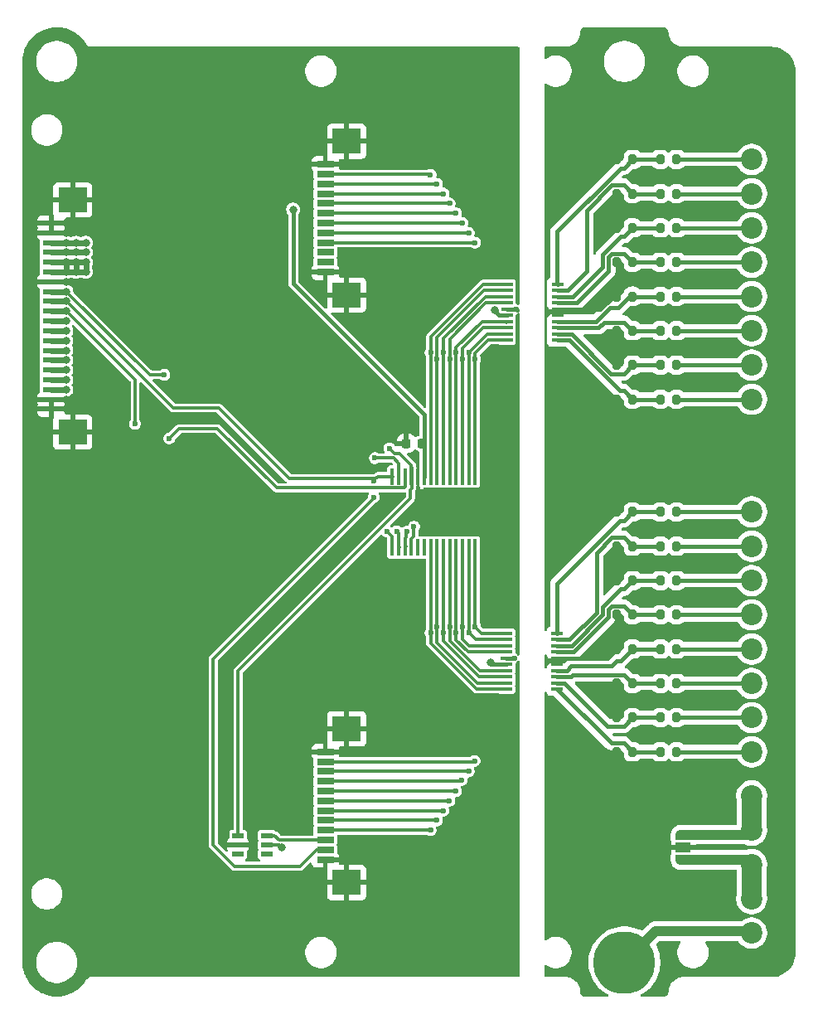
<source format=gbr>
%TF.GenerationSoftware,KiCad,Pcbnew,9.0.3*%
%TF.CreationDate,2025-09-01T16:02:37+03:00*%
%TF.ProjectId,PMCNV-DI16,504d434e-562d-4444-9931-362e6b696361,rev?*%
%TF.SameCoordinates,Original*%
%TF.FileFunction,Copper,L1,Top*%
%TF.FilePolarity,Positive*%
%FSLAX46Y46*%
G04 Gerber Fmt 4.6, Leading zero omitted, Abs format (unit mm)*
G04 Created by KiCad (PCBNEW 9.0.3) date 2025-09-01 16:02:37*
%MOMM*%
%LPD*%
G01*
G04 APERTURE LIST*
G04 Aperture macros list*
%AMRoundRect*
0 Rectangle with rounded corners*
0 $1 Rounding radius*
0 $2 $3 $4 $5 $6 $7 $8 $9 X,Y pos of 4 corners*
0 Add a 4 corners polygon primitive as box body*
4,1,4,$2,$3,$4,$5,$6,$7,$8,$9,$2,$3,0*
0 Add four circle primitives for the rounded corners*
1,1,$1+$1,$2,$3*
1,1,$1+$1,$4,$5*
1,1,$1+$1,$6,$7*
1,1,$1+$1,$8,$9*
0 Add four rect primitives between the rounded corners*
20,1,$1+$1,$2,$3,$4,$5,0*
20,1,$1+$1,$4,$5,$6,$7,0*
20,1,$1+$1,$6,$7,$8,$9,0*
20,1,$1+$1,$8,$9,$2,$3,0*%
%AMFreePoly0*
4,1,23,0.550000,-0.750000,0.000000,-0.750000,0.000000,-0.745722,-0.065263,-0.745722,-0.191342,-0.711940,-0.304381,-0.646677,-0.396677,-0.554381,-0.461940,-0.441342,-0.495722,-0.315263,-0.495722,-0.250000,-0.500000,-0.250000,-0.500000,0.250000,-0.495722,0.250000,-0.495722,0.315263,-0.461940,0.441342,-0.396677,0.554381,-0.304381,0.646677,-0.191342,0.711940,-0.065263,0.745722,0.000000,0.745722,
0.000000,0.750000,0.550000,0.750000,0.550000,-0.750000,0.550000,-0.750000,$1*%
%AMFreePoly1*
4,1,23,0.000000,0.745722,0.065263,0.745722,0.191342,0.711940,0.304381,0.646677,0.396677,0.554381,0.461940,0.441342,0.495722,0.315263,0.495722,0.250000,0.500000,0.250000,0.500000,-0.250000,0.495722,-0.250000,0.495722,-0.315263,0.461940,-0.441342,0.396677,-0.554381,0.304381,-0.646677,0.191342,-0.711940,0.065263,-0.745722,0.000000,-0.745722,0.000000,-0.750000,-0.550000,-0.750000,
-0.550000,0.750000,0.000000,0.750000,0.000000,0.745722,0.000000,0.745722,$1*%
G04 Aperture macros list end*
%TA.AperFunction,SMDPad,CuDef*%
%ADD10RoundRect,0.200000X-0.200000X-0.275000X0.200000X-0.275000X0.200000X0.275000X-0.200000X0.275000X0*%
%TD*%
%TA.AperFunction,SMDPad,CuDef*%
%ADD11R,1.181100X0.558800*%
%TD*%
%TA.AperFunction,SMDPad,CuDef*%
%ADD12R,1.200000X0.400000*%
%TD*%
%TA.AperFunction,SMDPad,CuDef*%
%ADD13RoundRect,0.225000X0.225000X0.250000X-0.225000X0.250000X-0.225000X-0.250000X0.225000X-0.250000X0*%
%TD*%
%TA.AperFunction,SMDPad,CuDef*%
%ADD14R,0.431800X1.655601*%
%TD*%
%TA.AperFunction,SMDPad,CuDef*%
%ADD15R,1.803400X0.635000*%
%TD*%
%TA.AperFunction,SMDPad,CuDef*%
%ADD16R,2.997200X2.590800*%
%TD*%
%TA.AperFunction,ComponentPad*%
%ADD17C,2.200000*%
%TD*%
%TA.AperFunction,SMDPad,CuDef*%
%ADD18R,1.800000X0.600000*%
%TD*%
%TA.AperFunction,SMDPad,CuDef*%
%ADD19R,3.000000X2.600000*%
%TD*%
%TA.AperFunction,SMDPad,CuDef*%
%ADD20FreePoly0,90.000000*%
%TD*%
%TA.AperFunction,SMDPad,CuDef*%
%ADD21R,1.500000X1.000000*%
%TD*%
%TA.AperFunction,SMDPad,CuDef*%
%ADD22FreePoly1,90.000000*%
%TD*%
%TA.AperFunction,ComponentPad*%
%ADD23O,6.350000X6.350000*%
%TD*%
%TA.AperFunction,ViaPad*%
%ADD24C,0.600000*%
%TD*%
%TA.AperFunction,ViaPad*%
%ADD25C,0.800000*%
%TD*%
%TA.AperFunction,Conductor*%
%ADD26C,0.300000*%
%TD*%
%TA.AperFunction,Conductor*%
%ADD27C,0.400000*%
%TD*%
%TA.AperFunction,Conductor*%
%ADD28C,0.600000*%
%TD*%
%TA.AperFunction,Conductor*%
%ADD29C,1.000000*%
%TD*%
%TA.AperFunction,Conductor*%
%ADD30C,0.200000*%
%TD*%
%TA.AperFunction,Conductor*%
%ADD31C,2.000000*%
%TD*%
G04 APERTURE END LIST*
D10*
%TO.P,R31,1*%
%TO.N,/b.6_div*%
X25675000Y-21000000D03*
%TO.P,R31,2*%
%TO.N,/b.6_in*%
X27325000Y-21000000D03*
%TD*%
D11*
%TO.P,U4,1,1A*%
%TO.N,/CS_MCU*%
X-17466850Y-33049999D03*
%TO.P,U4,2,GND*%
%TO.N,GND_MCU*%
X-17466850Y-34000000D03*
%TO.P,U4,3,2A*%
%TO.N,unconnected-(U4-2A-Pad3)*%
X-17466850Y-34950001D03*
%TO.P,U4,4,2Y*%
%TO.N,unconnected-(U4-2Y-Pad4)*%
X-14533150Y-34950001D03*
%TO.P,U4,5,VCC*%
%TO.N,+3.3V_MCU*%
X-14533150Y-34000000D03*
%TO.P,U4,6,1Y*%
%TO.N,/CS_LED*%
X-14533150Y-33049999D03*
%TD*%
D10*
%TO.P,R16,1*%
%TO.N,/a.7_div*%
X25675000Y11500000D03*
%TO.P,R16,2*%
%TO.N,/a.7_in*%
X27325000Y11500000D03*
%TD*%
%TO.P,R13,1*%
%TO.N,/COM_CNV*%
X21175000Y15000000D03*
%TO.P,R13,2*%
%TO.N,/a.6_div*%
X22825000Y15000000D03*
%TD*%
%TO.P,R18,1*%
%TO.N,/COM_CNV*%
X21175000Y-3500000D03*
%TO.P,R18,2*%
%TO.N,/b.1_div*%
X22825000Y-3500000D03*
%TD*%
%TO.P,R28,1*%
%TO.N,/b.3_div*%
X25675000Y-10500000D03*
%TO.P,R28,2*%
%TO.N,/b.3_in*%
X27325000Y-10500000D03*
%TD*%
D12*
%TO.P,U5,1,A1*%
%TO.N,/a.7_div*%
X15200000Y17550000D03*
%TO.P,U5,2,A2*%
%TO.N,/a.6_div*%
X15200000Y18185000D03*
%TO.P,U5,3,A3*%
%TO.N,/a.5_div*%
X15200000Y18820000D03*
%TO.P,U5,4,A4*%
%TO.N,/a.4_div*%
X15200000Y19455000D03*
%TO.P,U5,5,COM*%
%TO.N,/COM_CNV*%
X15200000Y20090000D03*
%TO.P,U5,6,COM*%
X15200000Y20725000D03*
%TO.P,U5,7,A5*%
%TO.N,/a.3_div*%
X15200000Y21360000D03*
%TO.P,U5,8,A6*%
%TO.N,/a.2_div*%
X15200000Y21995000D03*
%TO.P,U5,9,A7*%
%TO.N,/a.1_div*%
X15200000Y22630000D03*
%TO.P,U5,10,A8*%
%TO.N,/a.0_div*%
X15200000Y23265000D03*
%TO.P,U5,11,B8*%
%TO.N,/a.0*%
X10000000Y23265000D03*
%TO.P,U5,12,B7*%
%TO.N,/a.1*%
X10000000Y22630000D03*
%TO.P,U5,13,B6*%
%TO.N,/a.2*%
X10000000Y21995000D03*
%TO.P,U5,14,B5*%
%TO.N,/a.3*%
X10000000Y21360000D03*
%TO.P,U5,15,GND*%
%TO.N,GND_MCU*%
X10000000Y20725000D03*
%TO.P,U5,16,VDD*%
%TO.N,+3.3V_MCU*%
X10000000Y20090000D03*
%TO.P,U5,17,B4*%
%TO.N,/a.4*%
X10000000Y19455000D03*
%TO.P,U5,18,B3*%
%TO.N,/a.5*%
X10000000Y18820000D03*
%TO.P,U5,19,B2*%
%TO.N,/a.6*%
X10000000Y18185000D03*
%TO.P,U5,20,B1*%
%TO.N,/a.7*%
X10000000Y17550000D03*
%TD*%
D10*
%TO.P,R4,1*%
%TO.N,/a.1_div*%
X25675000Y32500000D03*
%TO.P,R4,2*%
%TO.N,/a.1_in*%
X27325000Y32500000D03*
%TD*%
%TO.P,R24,1*%
%TO.N,/COM_CNV*%
X21175000Y-24500000D03*
%TO.P,R24,2*%
%TO.N,/b.7_div*%
X22825000Y-24500000D03*
%TD*%
%TO.P,R23,1*%
%TO.N,/COM_CNV*%
X21175000Y-21000000D03*
%TO.P,R23,2*%
%TO.N,/b.6_div*%
X22825000Y-21000000D03*
%TD*%
%TO.P,R11,1*%
%TO.N,/COM_CNV*%
X21175000Y18500000D03*
%TO.P,R11,2*%
%TO.N,/a.5_div*%
X22825000Y18500000D03*
%TD*%
%TO.P,R2,1*%
%TO.N,/a.0_div*%
X25675000Y36000000D03*
%TO.P,R2,2*%
%TO.N,/a.0_in*%
X27325000Y36000000D03*
%TD*%
D13*
%TO.P,C1,1*%
%TO.N,+3.3V_MCU*%
X1275000Y7000000D03*
%TO.P,C1,2*%
%TO.N,GND_MCU*%
X-275000Y7000000D03*
%TD*%
D10*
%TO.P,R20,1*%
%TO.N,/COM_CNV*%
X21175000Y-10500000D03*
%TO.P,R20,2*%
%TO.N,/b.3_div*%
X22825000Y-10500000D03*
%TD*%
D14*
%TO.P,U1,1,GPB0*%
%TO.N,/a.7*%
X6745000Y3627801D03*
%TO.P,U1,2,GPB1*%
%TO.N,/a.6*%
X6094999Y3627801D03*
%TO.P,U1,3,GPB2*%
%TO.N,/a.5*%
X5445000Y3627801D03*
%TO.P,U1,4,GPB3*%
%TO.N,/a.4*%
X4794999Y3627801D03*
%TO.P,U1,5,GPB4*%
%TO.N,/a.3*%
X4145001Y3627801D03*
%TO.P,U1,6,GPB5*%
%TO.N,/a.2*%
X3494999Y3627801D03*
%TO.P,U1,7,GPB6*%
%TO.N,/a.1*%
X2845001Y3627801D03*
%TO.P,U1,8,GPB7*%
%TO.N,/a.0*%
X2195002Y3627801D03*
%TO.P,U1,9,VDD*%
%TO.N,+3.3V_MCU*%
X1545001Y3627801D03*
%TO.P,U1,10,VSS*%
%TO.N,GND_MCU*%
X895002Y3627801D03*
%TO.P,U1,11,~{CS}*%
%TO.N,/CS_MCU*%
X245001Y3627801D03*
%TO.P,U1,12,SCK*%
%TO.N,Net-(JP9-C)*%
X-404998Y3627801D03*
%TO.P,U1,13,SI*%
%TO.N,Net-(JP8-C)*%
X-1054999Y3627801D03*
%TO.P,U1,14,SO*%
%TO.N,/MISO_MCU*%
X-1704998Y3627801D03*
%TO.P,U1,15,A0*%
%TO.N,/A0*%
X-1705000Y-3627801D03*
%TO.P,U1,16,A1*%
%TO.N,/A1*%
X-1054999Y-3627801D03*
%TO.P,U1,17,A2*%
%TO.N,/A2*%
X-405000Y-3627801D03*
%TO.P,U1,18,~{RESET}*%
%TO.N,/RST*%
X245001Y-3627801D03*
%TO.P,U1,19,INTB*%
%TO.N,unconnected-(U1-INTB-Pad19)*%
X894999Y-3627801D03*
%TO.P,U1,20,INTA*%
%TO.N,unconnected-(U1-INTA-Pad20)*%
X1545001Y-3627801D03*
%TO.P,U1,21,GPA0*%
%TO.N,/b.7*%
X2194999Y-3627801D03*
%TO.P,U1,22,GPA1*%
%TO.N,/b.6*%
X2845001Y-3627801D03*
%TO.P,U1,23,GPA2*%
%TO.N,/b.5*%
X3494999Y-3627801D03*
%TO.P,U1,24,GPA3*%
%TO.N,/b.4*%
X4145001Y-3627801D03*
%TO.P,U1,25,GPA4*%
%TO.N,/b.3*%
X4794999Y-3627801D03*
%TO.P,U1,26,GPA5*%
%TO.N,/b.2*%
X5445000Y-3627801D03*
%TO.P,U1,27,GPA6*%
%TO.N,/b.1*%
X6094999Y-3627801D03*
%TO.P,U1,28,GPA7*%
%TO.N,/b.0*%
X6745000Y-3627801D03*
%TD*%
D10*
%TO.P,R5,1*%
%TO.N,/COM_CNV*%
X21175000Y29000000D03*
%TO.P,R5,2*%
%TO.N,/a.2_div*%
X22825000Y29000000D03*
%TD*%
D15*
%TO.P,J12,1,Pin_1*%
%TO.N,GND_MCU*%
X-8556000Y24500008D03*
%TO.P,J12,2,Pin_2*%
%TO.N,unconnected-(J12-Pin_2-Pad2)*%
X-8556000Y25500006D03*
%TO.P,J12,3,Pin_3*%
%TO.N,unconnected-(J12-Pin_3-Pad3)*%
X-8556000Y26500004D03*
%TO.P,J12,4,Pin_4*%
%TO.N,/a.7*%
X-8556000Y27500002D03*
%TO.P,J12,5,Pin_5*%
%TO.N,/a.6*%
X-8556000Y28500000D03*
%TO.P,J12,6,Pin_6*%
%TO.N,/a.5*%
X-8556000Y29500000D03*
%TO.P,J12,7,Pin_7*%
%TO.N,/a.4*%
X-8556000Y30500000D03*
%TO.P,J12,8,Pin_8*%
%TO.N,/a.3*%
X-8556000Y31500000D03*
%TO.P,J12,9,Pin_9*%
%TO.N,/a.2*%
X-8556000Y32499998D03*
%TO.P,J12,10,Pin_10*%
%TO.N,/a.1*%
X-8556000Y33499996D03*
%TO.P,J12,11,Pin_11*%
%TO.N,/a.0*%
X-8556000Y34499994D03*
%TO.P,J12,12,Pin_11*%
%TO.N,GND_MCU*%
X-8556000Y35499992D03*
D16*
%TO.P,J12,13,Pin_11*%
X-6385999Y22149997D03*
X-6385999Y37850003D03*
%TD*%
D10*
%TO.P,R3,1*%
%TO.N,/COM_CNV*%
X21175000Y32500000D03*
%TO.P,R3,2*%
%TO.N,/a.1_div*%
X22825000Y32500000D03*
%TD*%
D17*
%TO.P,J6,1,Pin_1*%
%TO.N,/PE*%
X35000000Y-43000000D03*
%TO.P,J6,2,Pin_2*%
%TO.N,GND_CNV*%
X35000000Y-39500000D03*
%TO.P,J6,3,Pin_3*%
X35000000Y-36000000D03*
%TO.P,J6,4,Pin_4*%
%TO.N,L+_CNV*%
X35000000Y-32500000D03*
%TO.P,J6,5,Pin_5*%
X35000000Y-29000000D03*
%TD*%
D10*
%TO.P,R26,1*%
%TO.N,/b.1_div*%
X25675000Y-3500000D03*
%TO.P,R26,2*%
%TO.N,/b.1_in*%
X27325000Y-3500000D03*
%TD*%
%TO.P,R7,1*%
%TO.N,/COM_CNV*%
X21175000Y25500000D03*
%TO.P,R7,2*%
%TO.N,/a.3_div*%
X22825000Y25500000D03*
%TD*%
%TO.P,R17,1*%
%TO.N,/COM_CNV*%
X21175000Y0D03*
%TO.P,R17,2*%
%TO.N,/b.0_div*%
X22825000Y0D03*
%TD*%
%TO.P,R32,1*%
%TO.N,/b.7_div*%
X25675000Y-24500000D03*
%TO.P,R32,2*%
%TO.N,/b.7_in*%
X27325000Y-24500000D03*
%TD*%
D18*
%TO.P,JM1,1,Pin_1*%
%TO.N,GND_MCU*%
X-36546000Y10500000D03*
%TO.P,JM1,2,Pin_2*%
X-36546000Y11500000D03*
%TO.P,JM1,3,Pin_3*%
%TO.N,/SCL_MCU*%
X-36546000Y12500000D03*
%TO.P,JM1,4,Pin_4*%
%TO.N,/SDA_MCU*%
X-36546000Y13500000D03*
%TO.P,JM1,5,Pin_5*%
%TO.N,Net-(JM1-Pin_5)*%
X-36546000Y14500000D03*
%TO.P,JM1,6,Pin_6*%
%TO.N,/RST*%
X-36546000Y15500000D03*
%TO.P,JM1,7,Pin_7*%
%TO.N,/CS3_MCU*%
X-36546000Y16500000D03*
%TO.P,JM1,8,Pin_8*%
%TO.N,/CS2_MCU*%
X-36546000Y17500000D03*
%TO.P,JM1,9,Pin_9*%
%TO.N,/CS1_MCU*%
X-36546000Y18500000D03*
%TO.P,JM1,10,Pin_10*%
%TO.N,/CS0_MCU*%
X-36546000Y19500000D03*
%TO.P,JM1,11,Pin_11*%
%TO.N,/SCK_MCU*%
X-36546000Y20500000D03*
%TO.P,JM1,12,Pin_11*%
%TO.N,/MISO_MCU*%
X-36546000Y21500000D03*
%TO.P,JM1,13,Pin_11*%
%TO.N,/MOSI_MCU*%
X-36546000Y22500000D03*
%TO.P,JM1,14,Pin_11*%
%TO.N,GND_MCU*%
X-36546000Y23500000D03*
%TO.P,JM1,15,Pin_11*%
%TO.N,+3.3V_MCU*%
X-36546000Y24500000D03*
%TO.P,JM1,16,Pin_11*%
X-36546000Y25500000D03*
%TO.P,JM1,17,Pin_11*%
%TO.N,+5V_MCU*%
X-36546000Y26500000D03*
%TO.P,JM1,18,Pin_11*%
X-36546000Y27500000D03*
%TO.P,JM1,19,Pin_11*%
%TO.N,GND_MCU*%
X-36546000Y28500000D03*
%TO.P,JM1,20,Pin_11*%
X-36546000Y29500000D03*
D19*
%TO.P,JM1,MP1,Pin_11*%
X-34375000Y8150000D03*
%TO.P,JM1,MP2,Pin_11*%
X-34375000Y31850000D03*
%TD*%
D10*
%TO.P,R8,1*%
%TO.N,/a.3_div*%
X25675000Y25500000D03*
%TO.P,R8,2*%
%TO.N,/a.3_in*%
X27325000Y25500000D03*
%TD*%
%TO.P,R30,1*%
%TO.N,/b.5_div*%
X25675000Y-17500000D03*
%TO.P,R30,2*%
%TO.N,/b.5_in*%
X27325000Y-17500000D03*
%TD*%
%TO.P,R6,1*%
%TO.N,/a.2_div*%
X25675000Y29000000D03*
%TO.P,R6,2*%
%TO.N,/a.2_in*%
X27325000Y29000000D03*
%TD*%
%TO.P,R1,1*%
%TO.N,/COM_CNV*%
X21175000Y36000000D03*
%TO.P,R1,2*%
%TO.N,/a.0_div*%
X22825000Y36000000D03*
%TD*%
%TO.P,R22,1*%
%TO.N,/COM_CNV*%
X21175000Y-17500000D03*
%TO.P,R22,2*%
%TO.N,/b.5_div*%
X22825000Y-17500000D03*
%TD*%
D15*
%TO.P,J2,1,Pin_1*%
%TO.N,GND_MCU*%
X-8556000Y-35499992D03*
%TO.P,J2,2,Pin_2*%
%TO.N,/MISO_MCU*%
X-8556000Y-34499994D03*
%TO.P,J2,3,Pin_3*%
%TO.N,/CS_LED*%
X-8556000Y-33499996D03*
%TO.P,J2,4,Pin_4*%
%TO.N,/b.7*%
X-8556000Y-32499998D03*
%TO.P,J2,5,Pin_5*%
%TO.N,/b.6*%
X-8556000Y-31500000D03*
%TO.P,J2,6,Pin_6*%
%TO.N,/b.5*%
X-8556000Y-30500000D03*
%TO.P,J2,7,Pin_7*%
%TO.N,/b.4*%
X-8556000Y-29500000D03*
%TO.P,J2,8,Pin_8*%
%TO.N,/b.3*%
X-8556000Y-28500000D03*
%TO.P,J2,9,Pin_9*%
%TO.N,/b.2*%
X-8556000Y-27500002D03*
%TO.P,J2,10,Pin_10*%
%TO.N,/b.1*%
X-8556000Y-26500004D03*
%TO.P,J2,11,Pin_11*%
%TO.N,/b.0*%
X-8556000Y-25500006D03*
%TO.P,J2,12,Pin_11*%
%TO.N,GND_MCU*%
X-8556000Y-24500008D03*
D16*
%TO.P,J2,13,Pin_11*%
X-6385999Y-37850003D03*
X-6385999Y-22149997D03*
%TD*%
D10*
%TO.P,R10,1*%
%TO.N,/a.4_div*%
X25675000Y22000000D03*
%TO.P,R10,2*%
%TO.N,/a.4_in*%
X27325000Y22000000D03*
%TD*%
%TO.P,R14,1*%
%TO.N,/a.6_div*%
X25675000Y15000000D03*
%TO.P,R14,2*%
%TO.N,/a.6_in*%
X27325000Y15000000D03*
%TD*%
D12*
%TO.P,U3,1,A1*%
%TO.N,/b.7_div*%
X15140000Y-18097500D03*
%TO.P,U3,2,A2*%
%TO.N,/b.6_div*%
X15140000Y-17462500D03*
%TO.P,U3,3,A3*%
%TO.N,/b.5_div*%
X15140000Y-16827500D03*
%TO.P,U3,4,A4*%
%TO.N,/b.4_div*%
X15140000Y-16192500D03*
%TO.P,U3,5,COM*%
%TO.N,/COM_CNV*%
X15140000Y-15557500D03*
%TO.P,U3,6,COM*%
X15140000Y-14922500D03*
%TO.P,U3,7,A5*%
%TO.N,/b.3_div*%
X15140000Y-14287500D03*
%TO.P,U3,8,A6*%
%TO.N,/b.2_div*%
X15140000Y-13652500D03*
%TO.P,U3,9,A7*%
%TO.N,/b.1_div*%
X15140000Y-13017500D03*
%TO.P,U3,10,A8*%
%TO.N,/b.0_div*%
X15140000Y-12382500D03*
%TO.P,U3,11,B8*%
%TO.N,/b.0*%
X9940000Y-12382500D03*
%TO.P,U3,12,B7*%
%TO.N,/b.1*%
X9940000Y-13017500D03*
%TO.P,U3,13,B6*%
%TO.N,/b.2*%
X9940000Y-13652500D03*
%TO.P,U3,14,B5*%
%TO.N,/b.3*%
X9940000Y-14287500D03*
%TO.P,U3,15,GND*%
%TO.N,GND_MCU*%
X9940000Y-14922500D03*
%TO.P,U3,16,VDD*%
%TO.N,+3.3V_MCU*%
X9940000Y-15557500D03*
%TO.P,U3,17,B4*%
%TO.N,/b.4*%
X9940000Y-16192500D03*
%TO.P,U3,18,B3*%
%TO.N,/b.5*%
X9940000Y-16827500D03*
%TO.P,U3,19,B2*%
%TO.N,/b.6*%
X9940000Y-17462500D03*
%TO.P,U3,20,B1*%
%TO.N,/b.7*%
X9940000Y-18097500D03*
%TD*%
D20*
%TO.P,JP10,1,A*%
%TO.N,GND_CNV*%
X28000000Y-35550000D03*
D21*
%TO.P,JP10,2,C*%
%TO.N,/COM_CNV*%
X28000000Y-34250000D03*
D22*
%TO.P,JP10,3,B*%
%TO.N,L+_CNV*%
X28000000Y-32950000D03*
%TD*%
D10*
%TO.P,R12,1*%
%TO.N,/a.5_div*%
X25675000Y18500000D03*
%TO.P,R12,2*%
%TO.N,/a.5_in*%
X27325000Y18500000D03*
%TD*%
%TO.P,R9,1*%
%TO.N,/COM_CNV*%
X21175000Y22000000D03*
%TO.P,R9,2*%
%TO.N,/a.4_div*%
X22825000Y22000000D03*
%TD*%
%TO.P,R19,1*%
%TO.N,/COM_CNV*%
X21175000Y-7000000D03*
%TO.P,R19,2*%
%TO.N,/b.2_div*%
X22825000Y-7000000D03*
%TD*%
D17*
%TO.P,J4,1,Pin_1*%
%TO.N,/b.7_in*%
X35000000Y-24500000D03*
%TO.P,J4,2,Pin_2*%
%TO.N,/b.6_in*%
X35000000Y-21000000D03*
%TO.P,J4,3,Pin_3*%
%TO.N,/b.5_in*%
X35000000Y-17500000D03*
%TO.P,J4,4,Pin_4*%
%TO.N,/b.4_in*%
X35000000Y-14000000D03*
%TO.P,J4,5,Pin_5*%
%TO.N,/b.3_in*%
X35000000Y-10500000D03*
%TO.P,J4,6,Pin_6*%
%TO.N,/b.2_in*%
X35000000Y-7000000D03*
%TO.P,J4,7,Pin_7*%
%TO.N,/b.1_in*%
X35000000Y-3500000D03*
%TO.P,J4,8,Pin_8*%
%TO.N,/b.0_in*%
X35000000Y0D03*
%TO.P,J4,9,Pin_9*%
%TO.N,/COM_CNV*%
X35000000Y3500000D03*
%TO.P,J4,10,Pin_10*%
X35000000Y7000000D03*
%TD*%
D10*
%TO.P,R27,1*%
%TO.N,/b.2_div*%
X25675000Y-7000000D03*
%TO.P,R27,2*%
%TO.N,/b.2_in*%
X27325000Y-7000000D03*
%TD*%
%TO.P,R25,1*%
%TO.N,/b.0_div*%
X25675000Y0D03*
%TO.P,R25,2*%
%TO.N,/b.0_in*%
X27325000Y0D03*
%TD*%
%TO.P,R21,1*%
%TO.N,/COM_CNV*%
X21175000Y-14000000D03*
%TO.P,R21,2*%
%TO.N,/b.4_div*%
X22825000Y-14000000D03*
%TD*%
D23*
%TO.P,PE1,1*%
%TO.N,/PE*%
X22000000Y-46000000D03*
%TD*%
D17*
%TO.P,J3,1,Pin_1*%
%TO.N,/a.7_in*%
X35000000Y11500000D03*
%TO.P,J3,2,Pin_2*%
%TO.N,/a.6_in*%
X35000000Y15000000D03*
%TO.P,J3,3,Pin_3*%
%TO.N,/a.5_in*%
X35000000Y18500000D03*
%TO.P,J3,4,Pin_4*%
%TO.N,/a.4_in*%
X35000000Y22000000D03*
%TO.P,J3,5,Pin_5*%
%TO.N,/a.3_in*%
X35000000Y25500000D03*
%TO.P,J3,6,Pin_6*%
%TO.N,/a.2_in*%
X35000000Y29000000D03*
%TO.P,J3,7,Pin_7*%
%TO.N,/a.1_in*%
X35000000Y32500000D03*
%TO.P,J3,8,Pin_8*%
%TO.N,/a.0_in*%
X35000000Y36000000D03*
%TO.P,J3,9,Pin_9*%
%TO.N,/COM_CNV*%
X35000000Y39500000D03*
%TO.P,J3,10,Pin_10*%
X35000000Y43000000D03*
%TD*%
D10*
%TO.P,R29,1*%
%TO.N,/b.4_div*%
X25675000Y-14000000D03*
%TO.P,R29,2*%
%TO.N,/b.4_in*%
X27325000Y-14000000D03*
%TD*%
%TO.P,R15,1*%
%TO.N,/COM_CNV*%
X21175000Y11500000D03*
%TO.P,R15,2*%
%TO.N,/a.7_div*%
X22825000Y11500000D03*
%TD*%
D24*
%TO.N,/CS_MCU*%
X-2000000Y6500000D03*
D25*
%TO.N,GND_MCU*%
X4000000Y-1000000D03*
D24*
X-34000000Y38500000D03*
D25*
X5000000Y0D03*
D24*
X-31500000Y40000000D03*
D25*
X-35000000Y23500000D03*
X-35000000Y6000000D03*
X-35000000Y10500000D03*
D24*
X-30000000Y40000000D03*
X10950000Y20700000D03*
X-29600000Y-4000000D03*
D25*
X-32000000Y33000000D03*
X6000000Y1000000D03*
X-3000000Y-23000000D03*
D24*
X-29600000Y-6400000D03*
X10786526Y-14922499D03*
D25*
X6000000Y-1000000D03*
X-3000000Y-22000000D03*
X-33000000Y6000000D03*
X-3000000Y-21000000D03*
X4000000Y1000000D03*
X-32000000Y31000000D03*
X-34000000Y6000000D03*
X-36000000Y6000000D03*
X-35000000Y11500000D03*
X-32000000Y32000000D03*
X-35000000Y29500000D03*
D24*
X-33000000Y40000000D03*
D25*
X-35000000Y28500000D03*
%TO.N,/SCK_MCU*%
X-35000000Y20500000D03*
D24*
X-28000000Y9000000D03*
D25*
%TO.N,/CS3_MCU*%
X-35000000Y16500000D03*
D24*
%TO.N,/a.1*%
X2850000Y33499996D03*
X2850000Y15600000D03*
%TO.N,/a.3*%
X4150000Y31500000D03*
X4150000Y15600000D03*
%TO.N,/a.6*%
X6100000Y28500000D03*
X6100000Y16250000D03*
%TO.N,/a.5*%
X5450000Y15600000D03*
X5450000Y29500000D03*
%TO.N,/a.2*%
X3500000Y16250000D03*
X3500000Y32500000D03*
%TO.N,/a.4*%
X4800000Y30500000D03*
X4800000Y16250000D03*
%TO.N,/a.7*%
X6750000Y15600000D03*
X6750000Y27500000D03*
%TO.N,/b.3*%
X4800000Y-28500000D03*
X4800000Y-12350000D03*
%TO.N,/b.6*%
X2850000Y-11700000D03*
X2850000Y-31500000D03*
%TO.N,/b.4*%
X4150000Y-11700000D03*
X4100000Y-29500000D03*
%TO.N,/b.2*%
X5400000Y-27375000D03*
X5450000Y-11700000D03*
%TO.N,/b.5*%
X3500000Y-12350000D03*
X3500000Y-30500000D03*
%TO.N,/b.7*%
X2200000Y-32500000D03*
X2200000Y-12350000D03*
%TO.N,/a.0*%
X2192525Y34442525D03*
X2200000Y16250000D03*
%TO.N,/b.1*%
X6100000Y-12350000D03*
X6100000Y-26500000D03*
%TO.N,/b.0*%
X6700000Y-25425000D03*
X6750000Y-11700000D03*
D25*
%TO.N,/MISO_MCU*%
X-35000000Y21500000D03*
D24*
X-3600000Y1500000D03*
X-3600000Y3200000D03*
D25*
%TO.N,/CS0_MCU*%
X-35000000Y19500000D03*
%TO.N,/CS1_MCU*%
X-35000000Y18500000D03*
%TO.N,/CS2_MCU*%
X-35000000Y17500000D03*
%TO.N,+3.3V_MCU*%
X-35000000Y25500000D03*
X-34000000Y24500000D03*
X8374000Y-15398800D03*
X-33000000Y24500000D03*
X8714355Y20572500D03*
X-34000000Y25500000D03*
X-13000000Y-34249996D03*
X-35000000Y24500000D03*
X-11851500Y30883000D03*
X-33000000Y25500000D03*
D24*
%TO.N,/MOSI_MCU*%
X-25000000Y14000000D03*
D25*
X-35000000Y22500000D03*
%TO.N,+5V_MCU*%
X-35000000Y26500000D03*
X-35000000Y27500000D03*
X-33000000Y27500000D03*
X-33000000Y26500000D03*
X-34000000Y26500000D03*
X-34000000Y27500000D03*
%TO.N,/SDA_MCU*%
X-35000000Y13500000D03*
%TO.N,/SCL_MCU*%
X-35000000Y12500000D03*
D24*
%TO.N,Net-(JP8-C)*%
X-3500000Y5500000D03*
%TO.N,Net-(JP9-C)*%
X-24500000Y7500000D03*
%TO.N,/A0*%
X-2250000Y-2000000D03*
%TO.N,/A1*%
X-1250000Y-2000000D03*
%TO.N,/A2*%
X-250000Y-2016377D03*
D25*
%TO.N,/RST*%
X-35000000Y15500000D03*
D24*
X500000Y-1500000D03*
D25*
%TO.N,Net-(JM1-Pin_5)*%
X-35000000Y14500000D03*
%TD*%
D26*
%TO.N,/CS_MCU*%
X250001Y2370655D02*
X250001Y4521502D01*
X149000Y2269654D02*
X250001Y2370655D01*
X-17466850Y-16216850D02*
X149000Y1399000D01*
X-17466850Y-33049999D02*
X-17466850Y-16216850D01*
X-2000000Y6500000D02*
X-1500000Y6000000D01*
X149000Y1399000D02*
X149000Y2269654D01*
X-1000000Y6000000D02*
X245001Y4754999D01*
X-1500000Y6000000D02*
X-1000000Y6000000D01*
X245001Y4754999D02*
X245001Y3627801D01*
D27*
%TO.N,GND_MCU*%
X10786525Y-14922500D02*
X10786526Y-14922499D01*
X11000000Y20637501D02*
X10912501Y20725000D01*
X10925000Y20725000D02*
X10950000Y20700000D01*
X10000000Y20725000D02*
X10925000Y20725000D01*
X9940000Y-14922500D02*
X10786525Y-14922500D01*
D26*
%TO.N,/SCK_MCU*%
X-35000000Y20500000D02*
X-28000000Y13500000D01*
D28*
X-36546000Y20500000D02*
X-35000000Y20500000D01*
D26*
X-28000000Y13500000D02*
X-28000000Y9000000D01*
D28*
%TO.N,/CS3_MCU*%
X-36546000Y16500000D02*
X-35000000Y16500000D01*
D26*
%TO.N,/a.1*%
X2850001Y3627801D02*
X2850001Y15599999D01*
X7630000Y22630000D02*
X10000000Y22630000D01*
X2850001Y15599999D02*
X2850000Y15600000D01*
X2850000Y17850000D02*
X7630000Y22630000D01*
X2850000Y33499996D02*
X-8556000Y33499996D01*
X2850000Y15600000D02*
X2850000Y17850000D01*
%TO.N,/a.3*%
X7860000Y21360000D02*
X10000000Y21360000D01*
X4150000Y31500000D02*
X-8556000Y31500000D01*
X4150000Y15600000D02*
X4150001Y15599999D01*
X4150000Y15600000D02*
X4150000Y17650000D01*
X4150000Y17650000D02*
X7860000Y21360000D01*
X4150001Y15599999D02*
X4150001Y3627801D01*
%TO.N,/a.6*%
X6099999Y16249999D02*
X6099999Y3627801D01*
X10000000Y18185000D02*
X8035000Y18185000D01*
X8035000Y18185000D02*
X6100000Y16250000D01*
X6100000Y16250000D02*
X6099999Y16249999D01*
X6100000Y28500000D02*
X-8556000Y28500000D01*
%TO.N,/a.5*%
X5450000Y29500000D02*
X-8556000Y29500000D01*
X5450000Y16700000D02*
X7570000Y18820000D01*
X7570000Y18820000D02*
X10000000Y18820000D01*
X5450000Y15600000D02*
X5450000Y3627801D01*
X5450000Y15600000D02*
X5450000Y16700000D01*
%TO.N,/a.2*%
X3500000Y16250000D02*
X3500000Y15600000D01*
X3499999Y15599999D02*
X3499999Y3627801D01*
X3500000Y15600000D02*
X3499999Y15599999D01*
X3500000Y32500000D02*
X2200000Y32500000D01*
X7786480Y21995000D02*
X10000000Y21995000D01*
X3500000Y17708520D02*
X7786480Y21995000D01*
X2200000Y32500000D02*
X2199998Y32499998D01*
X3500000Y16250000D02*
X3500000Y17708520D01*
X2199998Y32499998D02*
X-8556000Y32499998D01*
%TO.N,/a.4*%
X4800000Y15600000D02*
X4799999Y15599999D01*
X4800000Y16758520D02*
X7496480Y19455000D01*
X4800000Y30500000D02*
X-8556000Y30500000D01*
X4800000Y16250000D02*
X4800000Y15600000D01*
X4799999Y15599999D02*
X4799999Y3627801D01*
X9912500Y19367500D02*
X10000000Y19455000D01*
X7496480Y19455000D02*
X10000000Y19455000D01*
X4800000Y16250000D02*
X4800000Y16758520D01*
%TO.N,/a.7*%
X6549998Y27500002D02*
X-8556000Y27500002D01*
X6750000Y27500000D02*
X6550000Y27500000D01*
X6750000Y16191480D02*
X8108520Y17550000D01*
X6750000Y15600000D02*
X6750000Y3627801D01*
X6550000Y27500000D02*
X6549998Y27500002D01*
X6750000Y15600000D02*
X6750000Y16191480D01*
X8108520Y17550000D02*
X10000000Y17550000D01*
D27*
%TO.N,/a.0_div*%
X22825000Y36000000D02*
X25675000Y36000000D01*
X21950000Y35125000D02*
X21622402Y35125000D01*
X15140000Y28642598D02*
X15140000Y23325000D01*
X15140000Y23325000D02*
X15200000Y23265000D01*
X22825000Y36000000D02*
X21950000Y35125000D01*
X21622402Y35125000D02*
X15140000Y28642598D01*
%TO.N,/a.1_div*%
X18128000Y30782070D02*
X18128000Y24565500D01*
X22825000Y32500000D02*
X25675000Y32500000D01*
X22825000Y32500000D02*
X21950000Y33375000D01*
X20720930Y33375000D02*
X18128000Y30782070D01*
X21950000Y33375000D02*
X20720930Y33375000D01*
X16192500Y22630000D02*
X15200000Y22630000D01*
X18128000Y24565500D02*
X16192500Y22630000D01*
%TO.N,/a.3_div*%
X22825000Y25500000D02*
X25675000Y25500000D01*
X17136000Y21360000D02*
X15200000Y21360000D01*
X21950000Y26375000D02*
X20720930Y26375000D01*
X20720930Y26375000D02*
X20375000Y26029070D01*
X22825000Y25500000D02*
X21950000Y26375000D01*
X20375000Y26029070D02*
X20375000Y24599000D01*
X20375000Y24599000D02*
X17136000Y21360000D01*
%TO.N,/a.2_div*%
X19775000Y25015000D02*
X16755000Y21995000D01*
X22825000Y29000000D02*
X21950000Y28125000D01*
X16755000Y21995000D02*
X15200000Y21995000D01*
X21622402Y28125000D02*
X19775000Y26277598D01*
X19775000Y26277598D02*
X19775000Y25015000D01*
X21950000Y28125000D02*
X21622402Y28125000D01*
X22825000Y29000000D02*
X25675000Y29000000D01*
%TO.N,/a.7_div*%
X22825000Y11500000D02*
X21950000Y12375000D01*
X21950000Y12375000D02*
X21552722Y12375000D01*
X21552722Y12375000D02*
X16377722Y17550000D01*
X16377722Y17550000D02*
X15200000Y17550000D01*
X22825000Y11500000D02*
X25675000Y11500000D01*
%TO.N,/a.6_div*%
X22825000Y15000000D02*
X21950000Y14125000D01*
X20651250Y14125000D02*
X16591250Y18185000D01*
X22825000Y15000000D02*
X25675000Y15000000D01*
X21950000Y14125000D02*
X20651250Y14125000D01*
X16591250Y18185000D02*
X15200000Y18185000D01*
%TO.N,/a.4_div*%
X22825000Y22000000D02*
X25675000Y22000000D01*
X22825000Y22000000D02*
X22825000Y22320930D01*
X21332070Y20828000D02*
X20500528Y20828000D01*
X20500528Y20828000D02*
X19127528Y19455000D01*
X19127528Y19455000D02*
X15227500Y19455000D01*
X22825000Y22320930D02*
X21332070Y20828000D01*
%TO.N,/a.5_div*%
X19896056Y19375000D02*
X19341056Y18820000D01*
X22825000Y18500000D02*
X25675000Y18500000D01*
X19341056Y18820000D02*
X15227500Y18820000D01*
X21950000Y19375000D02*
X19896056Y19375000D01*
X22825000Y18500000D02*
X21950000Y19375000D01*
D26*
%TO.N,/b.3*%
X4799999Y-3627801D02*
X4799999Y-12349999D01*
X4800000Y-12350000D02*
X4800000Y-13057785D01*
X4800000Y-28500000D02*
X-8556000Y-28500000D01*
X9939500Y-14288000D02*
X9940000Y-14287500D01*
X6029715Y-14287500D02*
X9940000Y-14287500D01*
X4799999Y-12349999D02*
X4800000Y-12350000D01*
X4800000Y-13057785D02*
X6029715Y-14287500D01*
%TO.N,/b.6*%
X2850000Y-31500000D02*
X-8556000Y-31500000D01*
X2850000Y-13350000D02*
X6962500Y-17462500D01*
X6962500Y-17462500D02*
X9940000Y-17462500D01*
X2850000Y-11050000D02*
X2850001Y-11049999D01*
X9939500Y-17462000D02*
X9940000Y-17462500D01*
X2850001Y-11049999D02*
X2850001Y-3627801D01*
X2850000Y-11700000D02*
X2850000Y-11050000D01*
X2850000Y-11700000D02*
X2850000Y-13350000D01*
%TO.N,/b.4*%
X9939500Y-16192000D02*
X9940000Y-16192500D01*
X7192500Y-16192500D02*
X9940000Y-16192500D01*
X4150000Y-11700000D02*
X4150000Y-11050000D01*
X4150000Y-11700000D02*
X4150000Y-13150000D01*
X4100000Y-29500000D02*
X-8556000Y-29500000D01*
X4150000Y-13150000D02*
X7192500Y-16192500D01*
X4150000Y-11050000D02*
X4150001Y-11049999D01*
X4150001Y-11049999D02*
X4150001Y-3627801D01*
%TO.N,/b.2*%
X5450000Y-11700000D02*
X5450000Y-3627801D01*
X6103235Y-13652500D02*
X9940000Y-13652500D01*
X5375000Y-27375000D02*
X5249998Y-27500002D01*
X5249998Y-27500002D02*
X-8556000Y-27500002D01*
X5450000Y-12999265D02*
X6103235Y-13652500D01*
X5400000Y-27375000D02*
X5375000Y-27375000D01*
X9939500Y-13652000D02*
X9940000Y-13652500D01*
X5450000Y-11700000D02*
X5450000Y-12999265D01*
%TO.N,/b.5*%
X3500000Y-30500000D02*
X-8556000Y-30500000D01*
X7118980Y-16827500D02*
X9940000Y-16827500D01*
X3500000Y-12350000D02*
X3500000Y-13208520D01*
X3500000Y-13208520D02*
X7118980Y-16827500D01*
X3499999Y-12349999D02*
X3500000Y-12350000D01*
X9939500Y-16828000D02*
X9940000Y-16827500D01*
X3499999Y-3627801D02*
X3499999Y-12349999D01*
%TO.N,/b.7*%
X2199999Y-12349999D02*
X2200000Y-12350000D01*
X2199998Y-32499998D02*
X-8556000Y-32499998D01*
X2199999Y-3627801D02*
X2199999Y-12349999D01*
X6888980Y-18097500D02*
X9940000Y-18097500D01*
X2200000Y-13408520D02*
X6888980Y-18097500D01*
X2200000Y-12350000D02*
X2200000Y-13408520D01*
X9939500Y-18098000D02*
X9940000Y-18097500D01*
X2200000Y-32500000D02*
X2199998Y-32499998D01*
D27*
%TO.N,/b.2_div*%
X21950000Y-7875000D02*
X21622402Y-7875000D01*
X22825000Y-7000000D02*
X21950000Y-7875000D01*
X19775000Y-9722402D02*
X19775000Y-10504528D01*
X16627028Y-13652500D02*
X15140000Y-13652500D01*
X19775000Y-10504528D02*
X16627028Y-13652500D01*
X21622402Y-7875000D02*
X19775000Y-9722402D01*
X22825000Y-7000000D02*
X25675000Y-7000000D01*
%TO.N,/b.3_div*%
X20375000Y-10753056D02*
X16840556Y-14287500D01*
X20720930Y-9625000D02*
X20375000Y-9970930D01*
X20375000Y-9970930D02*
X20375000Y-10753056D01*
X22825000Y-10500000D02*
X21950000Y-9625000D01*
X22825000Y-10500000D02*
X25675000Y-10500000D01*
X16840556Y-14287500D02*
X15140000Y-14287500D01*
X21950000Y-9625000D02*
X20720930Y-9625000D01*
%TO.N,/b.0_div*%
X21950000Y-875000D02*
X21571000Y-875000D01*
X15140000Y-7306000D02*
X15140000Y-12382500D01*
X21571000Y-875000D02*
X15140000Y-7306000D01*
X22825000Y0D02*
X25675000Y0D01*
X22825000Y0D02*
X21950000Y-875000D01*
%TO.N,/b.1_div*%
X22825000Y-3500000D02*
X25675000Y-3500000D01*
X16413500Y-13017500D02*
X15140000Y-13017500D01*
X22825000Y-3500000D02*
X21950000Y-2625000D01*
X19144000Y-10287000D02*
X16413500Y-13017500D01*
X21950000Y-2625000D02*
X20720930Y-2625000D01*
X19144000Y-4201930D02*
X19144000Y-10287000D01*
X20720930Y-2625000D02*
X19144000Y-4201930D01*
%TO.N,/b.5_div*%
X22825000Y-17500000D02*
X25675000Y-17500000D01*
X16743000Y-16625000D02*
X16540500Y-16827500D01*
X22825000Y-17500000D02*
X21950000Y-16625000D01*
X21950000Y-16625000D02*
X16743000Y-16625000D01*
X16540500Y-16827500D02*
X15140000Y-16827500D01*
%TO.N,/b.6_div*%
X20289500Y-21875000D02*
X15877000Y-17462500D01*
X22825000Y-21000000D02*
X25675000Y-21000000D01*
X15877000Y-17462500D02*
X15140000Y-17462500D01*
X21950000Y-21875000D02*
X20289500Y-21875000D01*
X22825000Y-21000000D02*
X21950000Y-21875000D01*
%TO.N,/b.7_div*%
X22825000Y-24500000D02*
X21950000Y-23625000D01*
X22825000Y-24500000D02*
X25675000Y-24500000D01*
X20667500Y-23625000D02*
X15140000Y-18097500D01*
X21950000Y-23625000D02*
X20667500Y-23625000D01*
%TO.N,/b.4_div*%
X22825000Y-14000000D02*
X25675000Y-14000000D01*
X16105000Y-16192500D02*
X15140000Y-16192500D01*
X20668000Y-15748000D02*
X16549500Y-15748000D01*
X21176000Y-15240000D02*
X20668000Y-15748000D01*
X22825000Y-14000000D02*
X21585000Y-15240000D01*
X16549500Y-15748000D02*
X16105000Y-16192500D01*
X21585000Y-15240000D02*
X21176000Y-15240000D01*
%TO.N,/a.6_in*%
X27325000Y15000000D02*
X35000000Y15000000D01*
%TO.N,/a.7_in*%
X27325000Y11500000D02*
X35000000Y11500000D01*
%TO.N,/a.0_in*%
X27325000Y36000000D02*
X35000000Y36000000D01*
%TO.N,/a.1_in*%
X27325000Y32500000D02*
X35000000Y32500000D01*
%TO.N,/a.4_in*%
X27325000Y22000000D02*
X35000000Y22000000D01*
%TO.N,/a.3_in*%
X27325000Y25500000D02*
X35000000Y25500000D01*
%TO.N,/a.2_in*%
X27325000Y29000000D02*
X35000000Y29000000D01*
%TO.N,/a.5_in*%
X27325000Y18500000D02*
X35000000Y18500000D01*
%TO.N,/b.0_in*%
X27325000Y0D02*
X35000000Y0D01*
%TO.N,/b.1_in*%
X27325000Y-3500000D02*
X35000000Y-3500000D01*
D26*
%TO.N,/a.0*%
X10000000Y23265000D02*
X7556480Y23265000D01*
X2200000Y17908520D02*
X2200000Y16250000D01*
X2200002Y16249998D02*
X2200002Y3627801D01*
X2192525Y34442525D02*
X2135056Y34499994D01*
X2200000Y16250000D02*
X2200002Y16249998D01*
X2135056Y34499994D02*
X-8556000Y34499994D01*
X7556480Y23265000D02*
X2200000Y17908520D01*
D27*
%TO.N,/b.4_in*%
X27325000Y-14000000D02*
X35000000Y-14000000D01*
%TO.N,/b.2_in*%
X27325000Y-7000000D02*
X35000000Y-7000000D01*
%TO.N,/b.6_in*%
X27325000Y-21000000D02*
X35000000Y-21000000D01*
%TO.N,/b.5_in*%
X27325000Y-17500000D02*
X35000000Y-17500000D01*
%TO.N,/b.7_in*%
X27325000Y-24500000D02*
X35000000Y-24500000D01*
%TO.N,/b.3_in*%
X27325000Y-10500000D02*
X35000000Y-10500000D01*
D26*
%TO.N,/b.1*%
X9939500Y-13018000D02*
X9940000Y-13017500D01*
X6099999Y-12349999D02*
X6100000Y-12350000D01*
X6099999Y-3627801D02*
X6099999Y-12349999D01*
X5950004Y-26500004D02*
X-8556000Y-26500004D01*
X6100000Y-26500000D02*
X5950008Y-26500000D01*
X6767500Y-13017500D02*
X9940000Y-13017500D01*
X5950008Y-26500000D02*
X5950004Y-26500004D01*
X6100000Y-12350000D02*
X6767500Y-13017500D01*
%TO.N,/b.0*%
X6750000Y-11700000D02*
X6750000Y-3627801D01*
X6700000Y-25425000D02*
X6675000Y-25425000D01*
X6675000Y-25425000D02*
X6599994Y-25500006D01*
X6599994Y-25500006D02*
X-8556000Y-25500006D01*
X6750000Y-11700000D02*
X7432500Y-12382500D01*
X7432500Y-12382500D02*
X9940000Y-12382500D01*
X9939500Y-12382000D02*
X9940000Y-12382500D01*
D29*
%TO.N,/PE*%
X22000000Y-46000000D02*
X25175000Y-42825000D01*
X25175000Y-42825000D02*
X34825000Y-42825000D01*
X34825000Y-42825000D02*
X35000000Y-43000000D01*
D26*
%TO.N,/MISO_MCU*%
X-24106000Y10606000D02*
X-35000000Y21500000D01*
D28*
X-36546000Y21500000D02*
X-35000000Y21500000D01*
D26*
X-9477202Y-34499994D02*
X-8556000Y-34499994D01*
X-3600000Y1400000D02*
X-20000000Y-15000000D01*
X-20000000Y-15000000D02*
X-20000000Y-33988801D01*
X-11145700Y-36168492D02*
X-9477202Y-34499994D01*
X-20000000Y-33988801D02*
X-17820309Y-36168492D01*
X-17820309Y-36168492D02*
X-11145700Y-36168492D01*
X-1699998Y3627801D02*
X-3172199Y3627801D01*
X-3600000Y1500000D02*
X-3600000Y1400000D01*
X-3172199Y3627801D02*
X-3400000Y3400000D01*
X-3400000Y3400000D02*
X-12210144Y3400000D01*
X-19416144Y10606000D02*
X-24106000Y10606000D01*
X-12210144Y3400000D02*
X-19416144Y10606000D01*
X-3400000Y3400000D02*
X-3600000Y3200000D01*
D28*
%TO.N,/CS0_MCU*%
X-36546000Y19500000D02*
X-35000000Y19500000D01*
%TO.N,/CS1_MCU*%
X-36546000Y18500000D02*
X-35000000Y18500000D01*
%TO.N,/CS2_MCU*%
X-36546000Y17500000D02*
X-35000000Y17500000D01*
%TO.N,+3.3V_MCU*%
X-35000000Y25500000D02*
X-35000000Y24500000D01*
D27*
X8714355Y20572500D02*
X9196855Y20090000D01*
X-11851500Y23340401D02*
X-11851500Y30883000D01*
D26*
X-13249996Y-34000000D02*
X-13000000Y-34249996D01*
D28*
X-33000000Y25500000D02*
X-33000000Y24500000D01*
D27*
X8532700Y-15557500D02*
X8374000Y-15398800D01*
D28*
X-35000000Y25500000D02*
X-34000000Y25500000D01*
D27*
X1550001Y9938900D02*
X-11851500Y23340401D01*
D28*
X-34000000Y24500000D02*
X-33000000Y24500000D01*
X-35000000Y24500000D02*
X-34000000Y24500000D01*
X-36546000Y25500000D02*
X-35000000Y25500000D01*
X-36546000Y24500000D02*
X-35000000Y24500000D01*
D26*
X-14533150Y-34000000D02*
X-13249996Y-34000000D01*
D27*
X9940000Y-15557500D02*
X8532700Y-15557500D01*
D28*
X-34000000Y25500000D02*
X-33000000Y25500000D01*
D27*
X1550001Y3627801D02*
X1550001Y9938900D01*
X9196855Y20090000D02*
X10000000Y20090000D01*
D28*
X-34000000Y25500000D02*
X-34000000Y24500000D01*
D26*
%TO.N,/MOSI_MCU*%
X-26500000Y14000000D02*
X-25000000Y14000000D01*
D28*
X-36546000Y22500000D02*
X-35000000Y22500000D01*
D26*
X-35000000Y22500000D02*
X-26500000Y14000000D01*
D27*
%TO.N,/COM_CNV*%
X15140000Y-14922500D02*
X20252500Y-14922500D01*
X15200000Y20725000D02*
X19547586Y20725000D01*
X20252500Y-14922500D02*
X21175000Y-14000000D01*
X19547586Y20725000D02*
X20822586Y22000000D01*
X20822586Y22000000D02*
X21175000Y22000000D01*
D28*
%TO.N,+5V_MCU*%
X-34000000Y27500000D02*
X-33000000Y27500000D01*
X-36546000Y26500000D02*
X-35000000Y26500000D01*
X-35000000Y26500000D02*
X-34000000Y26500000D01*
X-36546000Y27500000D02*
X-35000000Y27500000D01*
X-34000000Y26500000D02*
X-33000000Y26500000D01*
X-35000000Y27500000D02*
X-34000000Y27500000D01*
%TO.N,/SDA_MCU*%
X-36546000Y13500000D02*
X-35000000Y13500000D01*
%TO.N,/SCL_MCU*%
X-36546000Y12500000D02*
X-35000000Y12500000D01*
D26*
%TO.N,Net-(JP8-C)*%
X-1577026Y5500000D02*
X-1049999Y4972973D01*
X-3500000Y5500000D02*
X-1577026Y5500000D01*
X-1049999Y4972973D02*
X-1049999Y3627801D01*
%TO.N,Net-(JP9-C)*%
X-19567248Y8500000D02*
X-20000000Y8500000D01*
X-488099Y2449001D02*
X-13516249Y2449001D01*
X-404998Y3627801D02*
X-404998Y2532102D01*
X-404998Y2532102D02*
X-488099Y2449001D01*
X-20000000Y8500000D02*
X-23500000Y8500000D01*
X-13516249Y2449001D02*
X-19567248Y8500000D01*
X-23500000Y8500000D02*
X-24500000Y7500000D01*
D30*
%TO.N,unconnected-(U4-2A-Pad3)*%
X-17886799Y-34950001D02*
X-17466850Y-34950001D01*
D26*
%TO.N,/CS_LED*%
X-14533150Y-33049999D02*
X-13742600Y-33049999D01*
X-13292603Y-33499996D02*
X-8556000Y-33499996D01*
X-13742600Y-33049999D02*
X-13292603Y-33499996D01*
%TO.N,/A0*%
X-1705000Y-3627801D02*
X-1705000Y-2545000D01*
X-1750000Y-3582801D02*
X-1705000Y-3627801D01*
X-1705000Y-2545000D02*
X-2250000Y-2000000D01*
%TO.N,/A1*%
X-1054999Y-2195001D02*
X-1054999Y-3627801D01*
X-1000000Y-3572802D02*
X-1054999Y-3627801D01*
X-1250000Y-2000000D02*
X-1054999Y-2195001D01*
%TO.N,/A2*%
X-250000Y-2016377D02*
X-300999Y-2067376D01*
X-321899Y-3544700D02*
X-405000Y-3627801D01*
X-300999Y-2562900D02*
X-405000Y-2666901D01*
X-405000Y-2666901D02*
X-405000Y-3627801D01*
X-300999Y-2067376D02*
X-300999Y-2562900D01*
%TO.N,/RST*%
X498398Y-1501602D02*
X498398Y-2501602D01*
X498398Y-2501602D02*
X245001Y-2754999D01*
X245001Y-2754999D02*
X245001Y-3627801D01*
D28*
X-35000000Y15500000D02*
X-36546000Y15500000D01*
D26*
X500000Y-1500000D02*
X498398Y-1501602D01*
D29*
%TO.N,GND_CNV*%
X28000000Y-35550000D02*
X34550000Y-35550000D01*
X34550000Y-35550000D02*
X35000000Y-36000000D01*
D31*
X35000000Y-36000000D02*
X35000000Y-39500000D01*
D29*
%TO.N,L+_CNV*%
X34550000Y-32950000D02*
X35000000Y-32500000D01*
D31*
X35000000Y-29000000D02*
X35000000Y-32500000D01*
D29*
X28000000Y-32950000D02*
X34550000Y-32950000D01*
D28*
%TO.N,Net-(JM1-Pin_5)*%
X-36546000Y14500000D02*
X-35000000Y14500000D01*
%TD*%
%TA.AperFunction,Conductor*%
%TO.N,GND_MCU*%
G36*
X-35672900Y49483902D02*
G01*
X-35661155Y49482779D01*
X-35342866Y49436967D01*
X-35331288Y49434733D01*
X-35018801Y49358842D01*
X-35007498Y49355520D01*
X-34703637Y49250233D01*
X-34692689Y49245845D01*
X-34448813Y49134336D01*
X-34400247Y49112130D01*
X-34389751Y49106712D01*
X-34354412Y49086283D01*
X-34111353Y48945774D01*
X-34101447Y48939399D01*
X-33839629Y48752701D01*
X-33830357Y48745399D01*
X-33783978Y48705150D01*
X-33587496Y48534638D01*
X-33578953Y48526479D01*
X-33357257Y48293572D01*
X-33349536Y48284646D01*
X-33150989Y48031676D01*
X-33144158Y48022061D01*
X-32968997Y47748870D01*
X-32965926Y47743820D01*
X-32934527Y47689294D01*
X-32934525Y47689292D01*
X-32841447Y47596007D01*
X-32841441Y47596003D01*
X-32727391Y47529987D01*
X-32727388Y47529986D01*
X-32600132Y47495737D01*
X-32468348Y47495591D01*
X-32468338Y47495594D01*
X-32460292Y47496643D01*
X-32460275Y47496507D01*
X-32437440Y47499500D01*
X11146000Y47499500D01*
X11213039Y47479815D01*
X11258794Y47427011D01*
X11270000Y47375500D01*
X11270000Y21236885D01*
X11262006Y21209664D01*
X11257057Y21181728D01*
X11252291Y21176578D01*
X11250315Y21169846D01*
X11228876Y21151270D01*
X11209607Y21130442D01*
X11202813Y21128686D01*
X11197511Y21124091D01*
X11169429Y21120054D01*
X11141962Y21112951D01*
X11135298Y21115146D01*
X11128353Y21114147D01*
X11102544Y21125934D01*
X11075599Y21134808D01*
X11068807Y21141341D01*
X11064797Y21143172D01*
X11049692Y21158777D01*
X10928191Y21308589D01*
X10920408Y21327213D01*
X10908316Y21343368D01*
X10904257Y21365864D01*
X10901252Y21373056D01*
X10902098Y21377833D01*
X10900499Y21386697D01*
X10900499Y21604857D01*
X10900499Y21604864D01*
X10897585Y21629991D01*
X10897584Y21629994D01*
X10895136Y21638992D01*
X10897136Y21639537D01*
X10889651Y21696690D01*
X10895310Y21715965D01*
X10895137Y21716012D01*
X10897584Y21725007D01*
X10897583Y21725007D01*
X10897585Y21725009D01*
X10900500Y21750135D01*
X10900499Y22239864D01*
X10897585Y22264991D01*
X10897584Y22264994D01*
X10895136Y22273992D01*
X10897136Y22274537D01*
X10889651Y22331690D01*
X10895310Y22350965D01*
X10895137Y22351012D01*
X10897584Y22360007D01*
X10897583Y22360007D01*
X10897585Y22360009D01*
X10900500Y22385135D01*
X10900499Y22874864D01*
X10897585Y22899991D01*
X10897584Y22899994D01*
X10895136Y22908992D01*
X10897136Y22909537D01*
X10889651Y22966690D01*
X10895310Y22985965D01*
X10895137Y22986012D01*
X10897584Y22995007D01*
X10897583Y22995007D01*
X10897585Y22995009D01*
X10900500Y23020135D01*
X10900499Y23509864D01*
X10900497Y23509883D01*
X10897586Y23534988D01*
X10897585Y23534990D01*
X10897585Y23534991D01*
X10852206Y23637765D01*
X10772765Y23717206D01*
X10752699Y23726066D01*
X10669992Y23762585D01*
X10644865Y23765500D01*
X9355143Y23765500D01*
X9355117Y23765498D01*
X9330012Y23762587D01*
X9330008Y23762586D01*
X9247301Y23726066D01*
X9197215Y23715500D01*
X7497171Y23715500D01*
X7406805Y23691287D01*
X7406804Y23691288D01*
X7382595Y23684800D01*
X7382586Y23684796D01*
X7279872Y23625495D01*
X7279864Y23625489D01*
X1839513Y18185137D01*
X1839509Y18185131D01*
X1780201Y18082408D01*
X1780200Y18082403D01*
X1749500Y17967829D01*
X1749500Y16699931D01*
X1729815Y16632892D01*
X1723875Y16624443D01*
X1719475Y16618710D01*
X1640426Y16481791D01*
X1640423Y16481784D01*
X1599500Y16329057D01*
X1599500Y16170943D01*
X1638007Y16027235D01*
X1640423Y16018217D01*
X1640426Y16018210D01*
X1719475Y15881290D01*
X1723875Y15875557D01*
X1749072Y15810389D01*
X1749502Y15800067D01*
X1749502Y10746575D01*
X1729817Y10679536D01*
X1677013Y10633781D01*
X1607855Y10623837D01*
X1544299Y10652862D01*
X1537821Y10658894D01*
X-7946201Y20142916D01*
X-7979686Y20204239D01*
X-7974702Y20273931D01*
X-7932830Y20329864D01*
X-7867366Y20354281D01*
X-7858520Y20354597D01*
X-6635999Y20354597D01*
X-6135999Y20354597D01*
X-4839571Y20354597D01*
X-4839555Y20354598D01*
X-4780027Y20360999D01*
X-4780020Y20361001D01*
X-4645313Y20411243D01*
X-4645306Y20411247D01*
X-4530212Y20497407D01*
X-4530209Y20497410D01*
X-4444049Y20612504D01*
X-4444045Y20612511D01*
X-4393803Y20747218D01*
X-4393801Y20747225D01*
X-4387400Y20806753D01*
X-4387399Y20806770D01*
X-4387399Y21899997D01*
X-6135999Y21899997D01*
X-6135999Y20354597D01*
X-6635999Y20354597D01*
X-6635999Y21899997D01*
X-8384599Y21899997D01*
X-8384599Y20880676D01*
X-8404284Y20813637D01*
X-8457088Y20767882D01*
X-8526246Y20757938D01*
X-8589802Y20786963D01*
X-8596280Y20792995D01*
X-11273420Y23470135D01*
X-8384599Y23470135D01*
X-8384599Y22399997D01*
X-6635999Y22399997D01*
X-6135999Y22399997D01*
X-4387399Y22399997D01*
X-4387399Y23493225D01*
X-4387400Y23493242D01*
X-4393801Y23552770D01*
X-4393803Y23552777D01*
X-4444045Y23687484D01*
X-4444049Y23687491D01*
X-4530209Y23802585D01*
X-4530212Y23802588D01*
X-4645306Y23888748D01*
X-4645313Y23888752D01*
X-4780020Y23938994D01*
X-4780027Y23938996D01*
X-4839555Y23945397D01*
X-6135999Y23945397D01*
X-6135999Y22399997D01*
X-6635999Y22399997D01*
X-6635999Y23945397D01*
X-7036604Y23945397D01*
X-7103643Y23965082D01*
X-7149398Y24017886D01*
X-7159893Y24082653D01*
X-7154301Y24134664D01*
X-7154300Y24134681D01*
X-7154300Y24250008D01*
X-8306000Y24250008D01*
X-8306000Y23672681D01*
X-8308399Y23664514D01*
X-8307114Y23656099D01*
X-8316763Y23622150D01*
X-8384599Y23470135D01*
X-11273420Y23470135D01*
X-11314681Y23511396D01*
X-11348166Y23572719D01*
X-11351000Y23599077D01*
X-11351000Y24134664D01*
X-9957700Y24134664D01*
X-9951299Y24075136D01*
X-9951297Y24075129D01*
X-9901055Y23940422D01*
X-9901051Y23940415D01*
X-9814891Y23825321D01*
X-9814888Y23825318D01*
X-9699794Y23739158D01*
X-9699787Y23739154D01*
X-9565080Y23688912D01*
X-9565073Y23688910D01*
X-9505545Y23682509D01*
X-9505528Y23682508D01*
X-8806000Y23682508D01*
X-8806000Y24250008D01*
X-9957700Y24250008D01*
X-9957700Y24134664D01*
X-11351000Y24134664D01*
X-11351000Y30341482D01*
X-11331315Y30408521D01*
X-11314677Y30429167D01*
X-11313844Y30430000D01*
X-11307386Y30436458D01*
X-11230725Y30551189D01*
X-11177920Y30678672D01*
X-11151000Y30814007D01*
X-11151000Y30951993D01*
X-11151000Y30951996D01*
X-11177919Y31087323D01*
X-11177920Y31087324D01*
X-11177920Y31087328D01*
X-11188350Y31112509D01*
X-11230722Y31214805D01*
X-11230729Y31214818D01*
X-11307386Y31329542D01*
X-11307389Y31329546D01*
X-11404955Y31427112D01*
X-11404959Y31427115D01*
X-11519683Y31503772D01*
X-11519696Y31503779D01*
X-11647168Y31556579D01*
X-11647178Y31556582D01*
X-11782505Y31583500D01*
X-11782507Y31583500D01*
X-11920493Y31583500D01*
X-11920495Y31583500D01*
X-12055823Y31556582D01*
X-12055833Y31556579D01*
X-12183305Y31503779D01*
X-12183318Y31503772D01*
X-12298042Y31427115D01*
X-12298046Y31427112D01*
X-12395612Y31329546D01*
X-12395615Y31329542D01*
X-12472272Y31214818D01*
X-12472279Y31214805D01*
X-12525079Y31087333D01*
X-12525082Y31087323D01*
X-12552000Y30951996D01*
X-12552000Y30951993D01*
X-12552000Y30814007D01*
X-12552000Y30814005D01*
X-12552001Y30814005D01*
X-12525082Y30678678D01*
X-12525079Y30678668D01*
X-12472279Y30551196D01*
X-12472272Y30551183D01*
X-12395615Y30436459D01*
X-12388323Y30429167D01*
X-12354835Y30367845D01*
X-12352000Y30341482D01*
X-12352000Y23274510D01*
X-12317892Y23147214D01*
X-12289238Y23097585D01*
X-12252000Y23033087D01*
X-12251998Y23033085D01*
X1013182Y9767905D01*
X1046667Y9706582D01*
X1049501Y9680224D01*
X1049501Y7890382D01*
X1029816Y7823343D01*
X977012Y7777588D01*
X940289Y7767267D01*
X924414Y7765361D01*
X790023Y7712364D01*
X712545Y7653610D01*
X647233Y7628787D01*
X578869Y7643215D01*
X532082Y7687316D01*
X522573Y7702732D01*
X402732Y7822573D01*
X402728Y7822576D01*
X258492Y7911543D01*
X258481Y7911548D01*
X97606Y7964856D01*
X-1678Y7975000D01*
X-25000Y7975000D01*
X-25000Y7124000D01*
X-44685Y7056961D01*
X-97489Y7011206D01*
X-149000Y7000000D01*
X-275000Y7000000D01*
X-275000Y6874000D01*
X-294685Y6806961D01*
X-347489Y6761206D01*
X-399000Y6750000D01*
X-1224999Y6750000D01*
X-1253972Y6721027D01*
X-1315296Y6687543D01*
X-1384987Y6692528D01*
X-1440921Y6734399D01*
X-1449037Y6746704D01*
X-1519480Y6868716D01*
X-1631284Y6980520D01*
X-1631286Y6980521D01*
X-1631291Y6980525D01*
X-1768210Y7059574D01*
X-1768214Y7059576D01*
X-1768216Y7059577D01*
X-1920943Y7100500D01*
X-2079057Y7100500D01*
X-2231784Y7059577D01*
X-2231791Y7059574D01*
X-2368710Y6980525D01*
X-2368718Y6980519D01*
X-2480519Y6868718D01*
X-2480525Y6868710D01*
X-2559574Y6731791D01*
X-2559577Y6731784D01*
X-2600500Y6579057D01*
X-2600500Y6420943D01*
X-2564780Y6287636D01*
X-2559577Y6268217D01*
X-2559577Y6268216D01*
X-2483531Y6136499D01*
X-2467059Y6068599D01*
X-2489912Y6002572D01*
X-2544834Y5959382D01*
X-2590919Y5950500D01*
X-3050069Y5950500D01*
X-3117108Y5970185D01*
X-3125557Y5976125D01*
X-3131291Y5980525D01*
X-3268210Y6059574D01*
X-3268214Y6059576D01*
X-3268216Y6059577D01*
X-3420943Y6100500D01*
X-3579057Y6100500D01*
X-3731784Y6059577D01*
X-3731791Y6059574D01*
X-3868710Y5980525D01*
X-3868718Y5980519D01*
X-3980519Y5868718D01*
X-3980525Y5868710D01*
X-4059574Y5731791D01*
X-4059577Y5731784D01*
X-4100500Y5579057D01*
X-4100500Y5420944D01*
X-4059577Y5268217D01*
X-4059574Y5268210D01*
X-3980525Y5131291D01*
X-3980521Y5131286D01*
X-3980520Y5131284D01*
X-3868716Y5019480D01*
X-3868714Y5019479D01*
X-3868710Y5019476D01*
X-3769843Y4962396D01*
X-3731784Y4940423D01*
X-3579057Y4899500D01*
X-3579055Y4899500D01*
X-3420945Y4899500D01*
X-3420943Y4899500D01*
X-3268216Y4940423D01*
X-3131284Y5019480D01*
X-3131279Y5019486D01*
X-3125557Y5023875D01*
X-3060388Y5049070D01*
X-3050069Y5049500D01*
X-1814991Y5049500D01*
X-1785551Y5040856D01*
X-1755564Y5034332D01*
X-1750549Y5030578D01*
X-1747952Y5029815D01*
X-1727310Y5013181D01*
X-1681912Y4967783D01*
X-1648427Y4906460D01*
X-1653411Y4836768D01*
X-1695283Y4780835D01*
X-1760747Y4756418D01*
X-1769592Y4756102D01*
X-1965755Y4756102D01*
X-1965781Y4756100D01*
X-1990886Y4753189D01*
X-1990890Y4753187D01*
X-2093663Y4707809D01*
X-2173104Y4628368D01*
X-2218483Y4525596D01*
X-2218483Y4525594D01*
X-2221398Y4500471D01*
X-2221398Y4202301D01*
X-2241083Y4135262D01*
X-2293887Y4089507D01*
X-2345398Y4078301D01*
X-3231508Y4078301D01*
X-3321874Y4054088D01*
X-3321875Y4054089D01*
X-3346083Y4047602D01*
X-3346086Y4047601D01*
X-3448813Y3988290D01*
X-3448816Y3988288D01*
X-3550284Y3886819D01*
X-3611607Y3853334D01*
X-3637965Y3850500D01*
X-11972179Y3850500D01*
X-12039218Y3870185D01*
X-12059860Y3886819D01*
X-15471364Y7298323D01*
X-1225000Y7298323D01*
X-1225000Y7250000D01*
X-525000Y7250000D01*
X-525000Y7975001D01*
X-548307Y7975000D01*
X-548326Y7974999D01*
X-647608Y7964856D01*
X-808482Y7911548D01*
X-808493Y7911543D01*
X-952729Y7822576D01*
X-952733Y7822573D01*
X-1072573Y7702733D01*
X-1072576Y7702729D01*
X-1161543Y7558493D01*
X-1161548Y7558482D01*
X-1214856Y7397607D01*
X-1225000Y7298323D01*
X-15471364Y7298323D01*
X-19139528Y10966487D01*
X-19139530Y10966489D01*
X-19190894Y10996144D01*
X-19242256Y11025799D01*
X-19254364Y11029043D01*
X-19266471Y11032287D01*
X-19266474Y11032288D01*
X-19307703Y11043335D01*
X-19356835Y11056500D01*
X-19356836Y11056500D01*
X-23868035Y11056500D01*
X-23935074Y11076185D01*
X-23955716Y11092819D01*
X-26200716Y13337819D01*
X-26234201Y13399142D01*
X-26229217Y13468834D01*
X-26187345Y13524767D01*
X-26121881Y13549184D01*
X-26113035Y13549500D01*
X-25449931Y13549500D01*
X-25382892Y13529815D01*
X-25374443Y13523875D01*
X-25368719Y13519483D01*
X-25368716Y13519480D01*
X-25368713Y13519479D01*
X-25368710Y13519476D01*
X-25280994Y13468834D01*
X-25231784Y13440423D01*
X-25079057Y13399500D01*
X-25079055Y13399500D01*
X-24920945Y13399500D01*
X-24920943Y13399500D01*
X-24768216Y13440423D01*
X-24631284Y13519480D01*
X-24519480Y13631284D01*
X-24440423Y13768216D01*
X-24399500Y13920943D01*
X-24399500Y14079057D01*
X-24440423Y14231784D01*
X-24477312Y14295678D01*
X-24519476Y14368710D01*
X-24519482Y14368718D01*
X-24631283Y14480519D01*
X-24631291Y14480525D01*
X-24768210Y14559574D01*
X-24768214Y14559576D01*
X-24768216Y14559577D01*
X-24920943Y14600500D01*
X-25079057Y14600500D01*
X-25231784Y14559577D01*
X-25231791Y14559574D01*
X-25368710Y14480525D01*
X-25374443Y14476125D01*
X-25439612Y14450930D01*
X-25449931Y14450500D01*
X-26262035Y14450500D01*
X-26329074Y14470185D01*
X-26349716Y14486819D01*
X-34263181Y22400284D01*
X-34296666Y22461607D01*
X-34299500Y22487965D01*
X-34299500Y22568996D01*
X-34326419Y22704323D01*
X-34326420Y22704324D01*
X-34326420Y22704328D01*
X-34326422Y22704333D01*
X-34379222Y22831805D01*
X-34379229Y22831818D01*
X-34455886Y22946542D01*
X-34455889Y22946546D01*
X-34553455Y23044112D01*
X-34553459Y23044115D01*
X-34668183Y23120772D01*
X-34668196Y23120779D01*
X-34795668Y23173579D01*
X-34795678Y23173582D01*
X-34931005Y23200500D01*
X-34931007Y23200500D01*
X-35045138Y23200500D01*
X-35112177Y23220185D01*
X-35132819Y23236819D01*
X-35146000Y23250000D01*
X-37946000Y23250000D01*
X-37946000Y23152156D01*
X-37939599Y23092628D01*
X-37939597Y23092621D01*
X-37889355Y22957914D01*
X-37889353Y22957912D01*
X-37803191Y22842814D01*
X-37803189Y22842812D01*
X-37796191Y22837573D01*
X-37754319Y22781641D01*
X-37746500Y22738305D01*
X-37746500Y22155144D01*
X-37746498Y22155118D01*
X-37743587Y22130013D01*
X-37743586Y22130012D01*
X-37743586Y22130010D01*
X-37743585Y22130009D01*
X-37708296Y22050087D01*
X-37699224Y21980809D01*
X-37708295Y21949915D01*
X-37743585Y21869991D01*
X-37746500Y21844869D01*
X-37746500Y21155144D01*
X-37746498Y21155118D01*
X-37743587Y21130013D01*
X-37743586Y21130012D01*
X-37743586Y21130010D01*
X-37743585Y21130009D01*
X-37708296Y21050087D01*
X-37699224Y20980809D01*
X-37708295Y20949915D01*
X-37743585Y20869991D01*
X-37746500Y20844869D01*
X-37746500Y20155144D01*
X-37746498Y20155118D01*
X-37743587Y20130013D01*
X-37743586Y20130012D01*
X-37743586Y20130010D01*
X-37743585Y20130009D01*
X-37708296Y20050087D01*
X-37699224Y19980809D01*
X-37708295Y19949917D01*
X-37727767Y19905816D01*
X-37743585Y19869991D01*
X-37746500Y19844869D01*
X-37746500Y19155144D01*
X-37746498Y19155118D01*
X-37743587Y19130013D01*
X-37743586Y19130012D01*
X-37743586Y19130010D01*
X-37743585Y19130009D01*
X-37708296Y19050087D01*
X-37699224Y18980809D01*
X-37708295Y18949917D01*
X-37716598Y18931110D01*
X-37743585Y18869991D01*
X-37746500Y18844869D01*
X-37746500Y18155144D01*
X-37746498Y18155118D01*
X-37743587Y18130013D01*
X-37743586Y18130012D01*
X-37743586Y18130010D01*
X-37743585Y18130009D01*
X-37708296Y18050087D01*
X-37699224Y17980809D01*
X-37708295Y17949917D01*
X-37727680Y17906012D01*
X-37743585Y17869991D01*
X-37746500Y17844869D01*
X-37746500Y17155144D01*
X-37746498Y17155118D01*
X-37743587Y17130013D01*
X-37743586Y17130012D01*
X-37743586Y17130010D01*
X-37743585Y17130009D01*
X-37708296Y17050087D01*
X-37699224Y16980809D01*
X-37708295Y16949917D01*
X-37716599Y16931109D01*
X-37743585Y16869991D01*
X-37746500Y16844869D01*
X-37746500Y16155144D01*
X-37746498Y16155118D01*
X-37743587Y16130013D01*
X-37743586Y16130012D01*
X-37743586Y16130010D01*
X-37743585Y16130009D01*
X-37708296Y16050087D01*
X-37699224Y15980809D01*
X-37708295Y15949917D01*
X-37738596Y15881290D01*
X-37743585Y15869991D01*
X-37746500Y15844869D01*
X-37746500Y15155144D01*
X-37746498Y15155118D01*
X-37743587Y15130013D01*
X-37743586Y15130012D01*
X-37743586Y15130010D01*
X-37743585Y15130009D01*
X-37708296Y15050087D01*
X-37699224Y14980809D01*
X-37708295Y14949917D01*
X-37716599Y14931109D01*
X-37743585Y14869991D01*
X-37746500Y14844869D01*
X-37746500Y14155144D01*
X-37746498Y14155118D01*
X-37743587Y14130013D01*
X-37743586Y14130012D01*
X-37743586Y14130010D01*
X-37743585Y14130009D01*
X-37708296Y14050087D01*
X-37699224Y13980809D01*
X-37708295Y13949917D01*
X-37743585Y13869991D01*
X-37746500Y13844869D01*
X-37746500Y13155144D01*
X-37746498Y13155118D01*
X-37743587Y13130013D01*
X-37743586Y13130012D01*
X-37743586Y13130010D01*
X-37743585Y13130009D01*
X-37708296Y13050087D01*
X-37699224Y12980809D01*
X-37708295Y12949917D01*
X-37716599Y12931109D01*
X-37743585Y12869991D01*
X-37746500Y12844869D01*
X-37746500Y12261697D01*
X-37766185Y12194658D01*
X-37796185Y12162434D01*
X-37803182Y12157196D01*
X-37803192Y12157186D01*
X-37889351Y12042094D01*
X-37889355Y12042087D01*
X-37939597Y11907380D01*
X-37939599Y11907373D01*
X-37946000Y11847845D01*
X-37946000Y11750000D01*
X-35146000Y11750000D01*
X-35132819Y11763181D01*
X-35071496Y11796666D01*
X-35045138Y11799500D01*
X-34931005Y11799500D01*
X-34839959Y11817611D01*
X-34795672Y11826420D01*
X-34668189Y11879225D01*
X-34553458Y11955886D01*
X-34455886Y12053458D01*
X-34379225Y12168189D01*
X-34326420Y12295672D01*
X-34299500Y12431007D01*
X-34299500Y12568993D01*
X-34299500Y12568996D01*
X-34326419Y12704323D01*
X-34326420Y12704324D01*
X-34326420Y12704328D01*
X-34326422Y12704333D01*
X-34379222Y12831805D01*
X-34379224Y12831809D01*
X-34379225Y12831811D01*
X-34445575Y12931110D01*
X-34466452Y12997786D01*
X-34447968Y13065166D01*
X-34445574Y13068891D01*
X-34416078Y13113035D01*
X-34379225Y13168189D01*
X-34326420Y13295672D01*
X-34305767Y13399501D01*
X-34299500Y13431005D01*
X-34299500Y13568996D01*
X-34326419Y13704323D01*
X-34326420Y13704324D01*
X-34326420Y13704328D01*
X-34326422Y13704333D01*
X-34379222Y13831805D01*
X-34379224Y13831809D01*
X-34379225Y13831811D01*
X-34445575Y13931110D01*
X-34466452Y13997786D01*
X-34447968Y14065166D01*
X-34445574Y14068891D01*
X-34438781Y14079057D01*
X-34379225Y14168189D01*
X-34326420Y14295672D01*
X-34311892Y14368710D01*
X-34299500Y14431005D01*
X-34299500Y14568996D01*
X-34326419Y14704323D01*
X-34326420Y14704324D01*
X-34326420Y14704328D01*
X-34326422Y14704333D01*
X-34379222Y14831805D01*
X-34379224Y14831809D01*
X-34379225Y14831811D01*
X-34445575Y14931110D01*
X-34466452Y14997786D01*
X-34447968Y15065166D01*
X-34445574Y15068891D01*
X-34379225Y15168189D01*
X-34326420Y15295672D01*
X-34299500Y15431007D01*
X-34299500Y15568993D01*
X-34299500Y15568996D01*
X-34326419Y15704323D01*
X-34326420Y15704324D01*
X-34326420Y15704328D01*
X-34366076Y15800067D01*
X-34379222Y15831805D01*
X-34379224Y15831809D01*
X-34379225Y15831811D01*
X-34445575Y15931110D01*
X-34466452Y15997786D01*
X-34447968Y16065166D01*
X-34445574Y16068891D01*
X-34439518Y16077954D01*
X-34379225Y16168189D01*
X-34326420Y16295672D01*
X-34299500Y16431007D01*
X-34299500Y16568993D01*
X-34299500Y16568996D01*
X-34326419Y16704323D01*
X-34326420Y16704324D01*
X-34326420Y16704328D01*
X-34326422Y16704333D01*
X-34379222Y16831805D01*
X-34379224Y16831809D01*
X-34379225Y16831811D01*
X-34445575Y16931110D01*
X-34466452Y16997786D01*
X-34447968Y17065166D01*
X-34445574Y17068891D01*
X-34425122Y17099500D01*
X-34379225Y17168189D01*
X-34326420Y17295672D01*
X-34299500Y17431007D01*
X-34299500Y17568993D01*
X-34299500Y17568996D01*
X-34326419Y17704323D01*
X-34326420Y17704324D01*
X-34326420Y17704328D01*
X-34363929Y17794883D01*
X-34379222Y17831805D01*
X-34379224Y17831809D01*
X-34379225Y17831811D01*
X-34445575Y17931110D01*
X-34466452Y17997786D01*
X-34447968Y18065166D01*
X-34445574Y18068891D01*
X-34436542Y18082408D01*
X-34379225Y18168189D01*
X-34326420Y18295672D01*
X-34317611Y18339959D01*
X-34299500Y18431005D01*
X-34299500Y18568996D01*
X-34326419Y18704323D01*
X-34326420Y18704324D01*
X-34326420Y18704328D01*
X-34326422Y18704333D01*
X-34379222Y18831805D01*
X-34379229Y18831818D01*
X-34445574Y18931110D01*
X-34451549Y18950190D01*
X-34462054Y18967198D01*
X-34461775Y18982850D01*
X-34466452Y18997788D01*
X-34461164Y19017067D01*
X-34460806Y19037056D01*
X-34448789Y19062174D01*
X-34447967Y19065168D01*
X-34445599Y19068854D01*
X-34433553Y19086883D01*
X-34379941Y19131685D01*
X-34310616Y19140391D01*
X-34247589Y19110235D01*
X-34242772Y19105669D01*
X-28486819Y13349716D01*
X-28453334Y13288393D01*
X-28450500Y13262035D01*
X-28450500Y9449931D01*
X-28470185Y9382892D01*
X-28476125Y9374443D01*
X-28480525Y9368710D01*
X-28559574Y9231791D01*
X-28559577Y9231784D01*
X-28600500Y9079057D01*
X-28600500Y8920943D01*
X-28584301Y8860490D01*
X-28559577Y8768217D01*
X-28559574Y8768210D01*
X-28480525Y8631291D01*
X-28480521Y8631286D01*
X-28480520Y8631284D01*
X-28368716Y8519480D01*
X-28368714Y8519479D01*
X-28368710Y8519476D01*
X-28231791Y8440427D01*
X-28231784Y8440423D01*
X-28079057Y8399500D01*
X-28079055Y8399500D01*
X-27920945Y8399500D01*
X-27920943Y8399500D01*
X-27768216Y8440423D01*
X-27631284Y8519480D01*
X-27519480Y8631284D01*
X-27440423Y8768216D01*
X-27399500Y8920943D01*
X-27399500Y9079057D01*
X-27440423Y9231784D01*
X-27440427Y9231791D01*
X-27519476Y9368710D01*
X-27519479Y9368713D01*
X-27519480Y9368716D01*
X-27519483Y9368719D01*
X-27523875Y9374443D01*
X-27549070Y9439612D01*
X-27549500Y9449931D01*
X-27549500Y13113035D01*
X-27529815Y13180074D01*
X-27477011Y13225829D01*
X-27407853Y13235773D01*
X-27344297Y13206748D01*
X-27337819Y13200716D01*
X-24382613Y10245510D01*
X-24382611Y10245509D01*
X-24382607Y10245506D01*
X-24279893Y10186205D01*
X-24279886Y10186201D01*
X-24165309Y10155500D01*
X-19654109Y10155500D01*
X-19587070Y10135815D01*
X-19566428Y10119181D01*
X-12558429Y3111182D01*
X-12524944Y3049859D01*
X-12529928Y2980167D01*
X-12571800Y2924234D01*
X-12637264Y2899817D01*
X-12646110Y2899501D01*
X-13278283Y2899501D01*
X-13345322Y2919186D01*
X-13365964Y2935820D01*
X-19290632Y8860487D01*
X-19290634Y8860489D01*
X-19341998Y8890144D01*
X-19393360Y8919799D01*
X-19405468Y8923043D01*
X-19417575Y8926287D01*
X-19417578Y8926288D01*
X-19455770Y8936522D01*
X-19507939Y8950500D01*
X-19940691Y8950500D01*
X-23559309Y8950500D01*
X-23628056Y8932080D01*
X-23673888Y8919799D01*
X-23673893Y8919796D01*
X-23776607Y8860495D01*
X-23776615Y8860489D01*
X-24500403Y8136701D01*
X-24561726Y8103216D01*
X-24571893Y8101444D01*
X-24579051Y8100502D01*
X-24731784Y8059577D01*
X-24731791Y8059574D01*
X-24868710Y7980525D01*
X-24868718Y7980519D01*
X-24980519Y7868718D01*
X-24980525Y7868710D01*
X-25059574Y7731791D01*
X-25059577Y7731784D01*
X-25100500Y7579057D01*
X-25100500Y7420943D01*
X-25065720Y7291144D01*
X-25059577Y7268217D01*
X-25059574Y7268210D01*
X-24980525Y7131291D01*
X-24980521Y7131286D01*
X-24980520Y7131284D01*
X-24868716Y7019480D01*
X-24868714Y7019479D01*
X-24868710Y7019476D01*
X-24801235Y6980520D01*
X-24731784Y6940423D01*
X-24579057Y6899500D01*
X-24579055Y6899500D01*
X-24420945Y6899500D01*
X-24420943Y6899500D01*
X-24268216Y6940423D01*
X-24131284Y7019480D01*
X-24019480Y7131284D01*
X-23940423Y7268216D01*
X-23899500Y7420943D01*
X-23899500Y7420956D01*
X-23898559Y7428099D01*
X-23870293Y7491997D01*
X-23863312Y7499586D01*
X-23349716Y8013181D01*
X-23288393Y8046666D01*
X-23262035Y8049500D01*
X-20059309Y8049500D01*
X-19805213Y8049500D01*
X-19738174Y8029815D01*
X-19717533Y8013182D01*
X-13792863Y2088511D01*
X-13690136Y2029202D01*
X-13665928Y2022717D01*
X-13665925Y2022715D01*
X-13665924Y2022715D01*
X-13635802Y2014644D01*
X-13575558Y1998501D01*
X-4220363Y1998501D01*
X-4153324Y1978816D01*
X-4107569Y1926012D01*
X-4097625Y1856854D01*
X-4112975Y1812502D01*
X-4159577Y1731785D01*
X-4159577Y1731784D01*
X-4200500Y1579057D01*
X-4200500Y1487965D01*
X-4220185Y1420926D01*
X-4236819Y1400284D01*
X-20360487Y-14723383D01*
X-20360491Y-14723389D01*
X-20419799Y-14826112D01*
X-20419800Y-14826117D01*
X-20427455Y-14854686D01*
X-20450500Y-14940691D01*
X-20450500Y-34048110D01*
X-20433246Y-34112503D01*
X-20419799Y-34162688D01*
X-20360489Y-34265415D01*
X-18096923Y-36528982D01*
X-17994195Y-36588291D01*
X-17879618Y-36618992D01*
X-17879615Y-36618992D01*
X-11086392Y-36618992D01*
X-11086391Y-36618992D01*
X-10996027Y-36594778D01*
X-10971813Y-36588291D01*
X-10870617Y-36529865D01*
X-8384599Y-36529865D01*
X-8384599Y-37600003D01*
X-6635999Y-37600003D01*
X-6135999Y-37600003D01*
X-4387399Y-37600003D01*
X-4387399Y-36506775D01*
X-4387400Y-36506758D01*
X-4393801Y-36447230D01*
X-4393803Y-36447223D01*
X-4444045Y-36312516D01*
X-4444049Y-36312509D01*
X-4530209Y-36197415D01*
X-4530212Y-36197412D01*
X-4645306Y-36111252D01*
X-4645313Y-36111248D01*
X-4780020Y-36061006D01*
X-4780027Y-36061004D01*
X-4839555Y-36054603D01*
X-6135999Y-36054603D01*
X-6135999Y-37600003D01*
X-6635999Y-37600003D01*
X-6635999Y-36054603D01*
X-7036604Y-36054603D01*
X-7103643Y-36034918D01*
X-7149398Y-35982114D01*
X-7159893Y-35917347D01*
X-7154301Y-35865336D01*
X-7154300Y-35865319D01*
X-7154300Y-35749992D01*
X-8306000Y-35749992D01*
X-8306000Y-36327319D01*
X-8308399Y-36335486D01*
X-8307114Y-36343901D01*
X-8316763Y-36377850D01*
X-8384599Y-36529865D01*
X-10870617Y-36529865D01*
X-10869086Y-36528981D01*
X-10165011Y-35824905D01*
X-10103691Y-35791422D01*
X-10034000Y-35796406D01*
X-9978066Y-35838277D01*
X-9954044Y-35899331D01*
X-9951299Y-35924865D01*
X-9951297Y-35924871D01*
X-9901055Y-36059578D01*
X-9901051Y-36059585D01*
X-9814891Y-36174679D01*
X-9814888Y-36174682D01*
X-9699794Y-36260842D01*
X-9699787Y-36260846D01*
X-9565080Y-36311088D01*
X-9565073Y-36311090D01*
X-9505545Y-36317491D01*
X-9505528Y-36317492D01*
X-8806000Y-36317492D01*
X-8806000Y-35623992D01*
X-8786315Y-35556953D01*
X-8733511Y-35511198D01*
X-8682000Y-35499992D01*
X-8556000Y-35499992D01*
X-8556000Y-35373992D01*
X-8536315Y-35306953D01*
X-8483511Y-35261198D01*
X-8432000Y-35249992D01*
X-7154300Y-35249992D01*
X-7154300Y-35134664D01*
X-7154301Y-35134647D01*
X-7160702Y-35075119D01*
X-7160704Y-35075112D01*
X-7210946Y-34940405D01*
X-7210948Y-34940403D01*
X-7297110Y-34825305D01*
X-7297115Y-34825299D01*
X-7304115Y-34820059D01*
X-7345984Y-34764124D01*
X-7353801Y-34720799D01*
X-7353801Y-34137630D01*
X-7353803Y-34137611D01*
X-7356714Y-34112506D01*
X-7356715Y-34112503D01*
X-7365705Y-34092143D01*
X-7384278Y-34050080D01*
X-7393349Y-33980803D01*
X-7384279Y-33949911D01*
X-7356715Y-33887487D01*
X-7353800Y-33862361D01*
X-7353801Y-33137632D01*
X-7356715Y-33112505D01*
X-7356716Y-33112502D01*
X-7358199Y-33107051D01*
X-7356804Y-33037195D01*
X-7317864Y-32979183D01*
X-7253742Y-32951432D01*
X-7238548Y-32950498D01*
X1750067Y-32950498D01*
X1817106Y-32970183D01*
X1825557Y-32976125D01*
X1831289Y-32980524D01*
X1949137Y-33048562D01*
X1968216Y-33059577D01*
X2120943Y-33100500D01*
X2120945Y-33100500D01*
X2279055Y-33100500D01*
X2279057Y-33100500D01*
X2431784Y-33059577D01*
X2568716Y-32980520D01*
X2680520Y-32868716D01*
X2759577Y-32731784D01*
X2800500Y-32579057D01*
X2800500Y-32420943D01*
X2759577Y-32268216D01*
X2759576Y-32268214D01*
X2757473Y-32260365D01*
X2759809Y-32259739D01*
X2753658Y-32202472D01*
X2784939Y-32139996D01*
X2845031Y-32104349D01*
X2875686Y-32100500D01*
X2929055Y-32100500D01*
X2929057Y-32100500D01*
X3081784Y-32059577D01*
X3218716Y-31980520D01*
X3330520Y-31868716D01*
X3409577Y-31731784D01*
X3450500Y-31579057D01*
X3450500Y-31420943D01*
X3409577Y-31268216D01*
X3409576Y-31268214D01*
X3407473Y-31260365D01*
X3409809Y-31259739D01*
X3403658Y-31202472D01*
X3434939Y-31139996D01*
X3495031Y-31104349D01*
X3525686Y-31100500D01*
X3579055Y-31100500D01*
X3579057Y-31100500D01*
X3731784Y-31059577D01*
X3868716Y-30980520D01*
X3980520Y-30868716D01*
X4059577Y-30731784D01*
X4100500Y-30579057D01*
X4100500Y-30420943D01*
X4059577Y-30268216D01*
X4059576Y-30268214D01*
X4057473Y-30260365D01*
X4059809Y-30259739D01*
X4053658Y-30202472D01*
X4084939Y-30139996D01*
X4145031Y-30104349D01*
X4175686Y-30100500D01*
X4179055Y-30100500D01*
X4179057Y-30100500D01*
X4331784Y-30059577D01*
X4468716Y-29980520D01*
X4580520Y-29868716D01*
X4659577Y-29731784D01*
X4700500Y-29579057D01*
X4700500Y-29420943D01*
X4659577Y-29268216D01*
X4659576Y-29268214D01*
X4657473Y-29260365D01*
X4659809Y-29259739D01*
X4653658Y-29202472D01*
X4684939Y-29139996D01*
X4745031Y-29104349D01*
X4775686Y-29100500D01*
X4879055Y-29100500D01*
X4879057Y-29100500D01*
X5031784Y-29059577D01*
X5168716Y-28980520D01*
X5280520Y-28868716D01*
X5359577Y-28731784D01*
X5400500Y-28579057D01*
X5400500Y-28420943D01*
X5359577Y-28268216D01*
X5297964Y-28161499D01*
X5281492Y-28093599D01*
X5304345Y-28027573D01*
X5359266Y-27984382D01*
X5405352Y-27975500D01*
X5479055Y-27975500D01*
X5479057Y-27975500D01*
X5631784Y-27934577D01*
X5768716Y-27855520D01*
X5880520Y-27743716D01*
X5959577Y-27606784D01*
X6000500Y-27454057D01*
X6000500Y-27295943D01*
X5989956Y-27256592D01*
X5991619Y-27186743D01*
X6030782Y-27128881D01*
X6095010Y-27101377D01*
X6109731Y-27100500D01*
X6179055Y-27100500D01*
X6179057Y-27100500D01*
X6331784Y-27059577D01*
X6468716Y-26980520D01*
X6580520Y-26868716D01*
X6659577Y-26731784D01*
X6700500Y-26579057D01*
X6700500Y-26420943D01*
X6659577Y-26268216D01*
X6626831Y-26211499D01*
X6610359Y-26143600D01*
X6633212Y-26077573D01*
X6688133Y-26034382D01*
X6734219Y-26025500D01*
X6779055Y-26025500D01*
X6779057Y-26025500D01*
X6931784Y-25984577D01*
X7068716Y-25905520D01*
X7180520Y-25793716D01*
X7259577Y-25656784D01*
X7300500Y-25504057D01*
X7300500Y-25345943D01*
X7259577Y-25193216D01*
X7248885Y-25174696D01*
X7180524Y-25056290D01*
X7180518Y-25056282D01*
X7068717Y-24944481D01*
X7068709Y-24944475D01*
X6931790Y-24865426D01*
X6931786Y-24865424D01*
X6931784Y-24865423D01*
X6779057Y-24824500D01*
X6620943Y-24824500D01*
X6468216Y-24865423D01*
X6468209Y-24865426D01*
X6331290Y-24944475D01*
X6331282Y-24944481D01*
X6262577Y-25013187D01*
X6201254Y-25046672D01*
X6174896Y-25049506D01*
X-7036054Y-25049506D01*
X-7103093Y-25029821D01*
X-7148848Y-24977017D01*
X-7159343Y-24912251D01*
X-7154302Y-24865354D01*
X-7154300Y-24865335D01*
X-7154300Y-24750008D01*
X-9957700Y-24750008D01*
X-9957700Y-24865352D01*
X-9951299Y-24924880D01*
X-9951297Y-24924887D01*
X-9901055Y-25059594D01*
X-9901053Y-25059596D01*
X-9814891Y-25174694D01*
X-9814889Y-25174696D01*
X-9807891Y-25179935D01*
X-9766019Y-25235867D01*
X-9758200Y-25279203D01*
X-9758200Y-25862362D01*
X-9758198Y-25862388D01*
X-9755287Y-25887492D01*
X-9755286Y-25887496D01*
X-9755285Y-25887497D01*
X-9727723Y-25949919D01*
X-9718652Y-26019196D01*
X-9727723Y-26050089D01*
X-9755285Y-26112510D01*
X-9755285Y-26112512D01*
X-9758200Y-26137635D01*
X-9758200Y-26862360D01*
X-9758198Y-26862386D01*
X-9755287Y-26887490D01*
X-9755286Y-26887494D01*
X-9755285Y-26887495D01*
X-9727723Y-26949917D01*
X-9718652Y-27019194D01*
X-9727723Y-27050087D01*
X-9755285Y-27112508D01*
X-9755285Y-27112510D01*
X-9758200Y-27137633D01*
X-9758200Y-27862358D01*
X-9758198Y-27862384D01*
X-9755287Y-27887488D01*
X-9755286Y-27887492D01*
X-9755285Y-27887493D01*
X-9727723Y-27949915D01*
X-9718652Y-28019192D01*
X-9727723Y-28050085D01*
X-9755285Y-28112506D01*
X-9755285Y-28112508D01*
X-9758200Y-28137631D01*
X-9758200Y-28862356D01*
X-9758198Y-28862382D01*
X-9755287Y-28887487D01*
X-9755286Y-28887488D01*
X-9755286Y-28887490D01*
X-9755285Y-28887491D01*
X-9727723Y-28949913D01*
X-9718651Y-29019191D01*
X-9727722Y-29050083D01*
X-9751682Y-29104349D01*
X-9755285Y-29112509D01*
X-9758200Y-29137631D01*
X-9758200Y-29862356D01*
X-9758198Y-29862382D01*
X-9755287Y-29887487D01*
X-9755286Y-29887488D01*
X-9755286Y-29887490D01*
X-9755285Y-29887491D01*
X-9727723Y-29949913D01*
X-9718651Y-30019191D01*
X-9727722Y-30050083D01*
X-9751682Y-30104349D01*
X-9755285Y-30112509D01*
X-9758200Y-30137631D01*
X-9758200Y-30862356D01*
X-9758198Y-30862382D01*
X-9755287Y-30887487D01*
X-9755286Y-30887488D01*
X-9755286Y-30887490D01*
X-9755285Y-30887491D01*
X-9727723Y-30949913D01*
X-9718651Y-31019191D01*
X-9727722Y-31050083D01*
X-9751682Y-31104349D01*
X-9755285Y-31112509D01*
X-9758200Y-31137631D01*
X-9758200Y-31862356D01*
X-9758198Y-31862382D01*
X-9755287Y-31887486D01*
X-9755286Y-31887490D01*
X-9755285Y-31887491D01*
X-9727723Y-31949913D01*
X-9718652Y-32019190D01*
X-9727723Y-32050083D01*
X-9755285Y-32112504D01*
X-9755285Y-32112506D01*
X-9758200Y-32137629D01*
X-9758200Y-32862354D01*
X-9758198Y-32862380D01*
X-9755287Y-32887483D01*
X-9753801Y-32892943D01*
X-9755196Y-32962799D01*
X-9794136Y-33020811D01*
X-9858258Y-33048562D01*
X-9873452Y-33049496D01*
X-13054638Y-33049496D01*
X-13121677Y-33029811D01*
X-13142319Y-33013177D01*
X-13465984Y-32689512D01*
X-13465986Y-32689510D01*
X-13517350Y-32659855D01*
X-13568712Y-32630200D01*
X-13580820Y-32626956D01*
X-13592927Y-32623712D01*
X-13658628Y-32606107D01*
X-13658645Y-32606097D01*
X-13714214Y-32574014D01*
X-13769835Y-32518393D01*
X-13872608Y-32473014D01*
X-13897735Y-32470099D01*
X-15168557Y-32470099D01*
X-15168583Y-32470101D01*
X-15193688Y-32473012D01*
X-15193692Y-32473014D01*
X-15296465Y-32518392D01*
X-15375906Y-32597833D01*
X-15421285Y-32700605D01*
X-15421285Y-32700607D01*
X-15424200Y-32725730D01*
X-15424200Y-33374255D01*
X-15424198Y-33374281D01*
X-15421287Y-33399386D01*
X-15421285Y-33399390D01*
X-15387939Y-33474912D01*
X-15378867Y-33544190D01*
X-15387938Y-33575083D01*
X-15421285Y-33650606D01*
X-15421285Y-33650608D01*
X-15424200Y-33675731D01*
X-15424200Y-34324256D01*
X-15424198Y-34324282D01*
X-15421287Y-34349387D01*
X-15421285Y-34349391D01*
X-15387939Y-34424913D01*
X-15378867Y-34494191D01*
X-15387938Y-34525084D01*
X-15421285Y-34600607D01*
X-15421285Y-34600609D01*
X-15424200Y-34625732D01*
X-15424200Y-35274257D01*
X-15424198Y-35274283D01*
X-15421287Y-35299388D01*
X-15421285Y-35299392D01*
X-15375907Y-35402165D01*
X-15296466Y-35481606D01*
X-15286986Y-35488100D01*
X-15288059Y-35489665D01*
X-15245464Y-35525644D01*
X-15224937Y-35592430D01*
X-15243775Y-35659712D01*
X-15295999Y-35706129D01*
X-15348927Y-35717992D01*
X-16651073Y-35717992D01*
X-16718112Y-35698307D01*
X-16763867Y-35645503D01*
X-16773811Y-35576345D01*
X-16744786Y-35512789D01*
X-16712462Y-35488907D01*
X-16713014Y-35488100D01*
X-16703540Y-35481608D01*
X-16703535Y-35481607D01*
X-16624094Y-35402166D01*
X-16578715Y-35299392D01*
X-16575800Y-35274266D01*
X-16575801Y-34741095D01*
X-16556117Y-34674057D01*
X-16526111Y-34641828D01*
X-16519110Y-34636586D01*
X-16432948Y-34521488D01*
X-16432946Y-34521486D01*
X-16382704Y-34386779D01*
X-16382702Y-34386772D01*
X-16376301Y-34327244D01*
X-16376300Y-34327227D01*
X-16376300Y-34250000D01*
X-18557400Y-34250000D01*
X-18557400Y-34327244D01*
X-18550999Y-34386772D01*
X-18550997Y-34386779D01*
X-18503979Y-34512841D01*
X-18498995Y-34582533D01*
X-18532480Y-34643856D01*
X-18593803Y-34677340D01*
X-18663495Y-34672356D01*
X-18707842Y-34643855D01*
X-19513181Y-33838516D01*
X-19546666Y-33777193D01*
X-19549500Y-33750835D01*
X-19549500Y-15237964D01*
X-19529815Y-15170925D01*
X-19513186Y-15150288D01*
X-3465828Y897071D01*
X-3410243Y929163D01*
X-3368216Y940423D01*
X-3231284Y1019480D01*
X-3119480Y1131284D01*
X-3040423Y1268216D01*
X-2999500Y1420943D01*
X-2999500Y1579057D01*
X-3040423Y1731784D01*
X-3087025Y1812502D01*
X-3103497Y1880402D01*
X-3080644Y1946429D01*
X-3025722Y1989619D01*
X-2979637Y1998501D01*
X-425500Y1998501D01*
X-416815Y1995951D01*
X-407853Y1997239D01*
X-383813Y1986261D01*
X-358461Y1978816D01*
X-352534Y1971976D01*
X-344297Y1968214D01*
X-330008Y1945980D01*
X-312706Y1926012D01*
X-310419Y1915498D01*
X-306523Y1909436D01*
X-301500Y1874501D01*
X-301500Y1636965D01*
X-321185Y1569926D01*
X-337819Y1549284D01*
X-17827337Y-15940233D01*
X-17827341Y-15940239D01*
X-17886649Y-16042962D01*
X-17886650Y-16042967D01*
X-17917350Y-16157541D01*
X-17917350Y-32346099D01*
X-17937035Y-32413138D01*
X-17989839Y-32458893D01*
X-18041348Y-32470099D01*
X-18102257Y-32470099D01*
X-18102282Y-32470101D01*
X-18127389Y-32473013D01*
X-18127392Y-32473014D01*
X-18230165Y-32518392D01*
X-18309606Y-32597833D01*
X-18354985Y-32700605D01*
X-18354985Y-32700607D01*
X-18357900Y-32725730D01*
X-18357900Y-33258903D01*
X-18377585Y-33325942D01*
X-18407585Y-33358166D01*
X-18414582Y-33363404D01*
X-18414592Y-33363414D01*
X-18500751Y-33478506D01*
X-18500755Y-33478513D01*
X-18550997Y-33613220D01*
X-18550999Y-33613227D01*
X-18557400Y-33672755D01*
X-18557400Y-33750000D01*
X-16376300Y-33750000D01*
X-16376300Y-33672772D01*
X-16376301Y-33672755D01*
X-16382702Y-33613227D01*
X-16382704Y-33613220D01*
X-16432946Y-33478513D01*
X-16432948Y-33478511D01*
X-16519110Y-33363413D01*
X-16519115Y-33363407D01*
X-16526115Y-33358167D01*
X-16567984Y-33302232D01*
X-16575801Y-33258907D01*
X-16575801Y-32725735D01*
X-16575803Y-32725716D01*
X-16578714Y-32700611D01*
X-16578715Y-32700609D01*
X-16578715Y-32700608D01*
X-16624094Y-32597834D01*
X-16703535Y-32518393D01*
X-16703537Y-32518392D01*
X-16806308Y-32473014D01*
X-16831432Y-32470099D01*
X-16831435Y-32470099D01*
X-16892350Y-32470099D01*
X-16959389Y-32450414D01*
X-17005144Y-32397610D01*
X-17016350Y-32346099D01*
X-17016350Y-24134663D01*
X-9957700Y-24134663D01*
X-9957700Y-24250008D01*
X-8806000Y-24250008D01*
X-8806000Y-23682508D01*
X-9505545Y-23682508D01*
X-9565073Y-23688909D01*
X-9565080Y-23688911D01*
X-9699787Y-23739153D01*
X-9699794Y-23739157D01*
X-9814888Y-23825317D01*
X-9814891Y-23825320D01*
X-9901051Y-23940414D01*
X-9901055Y-23940421D01*
X-9951297Y-24075128D01*
X-9951299Y-24075135D01*
X-9957700Y-24134663D01*
X-17016350Y-24134663D01*
X-17016350Y-23493216D01*
X-8384599Y-23493216D01*
X-8384598Y-23493235D01*
X-8378226Y-23552507D01*
X-8347139Y-23580430D01*
X-8310419Y-23639873D01*
X-8306000Y-23672680D01*
X-8306000Y-24250008D01*
X-7154300Y-24250008D01*
X-7154300Y-24134680D01*
X-7154301Y-24134663D01*
X-7159893Y-24082653D01*
X-7147488Y-24013893D01*
X-7099878Y-23962756D01*
X-7036604Y-23945397D01*
X-6635999Y-23945397D01*
X-6135999Y-23945397D01*
X-4839571Y-23945397D01*
X-4839555Y-23945396D01*
X-4780027Y-23938995D01*
X-4780020Y-23938993D01*
X-4645313Y-23888751D01*
X-4645306Y-23888747D01*
X-4530212Y-23802587D01*
X-4530209Y-23802584D01*
X-4444049Y-23687490D01*
X-4444045Y-23687483D01*
X-4393803Y-23552776D01*
X-4393801Y-23552769D01*
X-4387400Y-23493241D01*
X-4387399Y-23493224D01*
X-4387399Y-22399997D01*
X-6135999Y-22399997D01*
X-6135999Y-23945397D01*
X-6635999Y-23945397D01*
X-6635999Y-22399997D01*
X-8384599Y-22399997D01*
X-8384599Y-23493216D01*
X-17016350Y-23493216D01*
X-17016350Y-20806752D01*
X-8384599Y-20806752D01*
X-8384599Y-21899997D01*
X-6635999Y-21899997D01*
X-6135999Y-21899997D01*
X-4387399Y-21899997D01*
X-4387399Y-20806769D01*
X-4387400Y-20806752D01*
X-4393801Y-20747224D01*
X-4393803Y-20747217D01*
X-4444045Y-20612510D01*
X-4444049Y-20612503D01*
X-4530209Y-20497409D01*
X-4530212Y-20497406D01*
X-4645306Y-20411246D01*
X-4645313Y-20411242D01*
X-4780020Y-20361000D01*
X-4780027Y-20360998D01*
X-4839555Y-20354597D01*
X-6135999Y-20354597D01*
X-6135999Y-21899997D01*
X-6635999Y-21899997D01*
X-6635999Y-20354597D01*
X-7932444Y-20354597D01*
X-7991972Y-20360998D01*
X-7991979Y-20361000D01*
X-8126686Y-20411242D01*
X-8126693Y-20411246D01*
X-8241787Y-20497406D01*
X-8241790Y-20497409D01*
X-8327950Y-20612503D01*
X-8327954Y-20612510D01*
X-8378196Y-20747217D01*
X-8378198Y-20747224D01*
X-8384599Y-20806752D01*
X-17016350Y-20806752D01*
X-17016350Y-16454814D01*
X-16996665Y-16387775D01*
X-16980036Y-16367138D01*
X-2936694Y-2323795D01*
X-2875373Y-2290312D01*
X-2805681Y-2295296D01*
X-2749748Y-2337168D01*
X-2741629Y-2349476D01*
X-2730523Y-2368712D01*
X-2730521Y-2368715D01*
X-2730520Y-2368716D01*
X-2618716Y-2480520D01*
X-2618714Y-2480521D01*
X-2618710Y-2480524D01*
X-2502193Y-2547794D01*
X-2481784Y-2559577D01*
X-2329057Y-2600500D01*
X-2329055Y-2600500D01*
X-2326413Y-2600848D01*
X-2324349Y-2601761D01*
X-2321207Y-2602603D01*
X-2321339Y-2603092D01*
X-2262516Y-2629113D01*
X-2224044Y-2687437D01*
X-2219422Y-2738073D01*
X-2221399Y-2755118D01*
X-2221400Y-2755137D01*
X-2221400Y-4500458D01*
X-2221398Y-4500484D01*
X-2218487Y-4525589D01*
X-2218485Y-4525593D01*
X-2173107Y-4628366D01*
X-2173106Y-4628367D01*
X-2093665Y-4707808D01*
X-1990891Y-4753187D01*
X-1965765Y-4756102D01*
X-1444236Y-4756101D01*
X-1444221Y-4756099D01*
X-1444218Y-4756099D01*
X-1437343Y-4755301D01*
X-1419109Y-4753187D01*
X-1419106Y-4753185D01*
X-1412554Y-4751404D01*
X-1347447Y-4751403D01*
X-1340895Y-4753185D01*
X-1340890Y-4753187D01*
X-1315764Y-4756102D01*
X-794235Y-4756101D01*
X-794220Y-4756099D01*
X-794217Y-4756099D01*
X-769112Y-4753188D01*
X-762550Y-4751403D01*
X-697439Y-4751405D01*
X-690897Y-4753184D01*
X-690891Y-4753187D01*
X-665765Y-4756102D01*
X-144236Y-4756101D01*
X-144221Y-4756099D01*
X-144218Y-4756099D01*
X-137343Y-4755301D01*
X-119109Y-4753187D01*
X-119106Y-4753185D01*
X-112554Y-4751404D01*
X-47447Y-4751403D01*
X-40895Y-4753185D01*
X-40890Y-4753187D01*
X-15764Y-4756102D01*
X505765Y-4756101D01*
X505780Y-4756099D01*
X505783Y-4756099D01*
X530888Y-4753188D01*
X537441Y-4751405D01*
X602554Y-4751404D01*
X609105Y-4753186D01*
X609108Y-4753187D01*
X634234Y-4756102D01*
X1155763Y-4756101D01*
X1155778Y-4756099D01*
X1155781Y-4756099D01*
X1180885Y-4753188D01*
X1180887Y-4753187D01*
X1180890Y-4753187D01*
X1180892Y-4753186D01*
X1187438Y-4751405D01*
X1252557Y-4751404D01*
X1259107Y-4753186D01*
X1259110Y-4753187D01*
X1284236Y-4756102D01*
X1625499Y-4756101D01*
X1692538Y-4775785D01*
X1738293Y-4828589D01*
X1749499Y-4880101D01*
X1749499Y-11900070D01*
X1729814Y-11967109D01*
X1723875Y-11975557D01*
X1719474Y-11981291D01*
X1640426Y-12118209D01*
X1640423Y-12118216D01*
X1599500Y-12270943D01*
X1599500Y-12429056D01*
X1640423Y-12581783D01*
X1640426Y-12581790D01*
X1719473Y-12718706D01*
X1719477Y-12718712D01*
X1719480Y-12718716D01*
X1719482Y-12718718D01*
X1723872Y-12724438D01*
X1749069Y-12789606D01*
X1749500Y-12799930D01*
X1749500Y-13467831D01*
X1764520Y-13523882D01*
X1764521Y-13523887D01*
X1780199Y-13582404D01*
X1780201Y-13582407D01*
X1839511Y-13685134D01*
X6612366Y-18457989D01*
X6715093Y-18517299D01*
X6739301Y-18523784D01*
X6739304Y-18523786D01*
X6739305Y-18523786D01*
X6769427Y-18531857D01*
X6829671Y-18548000D01*
X9137215Y-18548000D01*
X9187300Y-18558565D01*
X9270009Y-18595085D01*
X9295135Y-18598000D01*
X10584864Y-18597999D01*
X10584879Y-18597997D01*
X10584882Y-18597997D01*
X10609987Y-18595086D01*
X10609988Y-18595085D01*
X10609991Y-18595085D01*
X10712765Y-18549706D01*
X10792206Y-18470265D01*
X10837585Y-18367491D01*
X10840500Y-18342365D01*
X10840499Y-17852636D01*
X10837585Y-17827509D01*
X10837584Y-17827506D01*
X10835136Y-17818508D01*
X10837136Y-17817963D01*
X10829651Y-17760810D01*
X10835310Y-17741535D01*
X10835137Y-17741488D01*
X10837584Y-17732493D01*
X10837583Y-17732493D01*
X10837585Y-17732491D01*
X10840500Y-17707365D01*
X10840499Y-17217636D01*
X10837585Y-17192509D01*
X10837584Y-17192506D01*
X10835136Y-17183508D01*
X10837136Y-17182963D01*
X10829651Y-17125810D01*
X10835310Y-17106535D01*
X10835137Y-17106488D01*
X10837584Y-17097493D01*
X10837583Y-17097493D01*
X10837585Y-17097491D01*
X10840500Y-17072365D01*
X10840499Y-16582636D01*
X10837585Y-16557509D01*
X10837584Y-16557506D01*
X10835136Y-16548508D01*
X10837136Y-16547963D01*
X10829651Y-16490810D01*
X10835310Y-16471535D01*
X10835137Y-16471488D01*
X10837584Y-16462493D01*
X10837583Y-16462493D01*
X10837585Y-16462491D01*
X10840500Y-16437365D01*
X10840499Y-15947636D01*
X10839641Y-15940236D01*
X10837586Y-15922514D01*
X10835136Y-15913508D01*
X10837136Y-15912963D01*
X10829651Y-15855810D01*
X10835310Y-15836535D01*
X10835137Y-15836488D01*
X10837584Y-15827493D01*
X10837583Y-15827493D01*
X10837585Y-15827491D01*
X10840500Y-15802365D01*
X10840499Y-15584195D01*
X10860183Y-15517157D01*
X10890194Y-15484925D01*
X10897188Y-15479689D01*
X10983352Y-15364588D01*
X10983354Y-15364586D01*
X11029818Y-15240011D01*
X11071689Y-15184077D01*
X11137153Y-15159660D01*
X11205426Y-15174512D01*
X11254832Y-15223917D01*
X11270000Y-15283344D01*
X11270000Y-47375500D01*
X11250315Y-47442539D01*
X11197511Y-47488294D01*
X11146000Y-47499500D01*
X-32601792Y-47499500D01*
X-32729088Y-47533608D01*
X-32843214Y-47599500D01*
X-32936400Y-47692685D01*
X-32967736Y-47746958D01*
X-32971126Y-47752489D01*
X-33165305Y-48051501D01*
X-33172934Y-48062002D01*
X-33395280Y-48336575D01*
X-33403965Y-48346220D01*
X-33653780Y-48596036D01*
X-33663425Y-48604721D01*
X-33937998Y-48827066D01*
X-33948499Y-48834695D01*
X-34244797Y-49027113D01*
X-34256037Y-49033603D01*
X-34570837Y-49194001D01*
X-34582694Y-49199280D01*
X-34912528Y-49325891D01*
X-34924872Y-49329902D01*
X-35266142Y-49421346D01*
X-35278839Y-49424044D01*
X-35627783Y-49479310D01*
X-35640690Y-49480667D01*
X-35993510Y-49499158D01*
X-36006490Y-49499158D01*
X-36359311Y-49480667D01*
X-36372218Y-49479310D01*
X-36721162Y-49424044D01*
X-36733859Y-49421346D01*
X-37075130Y-49329902D01*
X-37087474Y-49325891D01*
X-37417308Y-49199280D01*
X-37429165Y-49194001D01*
X-37559663Y-49127509D01*
X-37743971Y-49033599D01*
X-37755190Y-49027122D01*
X-38051508Y-48834691D01*
X-38062002Y-48827066D01*
X-38336576Y-48604721D01*
X-38346221Y-48596036D01*
X-38596037Y-48346220D01*
X-38604722Y-48336575D01*
X-38720836Y-48193186D01*
X-38827074Y-48061992D01*
X-38834689Y-48051511D01*
X-39027121Y-47755190D01*
X-39033597Y-47743976D01*
X-39194007Y-47429153D01*
X-39199276Y-47417317D01*
X-39325894Y-47087468D01*
X-39329903Y-47075129D01*
X-39345799Y-47015806D01*
X-39421349Y-46733852D01*
X-39424045Y-46721161D01*
X-39431098Y-46676632D01*
X-39473221Y-46410668D01*
X-39479311Y-46372217D01*
X-39480668Y-46359310D01*
X-39499330Y-46003222D01*
X-39499500Y-45996732D01*
X-39499500Y-45862332D01*
X-38100500Y-45862332D01*
X-38100500Y-46137667D01*
X-38100499Y-46137684D01*
X-38064562Y-46410655D01*
X-38064561Y-46410660D01*
X-38064560Y-46410666D01*
X-38028928Y-46543649D01*
X-37993296Y-46676630D01*
X-37887925Y-46931017D01*
X-37887920Y-46931028D01*
X-37808191Y-47069121D01*
X-37750249Y-47169479D01*
X-37750247Y-47169482D01*
X-37750246Y-47169483D01*
X-37582630Y-47387926D01*
X-37582624Y-47387933D01*
X-37387934Y-47582623D01*
X-37387928Y-47582628D01*
X-37169479Y-47750249D01*
X-37016222Y-47838732D01*
X-36931029Y-47887919D01*
X-36931024Y-47887921D01*
X-36931021Y-47887923D01*
X-36676632Y-47993295D01*
X-36410666Y-48064560D01*
X-36137674Y-48100500D01*
X-36137667Y-48100500D01*
X-35862333Y-48100500D01*
X-35862326Y-48100500D01*
X-35589334Y-48064560D01*
X-35323368Y-47993295D01*
X-35068979Y-47887923D01*
X-34830521Y-47750249D01*
X-34612072Y-47582628D01*
X-34417372Y-47387928D01*
X-34249751Y-47169479D01*
X-34112077Y-46931021D01*
X-34006705Y-46676632D01*
X-33935440Y-46410666D01*
X-33899500Y-46137674D01*
X-33899500Y-45862326D01*
X-33935440Y-45589334D01*
X-34006705Y-45323368D01*
X-34112077Y-45068979D01*
X-34224626Y-44874038D01*
X-10600500Y-44874038D01*
X-10600500Y-45125961D01*
X-10561090Y-45374785D01*
X-10483240Y-45614383D01*
X-10368868Y-45838848D01*
X-10220799Y-46042649D01*
X-10220795Y-46042654D01*
X-10042655Y-46220794D01*
X-10042650Y-46220798D01*
X-9864883Y-46349952D01*
X-9838845Y-46368870D01*
X-9695816Y-46441747D01*
X-9614384Y-46483239D01*
X-9614382Y-46483239D01*
X-9614379Y-46483241D01*
X-9374785Y-46561090D01*
X-9125962Y-46600500D01*
X-9125961Y-46600500D01*
X-8874039Y-46600500D01*
X-8874038Y-46600500D01*
X-8625215Y-46561090D01*
X-8385621Y-46483241D01*
X-8161155Y-46368870D01*
X-7957344Y-46220793D01*
X-7779207Y-46042656D01*
X-7631130Y-45838845D01*
X-7516759Y-45614379D01*
X-7438910Y-45374785D01*
X-7399500Y-45125962D01*
X-7399500Y-44874038D01*
X-7438910Y-44625215D01*
X-7516759Y-44385621D01*
X-7516761Y-44385618D01*
X-7516761Y-44385616D01*
X-7585987Y-44249754D01*
X-7631130Y-44161155D01*
X-7743344Y-44006705D01*
X-7779202Y-43957350D01*
X-7779206Y-43957345D01*
X-7957346Y-43779205D01*
X-7957351Y-43779201D01*
X-8161152Y-43631132D01*
X-8161153Y-43631131D01*
X-8161155Y-43631130D01*
X-8231253Y-43595413D01*
X-8385617Y-43516760D01*
X-8625215Y-43438910D01*
X-8874038Y-43399500D01*
X-9125962Y-43399500D01*
X-9250374Y-43419205D01*
X-9374786Y-43438910D01*
X-9614384Y-43516760D01*
X-9838849Y-43631132D01*
X-10042650Y-43779201D01*
X-10042655Y-43779205D01*
X-10220795Y-43957345D01*
X-10220799Y-43957350D01*
X-10368868Y-44161151D01*
X-10483240Y-44385616D01*
X-10561090Y-44625214D01*
X-10600500Y-44874038D01*
X-34224626Y-44874038D01*
X-34249751Y-44830521D01*
X-34417372Y-44612072D01*
X-34417377Y-44612066D01*
X-34612067Y-44417376D01*
X-34612074Y-44417370D01*
X-34830517Y-44249754D01*
X-34830518Y-44249753D01*
X-34830521Y-44249751D01*
X-34925593Y-44194861D01*
X-35068972Y-44112080D01*
X-35068983Y-44112075D01*
X-35323370Y-44006704D01*
X-35456351Y-43971072D01*
X-35589334Y-43935440D01*
X-35589340Y-43935439D01*
X-35589345Y-43935438D01*
X-35862316Y-43899501D01*
X-35862321Y-43899500D01*
X-35862326Y-43899500D01*
X-36137674Y-43899500D01*
X-36137680Y-43899500D01*
X-36137685Y-43899501D01*
X-36410656Y-43935438D01*
X-36410663Y-43935439D01*
X-36410666Y-43935440D01*
X-36466875Y-43950500D01*
X-36676631Y-44006704D01*
X-36931018Y-44112075D01*
X-36931029Y-44112080D01*
X-37169484Y-44249754D01*
X-37387927Y-44417370D01*
X-37387934Y-44417376D01*
X-37582624Y-44612066D01*
X-37582630Y-44612073D01*
X-37750246Y-44830516D01*
X-37887920Y-45068971D01*
X-37887925Y-45068982D01*
X-37993296Y-45323369D01*
X-38064559Y-45589331D01*
X-38064562Y-45589344D01*
X-38100499Y-45862315D01*
X-38100500Y-45862332D01*
X-39499500Y-45862332D01*
X-39499500Y-38874038D01*
X-38600500Y-38874038D01*
X-38600500Y-38921750D01*
X-38600500Y-39125962D01*
X-38562647Y-39364952D01*
X-38561090Y-39374785D01*
X-38483240Y-39614383D01*
X-38368868Y-39838848D01*
X-38220799Y-40042649D01*
X-38220795Y-40042654D01*
X-38042655Y-40220794D01*
X-38042650Y-40220798D01*
X-37864883Y-40349952D01*
X-37838845Y-40368870D01*
X-37695816Y-40441747D01*
X-37614384Y-40483239D01*
X-37614382Y-40483239D01*
X-37614379Y-40483241D01*
X-37374785Y-40561090D01*
X-37125962Y-40600500D01*
X-37125961Y-40600500D01*
X-36874039Y-40600500D01*
X-36874038Y-40600500D01*
X-36625215Y-40561090D01*
X-36385621Y-40483241D01*
X-36161155Y-40368870D01*
X-35957344Y-40220793D01*
X-35779207Y-40042656D01*
X-35631130Y-39838845D01*
X-35516759Y-39614379D01*
X-35438910Y-39374785D01*
X-35410157Y-39193247D01*
X-8384599Y-39193247D01*
X-8378198Y-39252775D01*
X-8378196Y-39252782D01*
X-8327954Y-39387489D01*
X-8327950Y-39387496D01*
X-8241790Y-39502590D01*
X-8241787Y-39502593D01*
X-8126693Y-39588753D01*
X-8126686Y-39588757D01*
X-7991979Y-39638999D01*
X-7991972Y-39639001D01*
X-7932444Y-39645402D01*
X-7932427Y-39645403D01*
X-6635999Y-39645403D01*
X-6135999Y-39645403D01*
X-4839571Y-39645403D01*
X-4839555Y-39645402D01*
X-4780027Y-39639001D01*
X-4780020Y-39638999D01*
X-4645313Y-39588757D01*
X-4645306Y-39588753D01*
X-4530212Y-39502593D01*
X-4530209Y-39502590D01*
X-4444049Y-39387496D01*
X-4444045Y-39387489D01*
X-4393803Y-39252782D01*
X-4393801Y-39252775D01*
X-4387400Y-39193247D01*
X-4387399Y-39193230D01*
X-4387399Y-38100003D01*
X-6135999Y-38100003D01*
X-6135999Y-39645403D01*
X-6635999Y-39645403D01*
X-6635999Y-38100003D01*
X-8384599Y-38100003D01*
X-8384599Y-39193247D01*
X-35410157Y-39193247D01*
X-35399500Y-39125962D01*
X-35399500Y-38874038D01*
X-35438910Y-38625215D01*
X-35516759Y-38385621D01*
X-35516761Y-38385618D01*
X-35516761Y-38385616D01*
X-35631130Y-38161155D01*
X-35659922Y-38121526D01*
X-35659923Y-38121523D01*
X-35779202Y-37957350D01*
X-35779206Y-37957345D01*
X-35957346Y-37779205D01*
X-35957351Y-37779201D01*
X-36161152Y-37631132D01*
X-36161153Y-37631131D01*
X-36161155Y-37631130D01*
X-36231253Y-37595413D01*
X-36385617Y-37516760D01*
X-36625215Y-37438910D01*
X-36874038Y-37399500D01*
X-37125962Y-37399500D01*
X-37250374Y-37419205D01*
X-37374786Y-37438910D01*
X-37614384Y-37516760D01*
X-37838849Y-37631132D01*
X-38042650Y-37779201D01*
X-38042655Y-37779205D01*
X-38220795Y-37957345D01*
X-38220799Y-37957350D01*
X-38368868Y-38161151D01*
X-38483240Y-38385616D01*
X-38561090Y-38625214D01*
X-38584114Y-38770581D01*
X-38600500Y-38874038D01*
X-39499500Y-38874038D01*
X-39499500Y6802156D01*
X-36375000Y6802156D01*
X-36368599Y6742628D01*
X-36368597Y6742621D01*
X-36318355Y6607914D01*
X-36318351Y6607907D01*
X-36232191Y6492813D01*
X-36232188Y6492810D01*
X-36117094Y6406650D01*
X-36117087Y6406646D01*
X-35982380Y6356404D01*
X-35982373Y6356402D01*
X-35922845Y6350001D01*
X-35922828Y6350000D01*
X-34625000Y6350000D01*
X-34125000Y6350000D01*
X-32827172Y6350000D01*
X-32827156Y6350001D01*
X-32767628Y6356402D01*
X-32767621Y6356404D01*
X-32632914Y6406646D01*
X-32632907Y6406650D01*
X-32517813Y6492810D01*
X-32517810Y6492813D01*
X-32431650Y6607907D01*
X-32431646Y6607914D01*
X-32381404Y6742621D01*
X-32381402Y6742628D01*
X-32375001Y6802156D01*
X-32375000Y6802173D01*
X-32375000Y7900000D01*
X-34125000Y7900000D01*
X-34125000Y6350000D01*
X-34625000Y6350000D01*
X-34625000Y7900000D01*
X-36375000Y7900000D01*
X-36375000Y6802156D01*
X-39499500Y6802156D01*
X-39499500Y9475248D01*
X-36375000Y9475248D01*
X-36375000Y8400000D01*
X-34625000Y8400000D01*
X-34125000Y8400000D01*
X-32375000Y8400000D01*
X-32375000Y9497828D01*
X-32375001Y9497845D01*
X-32381402Y9557373D01*
X-32381404Y9557380D01*
X-32431646Y9692087D01*
X-32431650Y9692094D01*
X-32517810Y9807188D01*
X-32517813Y9807191D01*
X-32632907Y9893351D01*
X-32632914Y9893355D01*
X-32767621Y9943597D01*
X-32767628Y9943599D01*
X-32827156Y9950000D01*
X-34125000Y9950000D01*
X-34125000Y8400000D01*
X-34625000Y8400000D01*
X-34625000Y9950000D01*
X-35029690Y9950000D01*
X-35096729Y9969685D01*
X-35142484Y10022489D01*
X-35152979Y10087256D01*
X-35146001Y10152156D01*
X-35146000Y10152173D01*
X-35146000Y10250000D01*
X-36296000Y10250000D01*
X-36296000Y9682001D01*
X-36298260Y9674307D01*
X-36296987Y9666389D01*
X-36306368Y9632364D01*
X-36375000Y9475248D01*
X-39499500Y9475248D01*
X-39499500Y10152156D01*
X-37946000Y10152156D01*
X-37939599Y10092628D01*
X-37939597Y10092621D01*
X-37889355Y9957914D01*
X-37889351Y9957907D01*
X-37803191Y9842813D01*
X-37803188Y9842810D01*
X-37688094Y9756650D01*
X-37688087Y9756646D01*
X-37553380Y9706404D01*
X-37553373Y9706402D01*
X-37493845Y9700001D01*
X-37493828Y9700000D01*
X-36796000Y9700000D01*
X-36796000Y10250000D01*
X-37946000Y10250000D01*
X-37946000Y10152156D01*
X-39499500Y10152156D01*
X-39499500Y11152156D01*
X-37946000Y11152156D01*
X-37939599Y11092628D01*
X-37939597Y11092620D01*
X-37921214Y11043333D01*
X-37916230Y10973641D01*
X-37921214Y10956667D01*
X-37939597Y10907381D01*
X-37939599Y10907373D01*
X-37946000Y10847845D01*
X-37946000Y10750000D01*
X-36796000Y10750000D01*
X-36296000Y10750000D01*
X-35146000Y10750000D01*
X-35146000Y10847828D01*
X-35146001Y10847845D01*
X-35152403Y10907378D01*
X-35152403Y10907379D01*
X-35170786Y10956665D01*
X-35175772Y11026356D01*
X-35170786Y11043335D01*
X-35152403Y11092622D01*
X-35152403Y11092623D01*
X-35146001Y11152156D01*
X-35146000Y11152173D01*
X-35146000Y11250000D01*
X-36296000Y11250000D01*
X-36296000Y10750000D01*
X-36796000Y10750000D01*
X-36796000Y11250000D01*
X-37946000Y11250000D01*
X-37946000Y11152156D01*
X-39499500Y11152156D01*
X-39499500Y28152156D01*
X-37946000Y28152156D01*
X-37939599Y28092628D01*
X-37939597Y28092621D01*
X-37889355Y27957914D01*
X-37889353Y27957912D01*
X-37803191Y27842814D01*
X-37803189Y27842812D01*
X-37796191Y27837573D01*
X-37754319Y27781641D01*
X-37746500Y27738305D01*
X-37746500Y27155144D01*
X-37746498Y27155118D01*
X-37743587Y27130013D01*
X-37743586Y27130012D01*
X-37743586Y27130010D01*
X-37743585Y27130009D01*
X-37708296Y27050087D01*
X-37699224Y26980809D01*
X-37708295Y26949917D01*
X-37733448Y26892949D01*
X-37743585Y26869991D01*
X-37746500Y26844869D01*
X-37746500Y26155144D01*
X-37746498Y26155118D01*
X-37743587Y26130013D01*
X-37743586Y26130012D01*
X-37743586Y26130010D01*
X-37743585Y26130009D01*
X-37708296Y26050087D01*
X-37699224Y25980809D01*
X-37708293Y25949921D01*
X-37716599Y25931109D01*
X-37743585Y25869991D01*
X-37746500Y25844869D01*
X-37746500Y25155144D01*
X-37746498Y25155118D01*
X-37743587Y25130013D01*
X-37743586Y25130012D01*
X-37743586Y25130010D01*
X-37743585Y25130009D01*
X-37708296Y25050087D01*
X-37699224Y24980809D01*
X-37708295Y24949915D01*
X-37743585Y24869991D01*
X-37746500Y24844869D01*
X-37746500Y24261697D01*
X-37766185Y24194658D01*
X-37796185Y24162434D01*
X-37803182Y24157196D01*
X-37803192Y24157186D01*
X-37889351Y24042094D01*
X-37889355Y24042087D01*
X-37939597Y23907380D01*
X-37939599Y23907373D01*
X-37946000Y23847845D01*
X-37946000Y23750000D01*
X-35146000Y23750000D01*
X-35132819Y23763181D01*
X-35071496Y23796666D01*
X-35045138Y23799500D01*
X-34931005Y23799500D01*
X-34839959Y23817611D01*
X-34795672Y23826420D01*
X-34668189Y23879225D01*
X-34668189Y23879226D01*
X-34662819Y23882095D01*
X-34662124Y23880795D01*
X-34651073Y23884254D01*
X-34635165Y23894477D01*
X-34604196Y23898930D01*
X-34602438Y23899480D01*
X-34600230Y23899500D01*
X-34399770Y23899500D01*
X-34337631Y23881254D01*
X-34337181Y23882095D01*
X-34333141Y23879936D01*
X-34332731Y23879815D01*
X-34331913Y23879279D01*
X-34331810Y23879224D01*
X-34256053Y23847845D01*
X-34204328Y23826420D01*
X-34204324Y23826420D01*
X-34204323Y23826419D01*
X-34068996Y23799500D01*
X-34068993Y23799500D01*
X-33931005Y23799500D01*
X-33839959Y23817611D01*
X-33795672Y23826420D01*
X-33668189Y23879225D01*
X-33668189Y23879226D01*
X-33662819Y23882095D01*
X-33662124Y23880795D01*
X-33651073Y23884254D01*
X-33635165Y23894477D01*
X-33604196Y23898930D01*
X-33602438Y23899480D01*
X-33600230Y23899500D01*
X-33399770Y23899500D01*
X-33337631Y23881254D01*
X-33337181Y23882095D01*
X-33333141Y23879936D01*
X-33332731Y23879815D01*
X-33331913Y23879279D01*
X-33331810Y23879224D01*
X-33256053Y23847845D01*
X-33204328Y23826420D01*
X-33204324Y23826420D01*
X-33204323Y23826419D01*
X-33068996Y23799500D01*
X-33068993Y23799500D01*
X-32931005Y23799500D01*
X-32839959Y23817611D01*
X-32795672Y23826420D01*
X-32668189Y23879225D01*
X-32553458Y23955886D01*
X-32455886Y24053458D01*
X-32379225Y24168189D01*
X-32326420Y24295672D01*
X-32299500Y24431007D01*
X-32299500Y24568993D01*
X-32299500Y24568996D01*
X-32326419Y24704323D01*
X-32326420Y24704324D01*
X-32326420Y24704328D01*
X-32345341Y24750008D01*
X-32379224Y24831810D01*
X-32382095Y24837181D01*
X-32380795Y24837877D01*
X-32384254Y24848928D01*
X-32394477Y24864835D01*
X-32398930Y24895805D01*
X-32399480Y24897562D01*
X-32399500Y24899770D01*
X-32399500Y25100231D01*
X-32381254Y25162373D01*
X-32382094Y25162822D01*
X-32379936Y25166860D01*
X-32379815Y25167270D01*
X-32379279Y25168090D01*
X-32379229Y25168184D01*
X-32379225Y25168189D01*
X-32326420Y25295672D01*
X-32299500Y25431007D01*
X-32299500Y25568993D01*
X-32299500Y25568996D01*
X-32326419Y25704323D01*
X-32326420Y25704324D01*
X-32326420Y25704328D01*
X-32326422Y25704333D01*
X-32379222Y25831805D01*
X-32379224Y25831809D01*
X-32379225Y25831811D01*
X-32445575Y25931110D01*
X-32466452Y25997786D01*
X-32447968Y26065166D01*
X-32445574Y26068891D01*
X-32379225Y26168189D01*
X-32326420Y26295672D01*
X-32299500Y26431007D01*
X-32299500Y26568993D01*
X-32299500Y26568996D01*
X-32326419Y26704323D01*
X-32326420Y26704324D01*
X-32326420Y26704328D01*
X-32326422Y26704333D01*
X-32379222Y26831805D01*
X-32379224Y26831809D01*
X-32379225Y26831811D01*
X-32445575Y26931110D01*
X-32466452Y26997786D01*
X-32447968Y27065166D01*
X-32445574Y27068891D01*
X-32416425Y27112516D01*
X-32379225Y27168189D01*
X-32326420Y27295672D01*
X-32301502Y27420943D01*
X-32299500Y27431005D01*
X-32299500Y27568996D01*
X-32326419Y27704323D01*
X-32326420Y27704324D01*
X-32326420Y27704328D01*
X-32326422Y27704333D01*
X-32379222Y27831805D01*
X-32379229Y27831818D01*
X-32455886Y27946542D01*
X-32455889Y27946546D01*
X-32553455Y28044112D01*
X-32553459Y28044115D01*
X-32668183Y28120772D01*
X-32668196Y28120779D01*
X-32795668Y28173579D01*
X-32795678Y28173582D01*
X-32931005Y28200500D01*
X-32931007Y28200500D01*
X-33068993Y28200500D01*
X-33068995Y28200500D01*
X-33204323Y28173582D01*
X-33204333Y28173579D01*
X-33331810Y28120777D01*
X-33337181Y28117905D01*
X-33337877Y28119206D01*
X-33348928Y28115747D01*
X-33364835Y28105523D01*
X-33395805Y28101071D01*
X-33397562Y28100520D01*
X-33399770Y28100500D01*
X-33600230Y28100500D01*
X-33662370Y28118747D01*
X-33662819Y28117905D01*
X-33666860Y28120065D01*
X-33667269Y28120185D01*
X-33668088Y28120722D01*
X-33668191Y28120777D01*
X-33795668Y28173579D01*
X-33795678Y28173582D01*
X-33931005Y28200500D01*
X-33931007Y28200500D01*
X-34068993Y28200500D01*
X-34068995Y28200500D01*
X-34204323Y28173582D01*
X-34204333Y28173579D01*
X-34331810Y28120777D01*
X-34337181Y28117905D01*
X-34337877Y28119206D01*
X-34348928Y28115747D01*
X-34364835Y28105523D01*
X-34395805Y28101071D01*
X-34397562Y28100520D01*
X-34399770Y28100500D01*
X-34600230Y28100500D01*
X-34662370Y28118747D01*
X-34662819Y28117905D01*
X-34666860Y28120065D01*
X-34667269Y28120185D01*
X-34668088Y28120722D01*
X-34668191Y28120777D01*
X-34795668Y28173579D01*
X-34795678Y28173582D01*
X-34931005Y28200500D01*
X-34931007Y28200500D01*
X-35045138Y28200500D01*
X-35112177Y28220185D01*
X-35132819Y28236819D01*
X-35146000Y28250000D01*
X-37946000Y28250000D01*
X-37946000Y28152156D01*
X-39499500Y28152156D01*
X-39499500Y29152156D01*
X-37946000Y29152156D01*
X-37939599Y29092628D01*
X-37939597Y29092620D01*
X-37921214Y29043333D01*
X-37916230Y28973641D01*
X-37921214Y28956667D01*
X-37939597Y28907381D01*
X-37939599Y28907373D01*
X-37946000Y28847845D01*
X-37946000Y28750000D01*
X-36796000Y28750000D01*
X-36296000Y28750000D01*
X-35146000Y28750000D01*
X-35146000Y28847828D01*
X-35146001Y28847845D01*
X-35152403Y28907378D01*
X-35152403Y28907379D01*
X-35170786Y28956665D01*
X-35175772Y29026356D01*
X-35170786Y29043335D01*
X-35152403Y29092622D01*
X-35152403Y29092623D01*
X-35146001Y29152156D01*
X-35146000Y29152173D01*
X-35146000Y29250000D01*
X-36296000Y29250000D01*
X-36296000Y28750000D01*
X-36796000Y28750000D01*
X-36796000Y29250000D01*
X-37946000Y29250000D01*
X-37946000Y29152156D01*
X-39499500Y29152156D01*
X-39499500Y29847845D01*
X-37946000Y29847845D01*
X-37946000Y29750000D01*
X-36796000Y29750000D01*
X-36796000Y30300000D01*
X-37493845Y30300000D01*
X-37553373Y30293599D01*
X-37553380Y30293597D01*
X-37688087Y30243355D01*
X-37688094Y30243351D01*
X-37803188Y30157191D01*
X-37803191Y30157188D01*
X-37889351Y30042094D01*
X-37889355Y30042087D01*
X-37939597Y29907380D01*
X-37939599Y29907373D01*
X-37946000Y29847845D01*
X-39499500Y29847845D01*
X-39499500Y30502158D01*
X-36375000Y30502158D01*
X-36368599Y30442628D01*
X-36368598Y30442623D01*
X-36363890Y30430000D01*
X-36349280Y30419856D01*
X-36305439Y30365452D01*
X-36296000Y30318000D01*
X-36296000Y29750000D01*
X-35146000Y29750000D01*
X-35146000Y29847828D01*
X-35146001Y29847845D01*
X-35152979Y29912744D01*
X-35140574Y29981503D01*
X-35092965Y30032641D01*
X-35029690Y30050000D01*
X-34625000Y30050000D01*
X-34125000Y30050000D01*
X-32827172Y30050000D01*
X-32827156Y30050001D01*
X-32767628Y30056402D01*
X-32767621Y30056404D01*
X-32632914Y30106646D01*
X-32632907Y30106650D01*
X-32517813Y30192810D01*
X-32517810Y30192813D01*
X-32431650Y30307907D01*
X-32431646Y30307914D01*
X-32381404Y30442621D01*
X-32381402Y30442628D01*
X-32375001Y30502156D01*
X-32375000Y30502173D01*
X-32375000Y31600000D01*
X-34125000Y31600000D01*
X-34125000Y30050000D01*
X-34625000Y30050000D01*
X-34625000Y31600000D01*
X-36375000Y31600000D01*
X-36375000Y30502158D01*
X-39499500Y30502158D01*
X-39499500Y33197845D01*
X-36375000Y33197845D01*
X-36375000Y32100000D01*
X-34625000Y32100000D01*
X-34125000Y32100000D01*
X-32375000Y32100000D01*
X-32375000Y33197828D01*
X-32375001Y33197845D01*
X-32381402Y33257373D01*
X-32381404Y33257380D01*
X-32431646Y33392087D01*
X-32431650Y33392094D01*
X-32517810Y33507188D01*
X-32517813Y33507191D01*
X-32632907Y33593351D01*
X-32632914Y33593355D01*
X-32767621Y33643597D01*
X-32767628Y33643599D01*
X-32827156Y33650000D01*
X-34125000Y33650000D01*
X-34125000Y32100000D01*
X-34625000Y32100000D01*
X-34625000Y33650000D01*
X-35922845Y33650000D01*
X-35982373Y33643599D01*
X-35982380Y33643597D01*
X-36117087Y33593355D01*
X-36117094Y33593351D01*
X-36232188Y33507191D01*
X-36232191Y33507188D01*
X-36318351Y33392094D01*
X-36318355Y33392087D01*
X-36368597Y33257380D01*
X-36368599Y33257373D01*
X-36375000Y33197845D01*
X-39499500Y33197845D01*
X-39499500Y35134648D01*
X-9957700Y35134648D01*
X-9951299Y35075120D01*
X-9951297Y35075113D01*
X-9901055Y34940406D01*
X-9901053Y34940404D01*
X-9814891Y34825306D01*
X-9814889Y34825304D01*
X-9807891Y34820065D01*
X-9766019Y34764133D01*
X-9758200Y34720797D01*
X-9758200Y34137638D01*
X-9758198Y34137612D01*
X-9755287Y34112508D01*
X-9755286Y34112504D01*
X-9755285Y34112503D01*
X-9727723Y34050081D01*
X-9718652Y33980804D01*
X-9727723Y33949911D01*
X-9755285Y33887490D01*
X-9755285Y33887488D01*
X-9758200Y33862365D01*
X-9758200Y33137640D01*
X-9758198Y33137614D01*
X-9755287Y33112510D01*
X-9755286Y33112506D01*
X-9755285Y33112505D01*
X-9727723Y33050083D01*
X-9718652Y32980806D01*
X-9727723Y32949913D01*
X-9755285Y32887492D01*
X-9755285Y32887490D01*
X-9758200Y32862367D01*
X-9758200Y32137642D01*
X-9758198Y32137616D01*
X-9755287Y32112512D01*
X-9755286Y32112508D01*
X-9755285Y32112507D01*
X-9727723Y32050085D01*
X-9718652Y31980808D01*
X-9727723Y31949915D01*
X-9755285Y31887494D01*
X-9755285Y31887492D01*
X-9758200Y31862369D01*
X-9758200Y31137644D01*
X-9758198Y31137618D01*
X-9755287Y31112513D01*
X-9755286Y31112512D01*
X-9755286Y31112510D01*
X-9755285Y31112509D01*
X-9727723Y31050087D01*
X-9718651Y30980809D01*
X-9727722Y30949915D01*
X-9755285Y30887491D01*
X-9758200Y30862369D01*
X-9758200Y30137644D01*
X-9758198Y30137618D01*
X-9755287Y30112513D01*
X-9755286Y30112512D01*
X-9755286Y30112510D01*
X-9755285Y30112509D01*
X-9727723Y30050087D01*
X-9718651Y29980809D01*
X-9727722Y29949915D01*
X-9755285Y29887491D01*
X-9758200Y29862369D01*
X-9758200Y29137644D01*
X-9758198Y29137618D01*
X-9755287Y29112513D01*
X-9755286Y29112512D01*
X-9755286Y29112510D01*
X-9755285Y29112509D01*
X-9727723Y29050087D01*
X-9718651Y28980809D01*
X-9727722Y28949915D01*
X-9755285Y28887491D01*
X-9758200Y28862369D01*
X-9758200Y28137644D01*
X-9758198Y28137618D01*
X-9755287Y28112514D01*
X-9755286Y28112510D01*
X-9755285Y28112509D01*
X-9727723Y28050087D01*
X-9718652Y27980810D01*
X-9727723Y27949917D01*
X-9755285Y27887496D01*
X-9755285Y27887494D01*
X-9758200Y27862371D01*
X-9758200Y27137646D01*
X-9758198Y27137620D01*
X-9755287Y27112516D01*
X-9755286Y27112512D01*
X-9755285Y27112511D01*
X-9727723Y27050089D01*
X-9718652Y26980812D01*
X-9727723Y26949919D01*
X-9755285Y26887498D01*
X-9755285Y26887496D01*
X-9758200Y26862373D01*
X-9758200Y26137648D01*
X-9758198Y26137622D01*
X-9755287Y26112518D01*
X-9755286Y26112514D01*
X-9755285Y26112513D01*
X-9727723Y26050091D01*
X-9718652Y25980814D01*
X-9727723Y25949921D01*
X-9755285Y25887500D01*
X-9755285Y25887498D01*
X-9758200Y25862375D01*
X-9758200Y25279205D01*
X-9777885Y25212166D01*
X-9807885Y25179942D01*
X-9814882Y25174704D01*
X-9814892Y25174694D01*
X-9901051Y25059602D01*
X-9901055Y25059595D01*
X-9951297Y24924888D01*
X-9951299Y24924881D01*
X-9957700Y24865353D01*
X-9957700Y24750008D01*
X-7154300Y24750008D01*
X-7154300Y24865336D01*
X-7154301Y24865353D01*
X-7160702Y24924881D01*
X-7160704Y24924888D01*
X-7210946Y25059595D01*
X-7210948Y25059597D01*
X-7297110Y25174695D01*
X-7297115Y25174701D01*
X-7304115Y25179941D01*
X-7345984Y25235876D01*
X-7353801Y25279201D01*
X-7353801Y25862370D01*
X-7353803Y25862389D01*
X-7356714Y25887494D01*
X-7356715Y25887495D01*
X-7356715Y25887497D01*
X-7384278Y25949920D01*
X-7393349Y26019197D01*
X-7384279Y26050089D01*
X-7356715Y26112513D01*
X-7353800Y26137639D01*
X-7353801Y26862368D01*
X-7356715Y26887495D01*
X-7356716Y26887498D01*
X-7358199Y26892949D01*
X-7356804Y26962805D01*
X-7317864Y27020817D01*
X-7253742Y27048568D01*
X-7238548Y27049502D01*
X6300067Y27049502D01*
X6367106Y27029817D01*
X6375557Y27023875D01*
X6381289Y27019476D01*
X6501768Y26949919D01*
X6518216Y26940423D01*
X6670943Y26899500D01*
X6670945Y26899500D01*
X6829055Y26899500D01*
X6829057Y26899500D01*
X6981784Y26940423D01*
X7118716Y27019480D01*
X7230520Y27131284D01*
X7309577Y27268216D01*
X7350500Y27420943D01*
X7350500Y27579057D01*
X7309577Y27731784D01*
X7305812Y27738305D01*
X7230524Y27868710D01*
X7230518Y27868718D01*
X7118717Y27980519D01*
X7118709Y27980525D01*
X6981790Y28059574D01*
X6981786Y28059576D01*
X6981784Y28059577D01*
X6829057Y28100500D01*
X6775686Y28100500D01*
X6708647Y28120185D01*
X6662892Y28172989D01*
X6652948Y28242147D01*
X6657912Y28260248D01*
X6657473Y28260365D01*
X6659577Y28268216D01*
X6700500Y28420943D01*
X6700500Y28579057D01*
X6659577Y28731784D01*
X6584187Y28862365D01*
X6580524Y28868710D01*
X6580518Y28868718D01*
X6468717Y28980519D01*
X6468709Y28980525D01*
X6331790Y29059574D01*
X6331786Y29059576D01*
X6331784Y29059577D01*
X6179057Y29100500D01*
X6125686Y29100500D01*
X6058647Y29120185D01*
X6012892Y29172989D01*
X6002948Y29242147D01*
X6007912Y29260248D01*
X6007473Y29260365D01*
X6009577Y29268216D01*
X6050500Y29420943D01*
X6050500Y29579057D01*
X6009577Y29731784D01*
X5934187Y29862365D01*
X5930524Y29868710D01*
X5930518Y29868718D01*
X5818717Y29980519D01*
X5818709Y29980525D01*
X5681790Y30059574D01*
X5681786Y30059576D01*
X5681784Y30059577D01*
X5529057Y30100500D01*
X5475686Y30100500D01*
X5408647Y30120185D01*
X5362892Y30172989D01*
X5352948Y30242147D01*
X5357912Y30260248D01*
X5357473Y30260365D01*
X5359577Y30268216D01*
X5400500Y30420943D01*
X5400500Y30579057D01*
X5359577Y30731784D01*
X5284187Y30862365D01*
X5280524Y30868710D01*
X5280518Y30868718D01*
X5168717Y30980519D01*
X5168709Y30980525D01*
X5031790Y31059574D01*
X5031786Y31059576D01*
X5031784Y31059577D01*
X4879057Y31100500D01*
X4825686Y31100500D01*
X4758647Y31120185D01*
X4712892Y31172989D01*
X4702948Y31242147D01*
X4707912Y31260248D01*
X4707473Y31260365D01*
X4709577Y31268216D01*
X4750500Y31420943D01*
X4750500Y31579057D01*
X4709577Y31731784D01*
X4634187Y31862365D01*
X4630524Y31868710D01*
X4630518Y31868718D01*
X4518717Y31980519D01*
X4518709Y31980525D01*
X4381790Y32059574D01*
X4381786Y32059576D01*
X4381784Y32059577D01*
X4229057Y32100500D01*
X4175686Y32100500D01*
X4108647Y32120185D01*
X4062892Y32172989D01*
X4052948Y32242147D01*
X4057912Y32260248D01*
X4057473Y32260365D01*
X4059577Y32268216D01*
X4100500Y32420943D01*
X4100500Y32579057D01*
X4059577Y32731784D01*
X3984186Y32862367D01*
X3980524Y32868710D01*
X3980518Y32868718D01*
X3868717Y32980519D01*
X3868709Y32980525D01*
X3731790Y33059574D01*
X3731786Y33059576D01*
X3731784Y33059577D01*
X3579057Y33100500D01*
X3525687Y33100500D01*
X3458648Y33120185D01*
X3412893Y33172989D01*
X3402949Y33242147D01*
X3407914Y33260243D01*
X3407473Y33260361D01*
X3409577Y33268212D01*
X3450500Y33420939D01*
X3450500Y33579053D01*
X3409577Y33731780D01*
X3334187Y33862361D01*
X3330524Y33868706D01*
X3330518Y33868714D01*
X3218717Y33980515D01*
X3218709Y33980521D01*
X3081790Y34059570D01*
X3081786Y34059572D01*
X3081784Y34059573D01*
X2929057Y34100496D01*
X2884162Y34100496D01*
X2817123Y34120181D01*
X2771368Y34172985D01*
X2761424Y34242143D01*
X2764387Y34256589D01*
X2766252Y34263551D01*
X2793025Y34363468D01*
X2793025Y34521582D01*
X2752102Y34674309D01*
X2752098Y34674316D01*
X2673049Y34811235D01*
X2673043Y34811243D01*
X2561242Y34923044D01*
X2561234Y34923050D01*
X2424315Y35002099D01*
X2424311Y35002101D01*
X2424309Y35002102D01*
X2271582Y35043025D01*
X2113468Y35043025D01*
X1960741Y35002102D01*
X1960740Y35002102D01*
X1900125Y34967106D01*
X1838126Y34950494D01*
X-7036054Y34950494D01*
X-7103093Y34970179D01*
X-7148848Y35022983D01*
X-7159343Y35087749D01*
X-7154302Y35134646D01*
X-7154300Y35134665D01*
X-7154300Y35249992D01*
X-9957700Y35249992D01*
X-9957700Y35134648D01*
X-39499500Y35134648D01*
X-39499500Y35865337D01*
X-9957700Y35865337D01*
X-9957700Y35749992D01*
X-8806000Y35749992D01*
X-8806000Y36317492D01*
X-9505545Y36317492D01*
X-9565073Y36311091D01*
X-9565080Y36311089D01*
X-9699787Y36260847D01*
X-9699794Y36260843D01*
X-9814888Y36174683D01*
X-9814891Y36174680D01*
X-9901051Y36059586D01*
X-9901055Y36059579D01*
X-9951297Y35924872D01*
X-9951299Y35924865D01*
X-9957700Y35865337D01*
X-39499500Y35865337D01*
X-39499500Y36506784D01*
X-8384599Y36506784D01*
X-8384598Y36506765D01*
X-8378226Y36447493D01*
X-8347139Y36419570D01*
X-8310419Y36360127D01*
X-8306000Y36327320D01*
X-8306000Y35749992D01*
X-7154300Y35749992D01*
X-7154300Y35865320D01*
X-7154301Y35865337D01*
X-7159893Y35917347D01*
X-7147488Y35986107D01*
X-7099878Y36037244D01*
X-7036604Y36054603D01*
X-6635999Y36054603D01*
X-6135999Y36054603D01*
X-4839571Y36054603D01*
X-4839555Y36054604D01*
X-4780027Y36061005D01*
X-4780020Y36061007D01*
X-4645313Y36111249D01*
X-4645306Y36111253D01*
X-4530212Y36197413D01*
X-4530209Y36197416D01*
X-4444049Y36312510D01*
X-4444045Y36312517D01*
X-4393803Y36447224D01*
X-4393801Y36447231D01*
X-4387400Y36506759D01*
X-4387399Y36506776D01*
X-4387399Y37600003D01*
X-6135999Y37600003D01*
X-6135999Y36054603D01*
X-6635999Y36054603D01*
X-6635999Y37600003D01*
X-8384599Y37600003D01*
X-8384599Y36506784D01*
X-39499500Y36506784D01*
X-39499500Y39125962D01*
X-38600500Y39125962D01*
X-38600500Y38874039D01*
X-38561090Y38625215D01*
X-38483240Y38385617D01*
X-38368868Y38161152D01*
X-38220799Y37957351D01*
X-38220795Y37957346D01*
X-38042655Y37779206D01*
X-38042650Y37779202D01*
X-37864883Y37650048D01*
X-37838845Y37631130D01*
X-37695816Y37558253D01*
X-37614384Y37516761D01*
X-37614382Y37516761D01*
X-37614379Y37516759D01*
X-37374785Y37438910D01*
X-37125962Y37399500D01*
X-37125961Y37399500D01*
X-36874039Y37399500D01*
X-36874038Y37399500D01*
X-36625215Y37438910D01*
X-36385621Y37516759D01*
X-36161155Y37631130D01*
X-36061824Y37703299D01*
X-35995231Y37751680D01*
X-35995227Y37751683D01*
X-35976223Y37765492D01*
X-35957344Y37779207D01*
X-35779207Y37957344D01*
X-35631130Y38161155D01*
X-35516759Y38385621D01*
X-35438910Y38625215D01*
X-35399500Y38874038D01*
X-35399500Y39125962D01*
X-35410157Y39193248D01*
X-8384599Y39193248D01*
X-8384599Y38100003D01*
X-6635999Y38100003D01*
X-6135999Y38100003D01*
X-4387399Y38100003D01*
X-4387399Y39193231D01*
X-4387400Y39193248D01*
X-4393801Y39252776D01*
X-4393803Y39252783D01*
X-4444045Y39387490D01*
X-4444049Y39387497D01*
X-4530209Y39502591D01*
X-4530212Y39502594D01*
X-4645306Y39588754D01*
X-4645313Y39588758D01*
X-4780020Y39639000D01*
X-4780027Y39639002D01*
X-4839555Y39645403D01*
X-6135999Y39645403D01*
X-6135999Y38100003D01*
X-6635999Y38100003D01*
X-6635999Y39645403D01*
X-7932444Y39645403D01*
X-7991972Y39639002D01*
X-7991979Y39639000D01*
X-8126686Y39588758D01*
X-8126693Y39588754D01*
X-8241787Y39502594D01*
X-8241790Y39502591D01*
X-8327950Y39387497D01*
X-8327954Y39387490D01*
X-8378196Y39252783D01*
X-8378198Y39252776D01*
X-8384599Y39193248D01*
X-35410157Y39193248D01*
X-35415886Y39229419D01*
X-35438910Y39374786D01*
X-35508433Y39588754D01*
X-35516759Y39614379D01*
X-35516761Y39614382D01*
X-35516761Y39614384D01*
X-35558253Y39695816D01*
X-35631130Y39838845D01*
X-35650048Y39864883D01*
X-35779202Y40042650D01*
X-35779206Y40042655D01*
X-35957346Y40220795D01*
X-35957351Y40220799D01*
X-36161152Y40368868D01*
X-36161153Y40368869D01*
X-36161155Y40368870D01*
X-36231253Y40404587D01*
X-36385617Y40483240D01*
X-36625215Y40561090D01*
X-36874038Y40600500D01*
X-37125962Y40600500D01*
X-37250374Y40580795D01*
X-37374786Y40561090D01*
X-37614384Y40483240D01*
X-37838849Y40368868D01*
X-38042650Y40220799D01*
X-38042655Y40220795D01*
X-38220795Y40042655D01*
X-38220799Y40042650D01*
X-38368868Y39838849D01*
X-38483240Y39614384D01*
X-38561090Y39374786D01*
X-38600500Y39125962D01*
X-39499500Y39125962D01*
X-39499500Y45996949D01*
X-39499351Y46003034D01*
X-39492737Y46137668D01*
X-38100500Y46137668D01*
X-38100500Y45862333D01*
X-38100499Y45862316D01*
X-38064562Y45589345D01*
X-38064561Y45589340D01*
X-38064560Y45589334D01*
X-38064559Y45589332D01*
X-37993296Y45323370D01*
X-37887925Y45068983D01*
X-37887920Y45068972D01*
X-37808191Y44930879D01*
X-37750249Y44830521D01*
X-37750247Y44830518D01*
X-37750246Y44830517D01*
X-37582630Y44612074D01*
X-37582624Y44612067D01*
X-37387934Y44417377D01*
X-37387928Y44417372D01*
X-37169479Y44249751D01*
X-37016222Y44161268D01*
X-36931029Y44112081D01*
X-36931024Y44112079D01*
X-36931021Y44112077D01*
X-36676632Y44006705D01*
X-36410666Y43935440D01*
X-36137674Y43899500D01*
X-36137667Y43899500D01*
X-35862333Y43899500D01*
X-35862326Y43899500D01*
X-35589334Y43935440D01*
X-35323368Y44006705D01*
X-35068979Y44112077D01*
X-34830521Y44249751D01*
X-34612072Y44417372D01*
X-34417372Y44612072D01*
X-34249751Y44830521D01*
X-34112077Y45068979D01*
X-34088474Y45125962D01*
X-10600500Y45125962D01*
X-10600500Y45078250D01*
X-10600500Y44874038D01*
X-10593607Y44830517D01*
X-10561090Y44625215D01*
X-10483240Y44385617D01*
X-10368868Y44161152D01*
X-10220799Y43957351D01*
X-10220795Y43957346D01*
X-10042655Y43779206D01*
X-10042650Y43779202D01*
X-9864883Y43650048D01*
X-9838845Y43631130D01*
X-9695816Y43558253D01*
X-9614384Y43516761D01*
X-9614382Y43516761D01*
X-9614379Y43516759D01*
X-9374785Y43438910D01*
X-9125962Y43399500D01*
X-9125961Y43399500D01*
X-8874039Y43399500D01*
X-8874038Y43399500D01*
X-8625215Y43438910D01*
X-8385621Y43516759D01*
X-8161155Y43631130D01*
X-7957344Y43779207D01*
X-7779207Y43957344D01*
X-7631130Y44161155D01*
X-7516759Y44385621D01*
X-7438910Y44625215D01*
X-7399500Y44874038D01*
X-7399500Y45125962D01*
X-7438910Y45374785D01*
X-7516759Y45614379D01*
X-7516761Y45614382D01*
X-7516761Y45614384D01*
X-7558253Y45695816D01*
X-7631130Y45838845D01*
X-7745999Y45996949D01*
X-7779202Y46042650D01*
X-7779206Y46042655D01*
X-7957346Y46220795D01*
X-7957351Y46220799D01*
X-8161152Y46368868D01*
X-8161153Y46368869D01*
X-8161155Y46368870D01*
X-8262995Y46420760D01*
X-8385617Y46483240D01*
X-8625215Y46561090D01*
X-8795073Y46587993D01*
X-8874038Y46600500D01*
X-9125962Y46600500D01*
X-9204927Y46587993D01*
X-9374786Y46561090D01*
X-9614384Y46483240D01*
X-9838849Y46368868D01*
X-10042650Y46220799D01*
X-10042655Y46220795D01*
X-10220795Y46042655D01*
X-10220799Y46042650D01*
X-10368868Y45838849D01*
X-10483240Y45614384D01*
X-10561090Y45374786D01*
X-10594486Y45163934D01*
X-10600500Y45125962D01*
X-34088474Y45125962D01*
X-34006705Y45323368D01*
X-33935440Y45589334D01*
X-33899500Y45862326D01*
X-33899500Y46137674D01*
X-33935440Y46410666D01*
X-34006705Y46676632D01*
X-34112077Y46931021D01*
X-34112079Y46931024D01*
X-34112081Y46931029D01*
X-34164367Y47021589D01*
X-34249751Y47169479D01*
X-34375577Y47333460D01*
X-34417371Y47387927D01*
X-34417377Y47387934D01*
X-34612067Y47582624D01*
X-34612074Y47582630D01*
X-34830517Y47750246D01*
X-34830518Y47750247D01*
X-34830521Y47750249D01*
X-34928494Y47806814D01*
X-35068972Y47887920D01*
X-35068983Y47887925D01*
X-35323370Y47993296D01*
X-35466665Y48031691D01*
X-35589334Y48064560D01*
X-35589340Y48064561D01*
X-35589345Y48064562D01*
X-35862316Y48100499D01*
X-35862321Y48100500D01*
X-35862326Y48100500D01*
X-36137674Y48100500D01*
X-36137680Y48100500D01*
X-36137685Y48100499D01*
X-36410656Y48064562D01*
X-36410663Y48064561D01*
X-36410666Y48064560D01*
X-36466875Y48049500D01*
X-36676631Y47993296D01*
X-36931018Y47887925D01*
X-36931029Y47887920D01*
X-37169484Y47750246D01*
X-37387927Y47582630D01*
X-37387934Y47582624D01*
X-37582624Y47387934D01*
X-37582630Y47387927D01*
X-37750246Y47169484D01*
X-37887920Y46931029D01*
X-37887925Y46931018D01*
X-37993296Y46676631D01*
X-38064559Y46410669D01*
X-38064562Y46410656D01*
X-38100499Y46137685D01*
X-38100500Y46137668D01*
X-39492737Y46137668D01*
X-39492238Y46147818D01*
X-39492238Y46147819D01*
X-39482948Y46336928D01*
X-39481755Y46349038D01*
X-39433151Y46676704D01*
X-39430782Y46688615D01*
X-39350290Y47009957D01*
X-39346760Y47021589D01*
X-39329753Y47069121D01*
X-39235165Y47333475D01*
X-39230524Y47344682D01*
X-39088876Y47644172D01*
X-39083160Y47654864D01*
X-38912855Y47939002D01*
X-38906112Y47949095D01*
X-38708768Y48215182D01*
X-38701065Y48224567D01*
X-38478595Y48470025D01*
X-38470025Y48478595D01*
X-38224567Y48701065D01*
X-38215182Y48708768D01*
X-37949095Y48906112D01*
X-37939002Y48912855D01*
X-37654864Y49083160D01*
X-37644172Y49088876D01*
X-37344682Y49230524D01*
X-37333475Y49235165D01*
X-37021588Y49346761D01*
X-37009957Y49350290D01*
X-36688615Y49430782D01*
X-36676704Y49433151D01*
X-36349038Y49481756D01*
X-36336932Y49482948D01*
X-36005985Y49499207D01*
X-35994003Y49499214D01*
X-35672900Y49483902D01*
G37*
%TD.AperFunction*%
%TA.AperFunction,Conductor*%
G36*
X11174547Y20333087D02*
G01*
X11177042Y20333168D01*
X11205058Y20316427D01*
X11233682Y20300797D01*
X11234877Y20298608D01*
X11237019Y20297328D01*
X11251532Y20268106D01*
X11267166Y20239474D01*
X11267556Y20235842D01*
X11268098Y20234751D01*
X11267882Y20232807D01*
X11270000Y20213116D01*
X11270000Y-14561655D01*
X11250315Y-14628694D01*
X11197511Y-14674449D01*
X11128353Y-14684393D01*
X11064797Y-14655368D01*
X11029818Y-14604988D01*
X10983354Y-14480413D01*
X10983352Y-14480411D01*
X10897190Y-14365313D01*
X10897185Y-14365307D01*
X10890185Y-14360067D01*
X10848316Y-14304132D01*
X10840499Y-14260803D01*
X10840499Y-14042643D01*
X10840499Y-14042636D01*
X10837585Y-14017509D01*
X10837584Y-14017506D01*
X10835136Y-14008508D01*
X10837136Y-14007963D01*
X10829651Y-13950810D01*
X10835310Y-13931535D01*
X10835137Y-13931488D01*
X10837584Y-13922493D01*
X10837583Y-13922493D01*
X10837585Y-13922491D01*
X10840500Y-13897365D01*
X10840499Y-13407636D01*
X10837585Y-13382509D01*
X10837584Y-13382506D01*
X10835136Y-13373508D01*
X10837136Y-13372963D01*
X10829651Y-13315810D01*
X10835310Y-13296535D01*
X10835137Y-13296488D01*
X10837584Y-13287493D01*
X10837583Y-13287493D01*
X10837585Y-13287491D01*
X10840500Y-13262365D01*
X10840499Y-12772636D01*
X10840497Y-12772617D01*
X10837586Y-12747514D01*
X10835136Y-12738508D01*
X10837136Y-12737963D01*
X10829651Y-12680810D01*
X10835310Y-12661535D01*
X10835137Y-12661488D01*
X10837584Y-12652493D01*
X10837583Y-12652493D01*
X10837585Y-12652491D01*
X10840500Y-12627365D01*
X10840499Y-12137636D01*
X10838247Y-12118216D01*
X10837586Y-12112512D01*
X10837585Y-12112510D01*
X10837585Y-12112509D01*
X10792206Y-12009735D01*
X10712765Y-11930294D01*
X10692699Y-11921434D01*
X10609992Y-11884915D01*
X10584865Y-11882000D01*
X9295143Y-11882000D01*
X9295117Y-11882002D01*
X9270012Y-11884913D01*
X9270008Y-11884914D01*
X9187301Y-11921434D01*
X9137215Y-11932000D01*
X7670466Y-11932000D01*
X7603427Y-11912315D01*
X7582785Y-11895681D01*
X7386700Y-11699596D01*
X7353215Y-11638273D01*
X7351442Y-11628100D01*
X7350500Y-11620944D01*
X7350500Y-11620943D01*
X7309577Y-11468216D01*
X7309573Y-11468209D01*
X7230524Y-11331290D01*
X7230521Y-11331287D01*
X7230520Y-11331284D01*
X7230517Y-11331281D01*
X7226125Y-11325557D01*
X7200930Y-11260388D01*
X7200500Y-11250069D01*
X7200500Y-4683073D01*
X7211066Y-4632986D01*
X7213105Y-4628367D01*
X7213106Y-4628367D01*
X7258485Y-4525593D01*
X7261400Y-4500467D01*
X7261399Y-2755136D01*
X7261397Y-2755117D01*
X7258486Y-2730012D01*
X7258485Y-2730010D01*
X7258485Y-2730009D01*
X7213106Y-2627235D01*
X7133665Y-2547794D01*
X7030892Y-2502415D01*
X7005765Y-2499500D01*
X6484243Y-2499500D01*
X6484219Y-2499502D01*
X6459106Y-2502414D01*
X6452539Y-2504201D01*
X6387448Y-2504199D01*
X6380891Y-2502415D01*
X6355764Y-2499500D01*
X5834242Y-2499500D01*
X5834216Y-2499502D01*
X5809110Y-2502414D01*
X5802549Y-2504199D01*
X5737452Y-2504199D01*
X5730896Y-2502415D01*
X5705765Y-2499500D01*
X5184243Y-2499500D01*
X5184219Y-2499502D01*
X5159106Y-2502414D01*
X5152539Y-2504201D01*
X5087448Y-2504199D01*
X5080891Y-2502415D01*
X5055764Y-2499500D01*
X4534242Y-2499500D01*
X4534218Y-2499502D01*
X4509104Y-2502414D01*
X4502541Y-2504200D01*
X4437446Y-2504198D01*
X4430893Y-2502415D01*
X4405766Y-2499500D01*
X3884244Y-2499500D01*
X3884220Y-2499502D01*
X3859111Y-2502414D01*
X3852547Y-2504200D01*
X3787446Y-2504199D01*
X3780891Y-2502415D01*
X3780890Y-2502415D01*
X3755764Y-2499500D01*
X3234242Y-2499500D01*
X3234218Y-2499502D01*
X3209104Y-2502414D01*
X3202541Y-2504200D01*
X3137446Y-2504198D01*
X3130893Y-2502415D01*
X3105766Y-2499500D01*
X2584244Y-2499500D01*
X2584220Y-2499502D01*
X2559111Y-2502414D01*
X2552547Y-2504200D01*
X2487446Y-2504199D01*
X2480891Y-2502415D01*
X2480890Y-2502415D01*
X2455764Y-2499500D01*
X1934242Y-2499500D01*
X1934218Y-2499502D01*
X1909104Y-2502414D01*
X1902541Y-2504200D01*
X1837446Y-2504198D01*
X1830893Y-2502415D01*
X1805766Y-2499500D01*
X1284244Y-2499500D01*
X1284220Y-2499502D01*
X1259111Y-2502414D01*
X1252547Y-2504200D01*
X1212386Y-2508314D01*
X1191315Y-2507017D01*
X1180890Y-2502415D01*
X1155764Y-2499500D01*
X1069089Y-2499500D01*
X1065285Y-2499266D01*
X1035866Y-2488626D01*
X1005859Y-2479815D01*
X1003282Y-2476841D01*
X999581Y-2475503D01*
X980580Y-2450642D01*
X960104Y-2427011D01*
X959142Y-2422592D01*
X957154Y-2419990D01*
X956300Y-2409529D01*
X948898Y-2375500D01*
X948898Y-1951700D01*
X968583Y-1884661D01*
X975984Y-1875476D01*
X975574Y-1875161D01*
X980514Y-1868721D01*
X980520Y-1868716D01*
X1059577Y-1731784D01*
X1100500Y-1579057D01*
X1100500Y-1420943D01*
X1059577Y-1268216D01*
X1059573Y-1268209D01*
X980524Y-1131290D01*
X980518Y-1131282D01*
X868717Y-1019481D01*
X868709Y-1019475D01*
X731790Y-940426D01*
X731786Y-940424D01*
X731784Y-940423D01*
X579057Y-899500D01*
X420943Y-899500D01*
X268216Y-940423D01*
X268209Y-940426D01*
X131290Y-1019475D01*
X131282Y-1019481D01*
X19481Y-1131282D01*
X19475Y-1131290D01*
X-59574Y-1268209D01*
X-59577Y-1268214D01*
X-74516Y-1323971D01*
X-110881Y-1383631D01*
X-173728Y-1414160D01*
X-194291Y-1415877D01*
X-329057Y-1415877D01*
X-481784Y-1456800D01*
X-481791Y-1456803D01*
X-618710Y-1535852D01*
X-618718Y-1535858D01*
X-654132Y-1571272D01*
X-715455Y-1604757D01*
X-785147Y-1599771D01*
X-829493Y-1571271D01*
X-881283Y-1519481D01*
X-881291Y-1519475D01*
X-1018210Y-1440426D01*
X-1018214Y-1440424D01*
X-1018216Y-1440423D01*
X-1170943Y-1399500D01*
X-1329057Y-1399500D01*
X-1481784Y-1440423D01*
X-1481791Y-1440426D01*
X-1618710Y-1519475D01*
X-1618718Y-1519481D01*
X-1662319Y-1563083D01*
X-1665495Y-1564816D01*
X-1667405Y-1567890D01*
X-1695929Y-1581435D01*
X-1723642Y-1596568D01*
X-1727252Y-1596309D01*
X-1730520Y-1597862D01*
X-1761835Y-1593836D01*
X-1793334Y-1591584D01*
X-1797285Y-1589279D01*
X-1799819Y-1588954D01*
X-1811344Y-1581079D01*
X-1829793Y-1570318D01*
X-1833892Y-1566872D01*
X-1881284Y-1519480D01*
X-1909963Y-1502922D01*
X-1918315Y-1495901D01*
X-1931854Y-1475512D01*
X-1948738Y-1457803D01*
X-1950835Y-1446926D01*
X-1956964Y-1437695D01*
X-1957330Y-1413221D01*
X-1961960Y-1389196D01*
X-1957843Y-1378911D01*
X-1958008Y-1367833D01*
X-1945087Y-1347049D01*
X-1935991Y-1324332D01*
X-1926212Y-1313313D01*
X509489Y1122386D01*
X568799Y1225113D01*
X580348Y1268216D01*
X599500Y1339691D01*
X599500Y2041781D01*
X616114Y2103782D01*
X669797Y2196763D01*
X669798Y2196764D01*
X669798Y2196766D01*
X669800Y2196768D01*
X685534Y2255489D01*
X700501Y2311346D01*
X700501Y2572529D01*
X706270Y2592180D01*
X707168Y2612641D01*
X711067Y2622616D01*
X713106Y2627235D01*
X713107Y2627235D01*
X758486Y2730009D01*
X761401Y2755135D01*
X761400Y4500466D01*
X761398Y4500485D01*
X758487Y4525590D01*
X758486Y4525592D01*
X758486Y4525593D01*
X713107Y4628367D01*
X713106Y4628368D01*
X708466Y4638878D01*
X711403Y4640176D01*
X710333Y4643463D01*
X699156Y4662583D01*
X696180Y4686915D01*
X695554Y4688837D01*
X695820Y4689855D01*
X695501Y4692467D01*
X695501Y4814306D01*
X695500Y4814310D01*
X683327Y4859744D01*
X679102Y4891836D01*
X679102Y4955602D01*
X661699Y4973005D01*
X653927Y4975287D01*
X613579Y5017602D01*
X605490Y5031613D01*
X-176217Y5813320D01*
X-209702Y5874643D01*
X-204718Y5944335D01*
X-162846Y6000268D01*
X-97382Y6024685D01*
X-88536Y6025001D01*
X-1692Y6025001D01*
X-1678Y6025002D01*
X97607Y6035145D01*
X258481Y6088453D01*
X258492Y6088458D01*
X402728Y6177425D01*
X402732Y6177428D01*
X522573Y6297269D01*
X532081Y6312683D01*
X584029Y6359408D01*
X652991Y6370631D01*
X712544Y6346392D01*
X790025Y6287636D01*
X924410Y6234641D01*
X940284Y6232735D01*
X1004498Y6205198D01*
X1043632Y6147316D01*
X1049501Y6109619D01*
X1049501Y4592483D01*
X1043353Y4563339D01*
X1042898Y4552560D01*
X1040301Y4548872D01*
X1038936Y4542398D01*
X1031516Y4525595D01*
X1031516Y4525594D01*
X1031516Y4525593D01*
X1028601Y4500467D01*
X1028601Y3850500D01*
X1028602Y3627801D01*
X1028602Y2755144D01*
X1028603Y2755118D01*
X1031514Y2730013D01*
X1031516Y2730009D01*
X1076894Y2627236D01*
X1083389Y2617755D01*
X1081666Y2616575D01*
X1090539Y2600325D01*
X1107295Y2571556D01*
X1107217Y2569783D01*
X1108068Y2568224D01*
X1110902Y2541866D01*
X1110902Y2300000D01*
X1158730Y2300000D01*
X1158746Y2300001D01*
X1218274Y2306402D01*
X1218281Y2306404D01*
X1352988Y2356646D01*
X1352990Y2356648D01*
X1468090Y2442811D01*
X1473331Y2449811D01*
X1529265Y2491683D01*
X1572596Y2499501D01*
X1805765Y2499501D01*
X1805780Y2499503D01*
X1805783Y2499503D01*
X1812658Y2500301D01*
X1830892Y2502415D01*
X1830895Y2502417D01*
X1837447Y2504198D01*
X1902554Y2504199D01*
X1909106Y2502417D01*
X1909111Y2502415D01*
X1934237Y2499500D01*
X2455766Y2499501D01*
X2455781Y2499503D01*
X2455784Y2499503D01*
X2480889Y2502414D01*
X2487451Y2504199D01*
X2552562Y2504197D01*
X2559104Y2502418D01*
X2559110Y2502415D01*
X2584236Y2499500D01*
X3105765Y2499501D01*
X3105780Y2499503D01*
X3105783Y2499503D01*
X3130888Y2502414D01*
X3137441Y2504197D01*
X3202554Y2504198D01*
X3209105Y2502416D01*
X3209108Y2502415D01*
X3234234Y2499500D01*
X3755763Y2499501D01*
X3755778Y2499503D01*
X3755781Y2499503D01*
X3780885Y2502414D01*
X3780887Y2502415D01*
X3780890Y2502415D01*
X3780892Y2502416D01*
X3787438Y2504197D01*
X3852557Y2504198D01*
X3859107Y2502416D01*
X3859110Y2502415D01*
X3884236Y2499500D01*
X4405765Y2499501D01*
X4405780Y2499503D01*
X4405783Y2499503D01*
X4430888Y2502414D01*
X4437441Y2504197D01*
X4502554Y2504198D01*
X4509105Y2502416D01*
X4509108Y2502415D01*
X4534234Y2499500D01*
X5055763Y2499501D01*
X5055778Y2499503D01*
X5055781Y2499503D01*
X5062656Y2500301D01*
X5080890Y2502415D01*
X5080893Y2502417D01*
X5087445Y2504198D01*
X5152552Y2504199D01*
X5159104Y2502417D01*
X5159109Y2502415D01*
X5184235Y2499500D01*
X5705764Y2499501D01*
X5705779Y2499503D01*
X5705782Y2499503D01*
X5730887Y2502414D01*
X5737449Y2504199D01*
X5802560Y2504197D01*
X5809102Y2502418D01*
X5809108Y2502415D01*
X5834234Y2499500D01*
X6355763Y2499501D01*
X6355778Y2499503D01*
X6355781Y2499503D01*
X6362656Y2500301D01*
X6380890Y2502415D01*
X6380893Y2502417D01*
X6387445Y2504198D01*
X6452552Y2504199D01*
X6459104Y2502417D01*
X6459109Y2502415D01*
X6484235Y2499500D01*
X7005764Y2499501D01*
X7005779Y2499503D01*
X7005782Y2499503D01*
X7030887Y2502414D01*
X7030888Y2502415D01*
X7030891Y2502415D01*
X7133665Y2547794D01*
X7213106Y2627235D01*
X7258485Y2730009D01*
X7261400Y2755135D01*
X7261399Y4500466D01*
X7261397Y4500485D01*
X7258486Y4525589D01*
X7258485Y4525591D01*
X7258485Y4525593D01*
X7213106Y4628367D01*
X7213104Y4628369D01*
X7211065Y4632988D01*
X7200500Y4683074D01*
X7200500Y15150070D01*
X7220185Y15217109D01*
X7226128Y15225562D01*
X7230512Y15231277D01*
X7230520Y15231284D01*
X7309577Y15368216D01*
X7350500Y15520943D01*
X7350500Y15679057D01*
X7309577Y15831784D01*
X7253869Y15928274D01*
X7237397Y15996174D01*
X7260250Y16062201D01*
X7273570Y16077948D01*
X8258804Y17063181D01*
X8320127Y17096666D01*
X8346485Y17099500D01*
X9197215Y17099500D01*
X9247300Y17088935D01*
X9330009Y17052415D01*
X9355135Y17049500D01*
X10644864Y17049501D01*
X10644879Y17049503D01*
X10644882Y17049503D01*
X10669987Y17052414D01*
X10669988Y17052415D01*
X10669991Y17052415D01*
X10772765Y17097794D01*
X10852206Y17177235D01*
X10897585Y17280009D01*
X10900500Y17305135D01*
X10900499Y17794864D01*
X10897585Y17819991D01*
X10897584Y17819994D01*
X10895136Y17828992D01*
X10897136Y17829537D01*
X10889651Y17886690D01*
X10895310Y17905965D01*
X10895137Y17906012D01*
X10897584Y17915007D01*
X10897583Y17915007D01*
X10897585Y17915009D01*
X10900500Y17940135D01*
X10900499Y18429864D01*
X10900367Y18431005D01*
X10897586Y18454986D01*
X10895136Y18463992D01*
X10897136Y18464537D01*
X10889651Y18521690D01*
X10895310Y18540965D01*
X10895137Y18541012D01*
X10897584Y18550007D01*
X10897583Y18550007D01*
X10897585Y18550009D01*
X10900500Y18575135D01*
X10900499Y19064864D01*
X10897585Y19089991D01*
X10897584Y19089994D01*
X10895136Y19098992D01*
X10897136Y19099537D01*
X10889651Y19156690D01*
X10895310Y19175965D01*
X10895137Y19176012D01*
X10897584Y19185007D01*
X10897583Y19185007D01*
X10897585Y19185009D01*
X10900500Y19210135D01*
X10900499Y19699864D01*
X10897585Y19724991D01*
X10897584Y19724994D01*
X10895136Y19733992D01*
X10897136Y19734537D01*
X10889651Y19791690D01*
X10895310Y19810965D01*
X10895137Y19811012D01*
X10897584Y19820007D01*
X10897583Y19820007D01*
X10897585Y19820009D01*
X10900500Y19845135D01*
X10900499Y20063305D01*
X10920183Y20130343D01*
X10928191Y20141412D01*
X11049692Y20291224D01*
X11076548Y20309747D01*
X11102667Y20329298D01*
X11105155Y20329476D01*
X11107209Y20330892D01*
X11139815Y20331955D01*
X11172358Y20334282D01*
X11174547Y20333087D01*
G37*
%TD.AperFunction*%
%TD*%
%TA.AperFunction,Conductor*%
%TO.N,/COM_CNV*%
G36*
X26006922Y49498720D02*
G01*
X26097266Y49488541D01*
X26124331Y49482364D01*
X26203540Y49454648D01*
X26228553Y49442602D01*
X26299606Y49397957D01*
X26321313Y49380645D01*
X26380644Y49321314D01*
X26397957Y49299605D01*
X26442600Y49228556D01*
X26454648Y49203538D01*
X26482362Y49124334D01*
X26488540Y49097265D01*
X26498720Y49006924D01*
X26499500Y48993039D01*
X26499500Y48892683D01*
X26530044Y48680236D01*
X26530047Y48680226D01*
X26590517Y48474285D01*
X26679672Y48279062D01*
X26679679Y48279049D01*
X26734860Y48193186D01*
X26794425Y48100500D01*
X26795720Y48098486D01*
X26936275Y47936276D01*
X27060277Y47828828D01*
X27098487Y47795719D01*
X27169245Y47750246D01*
X27279048Y47679680D01*
X27279061Y47679673D01*
X27474284Y47590518D01*
X27474288Y47590517D01*
X27474290Y47590516D01*
X27680231Y47530046D01*
X27680232Y47530046D01*
X27680235Y47530045D01*
X27743584Y47520938D01*
X27892682Y47499500D01*
X27934108Y47499500D01*
X36934108Y47499500D01*
X36996249Y47499500D01*
X37003736Y47499274D01*
X37293796Y47481729D01*
X37308659Y47479924D01*
X37590798Y47428220D01*
X37605335Y47424637D01*
X37879172Y47339305D01*
X37893163Y47334000D01*
X38154743Y47216273D01*
X38167989Y47209320D01*
X38413465Y47060925D01*
X38425776Y47052427D01*
X38472520Y47015806D01*
X38651573Y46875527D01*
X38662781Y46865597D01*
X38865596Y46662782D01*
X38875526Y46651574D01*
X39007406Y46483241D01*
X39052422Y46425783D01*
X39060926Y46413463D01*
X39177398Y46220795D01*
X39209316Y46167996D01*
X39216275Y46154737D01*
X39333997Y45893169D01*
X39339306Y45879168D01*
X39424635Y45605337D01*
X39428219Y45590799D01*
X39479923Y45308660D01*
X39481728Y45293795D01*
X39499274Y45003737D01*
X39499500Y44996250D01*
X39499500Y-44996249D01*
X39499274Y-45003736D01*
X39481728Y-45293794D01*
X39479923Y-45308659D01*
X39428219Y-45590798D01*
X39424635Y-45605336D01*
X39339306Y-45879167D01*
X39333997Y-45893168D01*
X39216275Y-46154736D01*
X39209316Y-46167995D01*
X39060928Y-46413459D01*
X39052422Y-46425782D01*
X38875526Y-46651573D01*
X38865596Y-46662781D01*
X38662781Y-46865596D01*
X38651573Y-46875526D01*
X38425782Y-47052422D01*
X38413459Y-47060928D01*
X38167995Y-47209316D01*
X38154736Y-47216275D01*
X37893168Y-47333997D01*
X37879167Y-47339306D01*
X37605336Y-47424635D01*
X37590798Y-47428219D01*
X37308659Y-47479923D01*
X37293794Y-47481728D01*
X37003736Y-47499274D01*
X36996249Y-47499500D01*
X27892682Y-47499500D01*
X27680235Y-47530044D01*
X27680225Y-47530047D01*
X27474284Y-47590517D01*
X27279061Y-47679672D01*
X27279048Y-47679679D01*
X27098485Y-47795720D01*
X26936275Y-47936275D01*
X26795720Y-48098485D01*
X26679679Y-48279048D01*
X26679672Y-48279061D01*
X26590517Y-48474284D01*
X26530047Y-48680225D01*
X26530044Y-48680235D01*
X26499500Y-48892682D01*
X26499500Y-48993038D01*
X26498720Y-49006922D01*
X26498720Y-49006923D01*
X26488540Y-49097264D01*
X26482362Y-49124333D01*
X26454648Y-49203537D01*
X26442600Y-49228555D01*
X26397957Y-49299604D01*
X26380644Y-49321313D01*
X26321313Y-49380644D01*
X26299604Y-49397957D01*
X26228555Y-49442600D01*
X26203537Y-49454648D01*
X26124333Y-49482362D01*
X26097264Y-49488540D01*
X26017075Y-49497576D01*
X26006921Y-49498720D01*
X25993038Y-49499500D01*
X23744974Y-49499500D01*
X23677935Y-49479815D01*
X23632180Y-49427011D01*
X23622236Y-49357853D01*
X23651261Y-49294297D01*
X23686521Y-49266142D01*
X23756841Y-49228555D01*
X23891864Y-49156384D01*
X24192134Y-48955750D01*
X24471292Y-48726650D01*
X24726650Y-48471292D01*
X24955750Y-48192134D01*
X25156384Y-47891864D01*
X25326620Y-47573374D01*
X25464819Y-47239732D01*
X25569650Y-46894151D01*
X25569652Y-46894141D01*
X25569655Y-46894130D01*
X25626388Y-46608904D01*
X25640103Y-46539958D01*
X25675500Y-46180566D01*
X25675500Y-45819434D01*
X25640103Y-45460042D01*
X25569655Y-45105869D01*
X25569652Y-45105858D01*
X25569651Y-45105855D01*
X25569650Y-45105849D01*
X25464819Y-44760268D01*
X25326620Y-44426626D01*
X25252122Y-44287250D01*
X25237881Y-44218849D01*
X25262881Y-44153606D01*
X25273784Y-44141134D01*
X25553102Y-43861816D01*
X25614424Y-43828334D01*
X25640782Y-43825500D01*
X27631633Y-43825500D01*
X27698672Y-43845185D01*
X27744427Y-43897989D01*
X27754371Y-43967147D01*
X27731951Y-44022385D01*
X27631132Y-44161151D01*
X27516760Y-44385616D01*
X27438910Y-44625214D01*
X27399500Y-44874038D01*
X27399500Y-45125961D01*
X27438910Y-45374785D01*
X27516760Y-45614383D01*
X27631132Y-45838848D01*
X27779201Y-46042649D01*
X27779205Y-46042654D01*
X27957345Y-46220794D01*
X27957350Y-46220798D01*
X28052690Y-46290066D01*
X28161155Y-46368870D01*
X28304184Y-46441747D01*
X28385616Y-46483239D01*
X28385618Y-46483239D01*
X28385621Y-46483241D01*
X28625215Y-46561090D01*
X28874038Y-46600500D01*
X28874039Y-46600500D01*
X29125961Y-46600500D01*
X29125962Y-46600500D01*
X29374785Y-46561090D01*
X29614379Y-46483241D01*
X29838845Y-46368870D01*
X30042656Y-46220793D01*
X30220793Y-46042656D01*
X30368870Y-45838845D01*
X30483241Y-45614379D01*
X30561090Y-45374785D01*
X30600500Y-45125962D01*
X30600500Y-44874038D01*
X30561090Y-44625215D01*
X30483241Y-44385621D01*
X30483239Y-44385618D01*
X30483239Y-44385616D01*
X30441747Y-44304184D01*
X30368870Y-44161155D01*
X30330350Y-44108136D01*
X30268049Y-44022385D01*
X30244569Y-43956579D01*
X30260395Y-43888525D01*
X30310501Y-43839830D01*
X30368367Y-43825500D01*
X33558253Y-43825500D01*
X33625292Y-43845185D01*
X33658571Y-43876615D01*
X33779201Y-44042649D01*
X33779205Y-44042654D01*
X33957345Y-44220794D01*
X33957350Y-44220798D01*
X34048817Y-44287252D01*
X34161155Y-44368870D01*
X34304184Y-44441747D01*
X34385616Y-44483239D01*
X34385618Y-44483239D01*
X34385621Y-44483241D01*
X34625215Y-44561090D01*
X34874038Y-44600500D01*
X34874039Y-44600500D01*
X35125961Y-44600500D01*
X35125962Y-44600500D01*
X35374785Y-44561090D01*
X35614379Y-44483241D01*
X35838845Y-44368870D01*
X36042656Y-44220793D01*
X36220793Y-44042656D01*
X36368870Y-43838845D01*
X36483241Y-43614379D01*
X36561090Y-43374785D01*
X36600500Y-43125962D01*
X36600500Y-42874038D01*
X36561090Y-42625215D01*
X36483241Y-42385621D01*
X36483239Y-42385618D01*
X36483239Y-42385616D01*
X36441747Y-42304184D01*
X36368870Y-42161155D01*
X36349952Y-42135117D01*
X36220798Y-41957350D01*
X36220794Y-41957345D01*
X36042654Y-41779205D01*
X36042649Y-41779201D01*
X35838848Y-41631132D01*
X35838847Y-41631131D01*
X35838845Y-41631130D01*
X35768747Y-41595413D01*
X35614383Y-41516760D01*
X35374785Y-41438910D01*
X35125962Y-41399500D01*
X34874038Y-41399500D01*
X34749626Y-41419205D01*
X34625214Y-41438910D01*
X34385616Y-41516760D01*
X34161151Y-41631132D01*
X33957350Y-41779201D01*
X33957345Y-41779205D01*
X33948370Y-41788181D01*
X33887047Y-41821666D01*
X33860689Y-41824500D01*
X25076459Y-41824500D01*
X25053535Y-41829060D01*
X25053534Y-41829060D01*
X24883167Y-41862947D01*
X24883159Y-41862950D01*
X24829834Y-41885037D01*
X24829834Y-41885038D01*
X24784315Y-41903892D01*
X24701089Y-41938366D01*
X24701079Y-41938371D01*
X24537219Y-42047859D01*
X24467540Y-42117538D01*
X24397861Y-42187218D01*
X24397858Y-42187221D01*
X23858880Y-42726198D01*
X23797557Y-42759683D01*
X23727865Y-42754699D01*
X23712754Y-42747879D01*
X23573374Y-42673380D01*
X23429582Y-42613819D01*
X23239733Y-42535181D01*
X22894141Y-42430347D01*
X22894130Y-42430344D01*
X22539957Y-42359896D01*
X22269279Y-42333237D01*
X22180566Y-42324500D01*
X21819434Y-42324500D01*
X21737465Y-42332573D01*
X21460042Y-42359896D01*
X21105869Y-42430344D01*
X21105858Y-42430347D01*
X20760266Y-42535181D01*
X20426623Y-42673381D01*
X20426618Y-42673383D01*
X20108147Y-42843609D01*
X20108129Y-42843620D01*
X19807874Y-43044244D01*
X19807860Y-43044254D01*
X19528702Y-43273354D01*
X19273354Y-43528702D01*
X19044254Y-43807860D01*
X19044244Y-43807874D01*
X18843620Y-44108129D01*
X18843609Y-44108147D01*
X18673383Y-44426618D01*
X18673381Y-44426623D01*
X18535181Y-44760266D01*
X18430347Y-45105858D01*
X18430344Y-45105869D01*
X18359896Y-45460042D01*
X18324500Y-45819437D01*
X18324500Y-46180562D01*
X18359896Y-46539957D01*
X18430344Y-46894130D01*
X18430347Y-46894141D01*
X18535181Y-47239733D01*
X18673381Y-47573376D01*
X18673383Y-47573381D01*
X18843609Y-47891852D01*
X18843620Y-47891870D01*
X19044244Y-48192125D01*
X19044254Y-48192139D01*
X19273354Y-48471297D01*
X19528702Y-48726645D01*
X19528707Y-48726649D01*
X19528708Y-48726650D01*
X19807866Y-48955750D01*
X20108136Y-49156384D01*
X20108145Y-49156389D01*
X20108147Y-49156390D01*
X20313479Y-49266142D01*
X20363323Y-49315104D01*
X20378784Y-49383242D01*
X20354952Y-49448921D01*
X20299395Y-49491290D01*
X20255026Y-49499500D01*
X18006962Y-49499500D01*
X17993078Y-49498720D01*
X17980553Y-49497308D01*
X17902735Y-49488540D01*
X17875666Y-49482362D01*
X17796462Y-49454648D01*
X17771444Y-49442600D01*
X17700395Y-49397957D01*
X17678686Y-49380644D01*
X17619355Y-49321313D01*
X17602042Y-49299604D01*
X17598707Y-49294297D01*
X17557398Y-49228553D01*
X17545351Y-49203537D01*
X17517637Y-49124333D01*
X17511459Y-49097263D01*
X17501280Y-49006922D01*
X17500500Y-48993038D01*
X17500500Y-48892683D01*
X17500500Y-48892682D01*
X17469954Y-48680231D01*
X17409484Y-48474290D01*
X17409483Y-48474288D01*
X17409482Y-48474284D01*
X17320327Y-48279061D01*
X17320320Y-48279048D01*
X17249102Y-48168231D01*
X17204281Y-48098487D01*
X17124227Y-48006100D01*
X17063724Y-47936275D01*
X16901514Y-47795720D01*
X16901513Y-47795719D01*
X16836991Y-47754253D01*
X16720951Y-47679679D01*
X16720938Y-47679672D01*
X16525715Y-47590517D01*
X16319774Y-47530047D01*
X16319764Y-47530044D01*
X16128754Y-47502582D01*
X16107318Y-47499500D01*
X16065892Y-47499500D01*
X13934000Y-47499500D01*
X13866961Y-47479815D01*
X13821206Y-47427011D01*
X13810000Y-47375500D01*
X13810000Y-46357105D01*
X13829685Y-46290066D01*
X13882489Y-46244311D01*
X13951647Y-46234367D01*
X14006885Y-46256787D01*
X14052690Y-46290066D01*
X14161155Y-46368870D01*
X14304184Y-46441747D01*
X14385616Y-46483239D01*
X14385618Y-46483239D01*
X14385621Y-46483241D01*
X14625215Y-46561090D01*
X14874038Y-46600500D01*
X14874039Y-46600500D01*
X15125961Y-46600500D01*
X15125962Y-46600500D01*
X15374785Y-46561090D01*
X15614379Y-46483241D01*
X15838845Y-46368870D01*
X16042656Y-46220793D01*
X16220793Y-46042656D01*
X16368870Y-45838845D01*
X16483241Y-45614379D01*
X16561090Y-45374785D01*
X16600500Y-45125962D01*
X16600500Y-44874038D01*
X16561090Y-44625215D01*
X16483241Y-44385621D01*
X16483239Y-44385618D01*
X16483239Y-44385616D01*
X16441747Y-44304184D01*
X16368870Y-44161155D01*
X16330350Y-44108136D01*
X16220798Y-43957350D01*
X16220794Y-43957345D01*
X16042654Y-43779205D01*
X16042649Y-43779201D01*
X15838848Y-43631132D01*
X15838847Y-43631131D01*
X15838845Y-43631130D01*
X15768747Y-43595413D01*
X15614383Y-43516760D01*
X15374785Y-43438910D01*
X15125962Y-43399500D01*
X14874038Y-43399500D01*
X14749626Y-43419205D01*
X14625214Y-43438910D01*
X14385616Y-43516760D01*
X14161150Y-43631132D01*
X14006885Y-43743212D01*
X13941078Y-43766692D01*
X13873025Y-43750866D01*
X13824330Y-43700760D01*
X13810000Y-43642894D01*
X13810000Y-35000000D01*
X26744500Y-35000000D01*
X26744500Y-35004088D01*
X26744500Y-35615833D01*
X26761724Y-35746658D01*
X26795800Y-35873829D01*
X26846302Y-35995750D01*
X26846303Y-35995751D01*
X26912120Y-36109749D01*
X26912132Y-36109767D01*
X26992455Y-36214444D01*
X26992459Y-36214449D01*
X27085551Y-36307541D01*
X27085555Y-36307544D01*
X27190232Y-36387867D01*
X27190236Y-36387869D01*
X27190243Y-36387875D01*
X27190250Y-36387879D01*
X27304248Y-36453696D01*
X27304249Y-36453697D01*
X27304252Y-36453698D01*
X27304257Y-36453701D01*
X27426171Y-36504200D01*
X27553338Y-36538275D01*
X27684174Y-36555500D01*
X27684181Y-36555500D01*
X28315819Y-36555500D01*
X28315826Y-36555500D01*
X28345746Y-36551560D01*
X28361931Y-36550500D01*
X33375500Y-36550500D01*
X33442539Y-36570185D01*
X33488294Y-36622989D01*
X33499500Y-36674500D01*
X33499500Y-38919098D01*
X33493431Y-38957416D01*
X33438910Y-39125210D01*
X33438910Y-39125213D01*
X33399500Y-39374038D01*
X33399500Y-39625961D01*
X33438910Y-39874785D01*
X33516760Y-40114383D01*
X33631132Y-40338848D01*
X33779201Y-40542649D01*
X33779205Y-40542654D01*
X33957345Y-40720794D01*
X33957350Y-40720798D01*
X34135117Y-40849952D01*
X34161155Y-40868870D01*
X34304184Y-40941747D01*
X34385616Y-40983239D01*
X34385618Y-40983239D01*
X34385621Y-40983241D01*
X34625215Y-41061090D01*
X34874038Y-41100500D01*
X34874039Y-41100500D01*
X35125961Y-41100500D01*
X35125962Y-41100500D01*
X35374785Y-41061090D01*
X35614379Y-40983241D01*
X35838845Y-40868870D01*
X36042656Y-40720793D01*
X36220793Y-40542656D01*
X36368870Y-40338845D01*
X36483241Y-40114379D01*
X36561090Y-39874785D01*
X36600500Y-39625962D01*
X36600500Y-39374038D01*
X36561090Y-39125215D01*
X36561089Y-39125211D01*
X36561089Y-39125210D01*
X36506569Y-38957416D01*
X36500500Y-38919098D01*
X36500500Y-36580900D01*
X36506569Y-36542582D01*
X36561090Y-36374785D01*
X36600500Y-36125962D01*
X36600500Y-35874038D01*
X36561090Y-35625215D01*
X36483241Y-35385621D01*
X36483239Y-35385618D01*
X36483239Y-35385616D01*
X36441747Y-35304184D01*
X36368870Y-35161155D01*
X36349952Y-35135117D01*
X36220798Y-34957350D01*
X36220794Y-34957345D01*
X36042654Y-34779205D01*
X36042649Y-34779201D01*
X35838848Y-34631132D01*
X35838847Y-34631131D01*
X35838845Y-34631130D01*
X35768747Y-34595413D01*
X35614383Y-34516760D01*
X35374785Y-34438910D01*
X35125962Y-34399500D01*
X34874038Y-34399500D01*
X34749626Y-34419205D01*
X34625214Y-34438910D01*
X34385616Y-34516760D01*
X34347888Y-34535985D01*
X34291593Y-34549500D01*
X29350862Y-34549500D01*
X29283823Y-34529815D01*
X29263181Y-34513181D01*
X29250000Y-34500000D01*
X28797123Y-34500000D01*
X28779477Y-34498738D01*
X28750001Y-34494500D01*
X28750000Y-34494500D01*
X27250000Y-34494500D01*
X27249997Y-34494500D01*
X27177513Y-34499684D01*
X27168667Y-34500000D01*
X26750000Y-34500000D01*
X26750000Y-34797844D01*
X26757216Y-34864956D01*
X26758301Y-34867295D01*
X26758503Y-34902589D01*
X26758446Y-34902995D01*
X26744500Y-35000000D01*
X13810000Y-35000000D01*
X13810000Y-32884166D01*
X26744500Y-32884166D01*
X26744500Y-33500002D01*
X26749645Y-33571943D01*
X26753394Y-33584711D01*
X26754736Y-33634644D01*
X26757231Y-33634913D01*
X26750000Y-33702155D01*
X26750000Y-34000000D01*
X27202877Y-34000000D01*
X27220523Y-34001262D01*
X27223650Y-34001711D01*
X27250000Y-34005500D01*
X27250003Y-34005500D01*
X28750000Y-34005500D01*
X28813563Y-34000954D01*
X28822487Y-34000316D01*
X28831333Y-34000000D01*
X29250000Y-34000000D01*
X29263181Y-33986819D01*
X29324504Y-33953334D01*
X29350862Y-33950500D01*
X34291593Y-33950500D01*
X34347888Y-33964015D01*
X34385616Y-33983239D01*
X34385618Y-33983239D01*
X34385621Y-33983241D01*
X34625215Y-34061090D01*
X34874038Y-34100500D01*
X34874039Y-34100500D01*
X35125961Y-34100500D01*
X35125962Y-34100500D01*
X35374785Y-34061090D01*
X35614379Y-33983241D01*
X35838845Y-33868870D01*
X36042656Y-33720793D01*
X36220793Y-33542656D01*
X36368870Y-33338845D01*
X36483241Y-33114379D01*
X36561090Y-32874785D01*
X36600500Y-32625962D01*
X36600500Y-32374038D01*
X36561090Y-32125215D01*
X36561089Y-32125211D01*
X36561089Y-32125210D01*
X36506569Y-31957416D01*
X36500500Y-31919098D01*
X36500500Y-29580900D01*
X36506569Y-29542582D01*
X36561090Y-29374785D01*
X36600500Y-29125962D01*
X36600500Y-28874038D01*
X36561090Y-28625215D01*
X36483241Y-28385621D01*
X36483239Y-28385618D01*
X36483239Y-28385616D01*
X36441747Y-28304184D01*
X36368870Y-28161155D01*
X36349952Y-28135117D01*
X36220798Y-27957350D01*
X36220794Y-27957345D01*
X36042654Y-27779205D01*
X36042649Y-27779201D01*
X35838848Y-27631132D01*
X35838847Y-27631131D01*
X35838845Y-27631130D01*
X35768747Y-27595413D01*
X35614383Y-27516760D01*
X35374785Y-27438910D01*
X35125962Y-27399500D01*
X34874038Y-27399500D01*
X34749626Y-27419205D01*
X34625214Y-27438910D01*
X34385616Y-27516760D01*
X34161151Y-27631132D01*
X33957350Y-27779201D01*
X33957345Y-27779205D01*
X33779205Y-27957345D01*
X33779201Y-27957350D01*
X33631132Y-28161151D01*
X33516760Y-28385616D01*
X33438910Y-28625214D01*
X33399500Y-28874038D01*
X33399500Y-29125961D01*
X33438909Y-29374781D01*
X33493431Y-29542582D01*
X33499500Y-29580900D01*
X33499500Y-31825500D01*
X33479815Y-31892539D01*
X33427011Y-31938294D01*
X33375500Y-31949500D01*
X28361931Y-31949500D01*
X28345746Y-31948439D01*
X28342485Y-31948009D01*
X28315833Y-31944500D01*
X28315826Y-31944500D01*
X27684174Y-31944500D01*
X27684166Y-31944500D01*
X27553341Y-31961724D01*
X27426170Y-31995800D01*
X27304249Y-32046302D01*
X27304248Y-32046303D01*
X27190250Y-32112120D01*
X27190232Y-32112132D01*
X27085555Y-32192455D01*
X27085545Y-32192464D01*
X26992464Y-32285545D01*
X26992455Y-32285555D01*
X26912132Y-32390232D01*
X26912120Y-32390250D01*
X26846303Y-32504248D01*
X26846302Y-32504249D01*
X26795800Y-32626170D01*
X26761724Y-32753341D01*
X26744500Y-32884166D01*
X13810000Y-32884166D01*
X13810000Y-18459773D01*
X13829685Y-18392734D01*
X13882489Y-18346979D01*
X13951647Y-18337035D01*
X14015203Y-18366060D01*
X14050182Y-18416440D01*
X14096202Y-18539828D01*
X14096206Y-18539835D01*
X14182452Y-18655044D01*
X14182455Y-18655047D01*
X14297664Y-18741293D01*
X14297671Y-18741297D01*
X14342618Y-18758061D01*
X14432517Y-18791591D01*
X14492127Y-18798000D01*
X14798480Y-18797999D01*
X14865519Y-18817683D01*
X14886161Y-18834318D01*
X20123386Y-24071542D01*
X20177058Y-24125214D01*
X20220959Y-24169115D01*
X20335682Y-24245771D01*
X20335686Y-24245773D01*
X20335689Y-24245775D01*
X20410366Y-24276707D01*
X20463171Y-24298580D01*
X20490091Y-24303934D01*
X20587130Y-24323237D01*
X20598506Y-24325500D01*
X20598507Y-24325500D01*
X21608481Y-24325500D01*
X21675520Y-24345185D01*
X21696162Y-24361819D01*
X21888181Y-24553838D01*
X21921666Y-24615161D01*
X21924500Y-24641519D01*
X21924500Y-24831613D01*
X21930913Y-24902192D01*
X21930913Y-24902194D01*
X21930914Y-24902196D01*
X21981522Y-25064606D01*
X22065386Y-25203334D01*
X22069530Y-25210188D01*
X22189811Y-25330469D01*
X22189813Y-25330470D01*
X22189815Y-25330472D01*
X22335394Y-25418478D01*
X22497804Y-25469086D01*
X22568384Y-25475500D01*
X22568387Y-25475500D01*
X23081613Y-25475500D01*
X23081616Y-25475500D01*
X23152196Y-25469086D01*
X23314606Y-25418478D01*
X23460185Y-25330472D01*
X23460189Y-25330468D01*
X23553839Y-25236819D01*
X23615162Y-25203334D01*
X23641520Y-25200500D01*
X24858480Y-25200500D01*
X24925519Y-25220185D01*
X24946161Y-25236819D01*
X25039811Y-25330469D01*
X25039813Y-25330470D01*
X25039815Y-25330472D01*
X25185394Y-25418478D01*
X25347804Y-25469086D01*
X25418384Y-25475500D01*
X25418387Y-25475500D01*
X25931613Y-25475500D01*
X25931616Y-25475500D01*
X26002196Y-25469086D01*
X26164606Y-25418478D01*
X26310185Y-25330472D01*
X26310189Y-25330468D01*
X26412319Y-25228339D01*
X26473642Y-25194854D01*
X26543334Y-25199838D01*
X26587681Y-25228339D01*
X26689811Y-25330469D01*
X26689813Y-25330470D01*
X26689815Y-25330472D01*
X26835394Y-25418478D01*
X26997804Y-25469086D01*
X27068384Y-25475500D01*
X27068387Y-25475500D01*
X27581613Y-25475500D01*
X27581616Y-25475500D01*
X27652196Y-25469086D01*
X27814606Y-25418478D01*
X27960185Y-25330472D01*
X27960189Y-25330468D01*
X28053839Y-25236819D01*
X28115162Y-25203334D01*
X28141520Y-25200500D01*
X33484652Y-25200500D01*
X33551691Y-25220185D01*
X33595137Y-25268205D01*
X33626862Y-25330469D01*
X33631132Y-25338848D01*
X33779201Y-25542649D01*
X33779205Y-25542654D01*
X33957345Y-25720794D01*
X33957350Y-25720798D01*
X34135117Y-25849952D01*
X34161155Y-25868870D01*
X34304184Y-25941747D01*
X34385616Y-25983239D01*
X34385618Y-25983239D01*
X34385621Y-25983241D01*
X34625215Y-26061090D01*
X34874038Y-26100500D01*
X34874039Y-26100500D01*
X35125961Y-26100500D01*
X35125962Y-26100500D01*
X35374785Y-26061090D01*
X35614379Y-25983241D01*
X35838845Y-25868870D01*
X36042656Y-25720793D01*
X36220793Y-25542656D01*
X36368870Y-25338845D01*
X36483241Y-25114379D01*
X36561090Y-24874785D01*
X36600500Y-24625962D01*
X36600500Y-24374038D01*
X36561090Y-24125215D01*
X36483241Y-23885621D01*
X36483239Y-23885618D01*
X36483239Y-23885616D01*
X36441747Y-23804184D01*
X36368870Y-23661155D01*
X36349952Y-23635117D01*
X36220798Y-23457350D01*
X36220794Y-23457345D01*
X36042654Y-23279205D01*
X36042649Y-23279201D01*
X35838848Y-23131132D01*
X35838847Y-23131131D01*
X35838845Y-23131130D01*
X35768747Y-23095413D01*
X35614383Y-23016760D01*
X35374785Y-22938910D01*
X35125962Y-22899500D01*
X34874038Y-22899500D01*
X34749626Y-22919205D01*
X34625214Y-22938910D01*
X34385616Y-23016760D01*
X34161151Y-23131132D01*
X33957350Y-23279201D01*
X33957345Y-23279205D01*
X33779205Y-23457345D01*
X33779201Y-23457350D01*
X33631132Y-23661151D01*
X33595137Y-23731795D01*
X33547162Y-23782591D01*
X33484652Y-23799500D01*
X28141520Y-23799500D01*
X28074481Y-23779815D01*
X28053839Y-23763181D01*
X27960188Y-23669530D01*
X27814606Y-23581522D01*
X27652196Y-23530914D01*
X27652194Y-23530913D01*
X27652192Y-23530913D01*
X27602778Y-23526423D01*
X27581616Y-23524500D01*
X27068384Y-23524500D01*
X27049145Y-23526248D01*
X26997807Y-23530913D01*
X26835393Y-23581522D01*
X26689811Y-23669530D01*
X26689810Y-23669531D01*
X26587681Y-23771661D01*
X26526358Y-23805146D01*
X26456666Y-23800162D01*
X26412319Y-23771661D01*
X26310188Y-23669530D01*
X26164606Y-23581522D01*
X26002196Y-23530914D01*
X26002194Y-23530913D01*
X26002192Y-23530913D01*
X25952778Y-23526423D01*
X25931616Y-23524500D01*
X25418384Y-23524500D01*
X25399145Y-23526248D01*
X25347807Y-23530913D01*
X25185393Y-23581522D01*
X25039811Y-23669530D01*
X25039810Y-23669531D01*
X24946161Y-23763181D01*
X24884838Y-23796666D01*
X24858480Y-23799500D01*
X23641520Y-23799500D01*
X23574481Y-23779815D01*
X23553839Y-23763181D01*
X23460188Y-23669530D01*
X23314606Y-23581522D01*
X23152196Y-23530914D01*
X23152194Y-23530913D01*
X23152192Y-23530913D01*
X23102778Y-23526423D01*
X23081616Y-23524500D01*
X23081613Y-23524500D01*
X22891519Y-23524500D01*
X22824480Y-23504815D01*
X22803838Y-23488181D01*
X22396546Y-23080888D01*
X22396545Y-23080887D01*
X22281807Y-23004222D01*
X22154332Y-22951421D01*
X22154322Y-22951418D01*
X22018996Y-22924500D01*
X22018994Y-22924500D01*
X22018993Y-22924500D01*
X21009018Y-22924500D01*
X20979577Y-22915855D01*
X20949591Y-22909332D01*
X20944575Y-22905577D01*
X20941979Y-22904815D01*
X20921337Y-22888181D01*
X20820337Y-22787181D01*
X20786852Y-22725858D01*
X20791836Y-22656166D01*
X20833708Y-22600233D01*
X20899172Y-22575816D01*
X20908018Y-22575500D01*
X22018996Y-22575500D01*
X22110040Y-22557389D01*
X22154328Y-22548580D01*
X22218069Y-22522177D01*
X22281807Y-22495777D01*
X22281808Y-22495776D01*
X22281811Y-22495775D01*
X22396543Y-22419114D01*
X22803838Y-22011819D01*
X22865161Y-21978334D01*
X22891519Y-21975500D01*
X23081613Y-21975500D01*
X23081616Y-21975500D01*
X23152196Y-21969086D01*
X23314606Y-21918478D01*
X23460185Y-21830472D01*
X23460189Y-21830468D01*
X23553839Y-21736819D01*
X23615162Y-21703334D01*
X23641520Y-21700500D01*
X24858480Y-21700500D01*
X24925519Y-21720185D01*
X24946161Y-21736819D01*
X25039811Y-21830469D01*
X25039813Y-21830470D01*
X25039815Y-21830472D01*
X25185394Y-21918478D01*
X25347804Y-21969086D01*
X25418384Y-21975500D01*
X25418387Y-21975500D01*
X25931613Y-21975500D01*
X25931616Y-21975500D01*
X26002196Y-21969086D01*
X26164606Y-21918478D01*
X26310185Y-21830472D01*
X26310189Y-21830468D01*
X26412319Y-21728339D01*
X26473642Y-21694854D01*
X26543334Y-21699838D01*
X26587681Y-21728339D01*
X26689811Y-21830469D01*
X26689813Y-21830470D01*
X26689815Y-21830472D01*
X26835394Y-21918478D01*
X26997804Y-21969086D01*
X27068384Y-21975500D01*
X27068387Y-21975500D01*
X27581613Y-21975500D01*
X27581616Y-21975500D01*
X27652196Y-21969086D01*
X27814606Y-21918478D01*
X27960185Y-21830472D01*
X27960189Y-21830468D01*
X28053839Y-21736819D01*
X28115162Y-21703334D01*
X28141520Y-21700500D01*
X33484652Y-21700500D01*
X33551691Y-21720185D01*
X33595137Y-21768205D01*
X33626862Y-21830469D01*
X33631132Y-21838848D01*
X33779201Y-22042649D01*
X33779205Y-22042654D01*
X33957345Y-22220794D01*
X33957350Y-22220798D01*
X34135117Y-22349952D01*
X34161155Y-22368870D01*
X34259761Y-22419112D01*
X34385616Y-22483239D01*
X34385618Y-22483239D01*
X34385621Y-22483241D01*
X34625215Y-22561090D01*
X34874038Y-22600500D01*
X34874039Y-22600500D01*
X35125961Y-22600500D01*
X35125962Y-22600500D01*
X35374785Y-22561090D01*
X35614379Y-22483241D01*
X35838845Y-22368870D01*
X36042656Y-22220793D01*
X36220793Y-22042656D01*
X36368870Y-21838845D01*
X36483241Y-21614379D01*
X36561090Y-21374785D01*
X36600500Y-21125962D01*
X36600500Y-20874038D01*
X36561090Y-20625215D01*
X36483241Y-20385621D01*
X36483239Y-20385618D01*
X36483239Y-20385616D01*
X36441747Y-20304184D01*
X36368870Y-20161155D01*
X36349952Y-20135117D01*
X36220798Y-19957350D01*
X36220794Y-19957345D01*
X36042654Y-19779205D01*
X36042649Y-19779201D01*
X35838848Y-19631132D01*
X35838847Y-19631131D01*
X35838845Y-19631130D01*
X35768747Y-19595413D01*
X35614383Y-19516760D01*
X35374785Y-19438910D01*
X35125962Y-19399500D01*
X34874038Y-19399500D01*
X34749626Y-19419205D01*
X34625214Y-19438910D01*
X34385616Y-19516760D01*
X34161151Y-19631132D01*
X33957350Y-19779201D01*
X33957345Y-19779205D01*
X33779205Y-19957345D01*
X33779201Y-19957350D01*
X33631132Y-20161151D01*
X33595137Y-20231795D01*
X33547162Y-20282591D01*
X33484652Y-20299500D01*
X28141520Y-20299500D01*
X28074481Y-20279815D01*
X28053839Y-20263181D01*
X27960188Y-20169530D01*
X27814606Y-20081522D01*
X27652196Y-20030914D01*
X27652194Y-20030913D01*
X27652192Y-20030913D01*
X27602778Y-20026423D01*
X27581616Y-20024500D01*
X27068384Y-20024500D01*
X27049145Y-20026248D01*
X26997807Y-20030913D01*
X26835393Y-20081522D01*
X26689811Y-20169530D01*
X26689810Y-20169531D01*
X26587681Y-20271661D01*
X26526358Y-20305146D01*
X26456666Y-20300162D01*
X26412319Y-20271661D01*
X26310188Y-20169530D01*
X26164606Y-20081522D01*
X26002196Y-20030914D01*
X26002194Y-20030913D01*
X26002192Y-20030913D01*
X25952778Y-20026423D01*
X25931616Y-20024500D01*
X25418384Y-20024500D01*
X25399145Y-20026248D01*
X25347807Y-20030913D01*
X25185393Y-20081522D01*
X25039811Y-20169530D01*
X25039810Y-20169531D01*
X24946161Y-20263181D01*
X24884838Y-20296666D01*
X24858480Y-20299500D01*
X23641520Y-20299500D01*
X23574481Y-20279815D01*
X23553839Y-20263181D01*
X23460188Y-20169530D01*
X23314606Y-20081522D01*
X23152196Y-20030914D01*
X23152194Y-20030913D01*
X23152192Y-20030913D01*
X23102778Y-20026423D01*
X23081616Y-20024500D01*
X22568384Y-20024500D01*
X22549145Y-20026248D01*
X22497807Y-20030913D01*
X22335393Y-20081522D01*
X22189811Y-20169530D01*
X22069530Y-20289811D01*
X21981522Y-20435393D01*
X21930913Y-20597807D01*
X21924500Y-20668386D01*
X21924500Y-20858481D01*
X21904815Y-20925520D01*
X21888181Y-20946162D01*
X21696162Y-21138181D01*
X21634839Y-21171666D01*
X21608481Y-21174500D01*
X20631018Y-21174500D01*
X20563979Y-21154815D01*
X20543337Y-21138181D01*
X16967834Y-17562677D01*
X16961589Y-17551240D01*
X16951678Y-17542775D01*
X16945164Y-17521161D01*
X16934349Y-17501354D01*
X16935278Y-17488355D01*
X16931518Y-17475877D01*
X16937722Y-17454175D01*
X16939333Y-17431662D01*
X16947583Y-17419688D01*
X16950726Y-17408699D01*
X16965818Y-17393225D01*
X16973649Y-17381862D01*
X16979807Y-17376448D01*
X16987043Y-17371614D01*
X16999653Y-17359003D01*
X17002654Y-17356366D01*
X17030861Y-17343240D01*
X17058162Y-17328334D01*
X17064323Y-17327671D01*
X17066001Y-17326891D01*
X17068460Y-17327226D01*
X17084520Y-17325500D01*
X21608481Y-17325500D01*
X21675520Y-17345185D01*
X21696162Y-17361819D01*
X21888181Y-17553838D01*
X21921666Y-17615161D01*
X21924500Y-17641519D01*
X21924500Y-17831613D01*
X21930913Y-17902192D01*
X21930913Y-17902194D01*
X21930914Y-17902196D01*
X21981522Y-18064606D01*
X22065386Y-18203334D01*
X22069530Y-18210188D01*
X22189811Y-18330469D01*
X22189813Y-18330470D01*
X22189815Y-18330472D01*
X22335394Y-18418478D01*
X22497804Y-18469086D01*
X22568384Y-18475500D01*
X22568387Y-18475500D01*
X23081613Y-18475500D01*
X23081616Y-18475500D01*
X23152196Y-18469086D01*
X23314606Y-18418478D01*
X23460185Y-18330472D01*
X23460189Y-18330468D01*
X23553839Y-18236819D01*
X23615162Y-18203334D01*
X23641520Y-18200500D01*
X24858480Y-18200500D01*
X24925519Y-18220185D01*
X24946161Y-18236819D01*
X25039811Y-18330469D01*
X25039813Y-18330470D01*
X25039815Y-18330472D01*
X25185394Y-18418478D01*
X25347804Y-18469086D01*
X25418384Y-18475500D01*
X25418387Y-18475500D01*
X25931613Y-18475500D01*
X25931616Y-18475500D01*
X26002196Y-18469086D01*
X26164606Y-18418478D01*
X26310185Y-18330472D01*
X26310189Y-18330468D01*
X26412319Y-18228339D01*
X26473642Y-18194854D01*
X26543334Y-18199838D01*
X26587681Y-18228339D01*
X26689811Y-18330469D01*
X26689813Y-18330470D01*
X26689815Y-18330472D01*
X26835394Y-18418478D01*
X26997804Y-18469086D01*
X27068384Y-18475500D01*
X27068387Y-18475500D01*
X27581613Y-18475500D01*
X27581616Y-18475500D01*
X27652196Y-18469086D01*
X27814606Y-18418478D01*
X27960185Y-18330472D01*
X27960189Y-18330468D01*
X28053839Y-18236819D01*
X28115162Y-18203334D01*
X28141520Y-18200500D01*
X33484652Y-18200500D01*
X33551691Y-18220185D01*
X33595137Y-18268205D01*
X33626862Y-18330469D01*
X33631132Y-18338848D01*
X33779201Y-18542649D01*
X33779205Y-18542654D01*
X33957345Y-18720794D01*
X33957350Y-18720798D01*
X34090702Y-18817683D01*
X34161155Y-18868870D01*
X34304184Y-18941747D01*
X34385616Y-18983239D01*
X34385618Y-18983239D01*
X34385621Y-18983241D01*
X34625215Y-19061090D01*
X34874038Y-19100500D01*
X34874039Y-19100500D01*
X35125961Y-19100500D01*
X35125962Y-19100500D01*
X35374785Y-19061090D01*
X35614379Y-18983241D01*
X35838845Y-18868870D01*
X36042656Y-18720793D01*
X36220793Y-18542656D01*
X36368870Y-18338845D01*
X36483241Y-18114379D01*
X36561090Y-17874785D01*
X36600500Y-17625962D01*
X36600500Y-17374038D01*
X36561090Y-17125215D01*
X36483241Y-16885621D01*
X36483239Y-16885618D01*
X36483239Y-16885616D01*
X36441747Y-16804184D01*
X36368870Y-16661155D01*
X36349952Y-16635117D01*
X36220798Y-16457350D01*
X36220794Y-16457345D01*
X36042654Y-16279205D01*
X36042649Y-16279201D01*
X35838848Y-16131132D01*
X35838847Y-16131131D01*
X35838845Y-16131130D01*
X35768747Y-16095413D01*
X35614383Y-16016760D01*
X35374785Y-15938910D01*
X35315329Y-15929493D01*
X35125962Y-15899500D01*
X34874038Y-15899500D01*
X34785141Y-15913580D01*
X34625214Y-15938910D01*
X34385616Y-16016760D01*
X34161151Y-16131132D01*
X33957350Y-16279201D01*
X33957345Y-16279205D01*
X33779205Y-16457345D01*
X33779201Y-16457350D01*
X33631132Y-16661151D01*
X33595137Y-16731795D01*
X33547162Y-16782591D01*
X33484652Y-16799500D01*
X28141520Y-16799500D01*
X28074481Y-16779815D01*
X28053839Y-16763181D01*
X27960188Y-16669530D01*
X27814606Y-16581522D01*
X27808525Y-16579627D01*
X27652196Y-16530914D01*
X27652194Y-16530913D01*
X27652192Y-16530913D01*
X27602778Y-16526423D01*
X27581616Y-16524500D01*
X27068384Y-16524500D01*
X27049145Y-16526248D01*
X26997807Y-16530913D01*
X26835393Y-16581522D01*
X26689811Y-16669530D01*
X26689810Y-16669531D01*
X26587681Y-16771661D01*
X26526358Y-16805146D01*
X26456666Y-16800162D01*
X26412319Y-16771661D01*
X26310188Y-16669530D01*
X26164606Y-16581522D01*
X26158525Y-16579627D01*
X26002196Y-16530914D01*
X26002194Y-16530913D01*
X26002192Y-16530913D01*
X25952778Y-16526423D01*
X25931616Y-16524500D01*
X25418384Y-16524500D01*
X25399145Y-16526248D01*
X25347807Y-16530913D01*
X25185393Y-16581522D01*
X25039811Y-16669530D01*
X25039810Y-16669531D01*
X24946161Y-16763181D01*
X24884838Y-16796666D01*
X24858480Y-16799500D01*
X23641520Y-16799500D01*
X23574481Y-16779815D01*
X23553839Y-16763181D01*
X23460188Y-16669530D01*
X23314606Y-16581522D01*
X23308525Y-16579627D01*
X23152196Y-16530914D01*
X23152194Y-16530913D01*
X23152192Y-16530913D01*
X23102778Y-16526423D01*
X23081616Y-16524500D01*
X23081613Y-16524500D01*
X22891519Y-16524500D01*
X22824480Y-16504815D01*
X22803838Y-16488181D01*
X22396546Y-16080888D01*
X22396545Y-16080887D01*
X22281807Y-16004222D01*
X22154332Y-15951421D01*
X22154319Y-15951417D01*
X22139891Y-15948547D01*
X22077982Y-15916159D01*
X22043410Y-15855442D01*
X22047153Y-15785673D01*
X22076407Y-15739250D01*
X22803838Y-15011819D01*
X22865161Y-14978334D01*
X22891519Y-14975500D01*
X23081613Y-14975500D01*
X23081616Y-14975500D01*
X23152196Y-14969086D01*
X23314606Y-14918478D01*
X23460185Y-14830472D01*
X23460189Y-14830468D01*
X23553839Y-14736819D01*
X23615162Y-14703334D01*
X23641520Y-14700500D01*
X24858480Y-14700500D01*
X24925519Y-14720185D01*
X24946161Y-14736819D01*
X25039811Y-14830469D01*
X25039813Y-14830470D01*
X25039815Y-14830472D01*
X25185394Y-14918478D01*
X25347804Y-14969086D01*
X25418384Y-14975500D01*
X25418387Y-14975500D01*
X25931613Y-14975500D01*
X25931616Y-14975500D01*
X26002196Y-14969086D01*
X26164606Y-14918478D01*
X26310185Y-14830472D01*
X26310189Y-14830468D01*
X26412319Y-14728339D01*
X26473642Y-14694854D01*
X26543334Y-14699838D01*
X26587681Y-14728339D01*
X26689811Y-14830469D01*
X26689813Y-14830470D01*
X26689815Y-14830472D01*
X26835394Y-14918478D01*
X26997804Y-14969086D01*
X27068384Y-14975500D01*
X27068387Y-14975500D01*
X27581613Y-14975500D01*
X27581616Y-14975500D01*
X27652196Y-14969086D01*
X27814606Y-14918478D01*
X27960185Y-14830472D01*
X27960189Y-14830468D01*
X28053839Y-14736819D01*
X28115162Y-14703334D01*
X28141520Y-14700500D01*
X33484652Y-14700500D01*
X33551691Y-14720185D01*
X33595137Y-14768205D01*
X33629588Y-14835819D01*
X33631132Y-14838848D01*
X33779201Y-15042649D01*
X33779205Y-15042654D01*
X33957345Y-15220794D01*
X33957350Y-15220798D01*
X34135117Y-15349952D01*
X34161155Y-15368870D01*
X34304184Y-15441747D01*
X34385616Y-15483239D01*
X34385618Y-15483239D01*
X34385621Y-15483241D01*
X34625215Y-15561090D01*
X34874038Y-15600500D01*
X34874039Y-15600500D01*
X35125961Y-15600500D01*
X35125962Y-15600500D01*
X35374785Y-15561090D01*
X35614379Y-15483241D01*
X35838845Y-15368870D01*
X36042656Y-15220793D01*
X36220793Y-15042656D01*
X36368870Y-14838845D01*
X36483241Y-14614379D01*
X36561090Y-14374785D01*
X36600500Y-14125962D01*
X36600500Y-13874038D01*
X36561090Y-13625215D01*
X36483241Y-13385621D01*
X36483239Y-13385618D01*
X36483239Y-13385616D01*
X36441747Y-13304184D01*
X36368870Y-13161155D01*
X36349952Y-13135117D01*
X36220798Y-12957350D01*
X36220794Y-12957345D01*
X36042654Y-12779205D01*
X36042649Y-12779201D01*
X35838848Y-12631132D01*
X35838847Y-12631131D01*
X35838845Y-12631130D01*
X35768747Y-12595413D01*
X35614383Y-12516760D01*
X35374785Y-12438910D01*
X35125962Y-12399500D01*
X34874038Y-12399500D01*
X34749626Y-12419205D01*
X34625214Y-12438910D01*
X34385616Y-12516760D01*
X34161151Y-12631132D01*
X33957350Y-12779201D01*
X33957345Y-12779205D01*
X33779205Y-12957345D01*
X33779201Y-12957350D01*
X33631132Y-13161151D01*
X33595137Y-13231795D01*
X33547162Y-13282591D01*
X33484652Y-13299500D01*
X28141520Y-13299500D01*
X28074481Y-13279815D01*
X28053839Y-13263181D01*
X27960188Y-13169530D01*
X27814606Y-13081522D01*
X27652196Y-13030914D01*
X27652194Y-13030913D01*
X27652192Y-13030913D01*
X27602778Y-13026423D01*
X27581616Y-13024500D01*
X27068384Y-13024500D01*
X27049145Y-13026248D01*
X26997807Y-13030913D01*
X26835393Y-13081522D01*
X26689811Y-13169530D01*
X26689810Y-13169531D01*
X26587681Y-13271661D01*
X26526358Y-13305146D01*
X26456666Y-13300162D01*
X26412319Y-13271661D01*
X26310188Y-13169530D01*
X26164606Y-13081522D01*
X26002196Y-13030914D01*
X26002194Y-13030913D01*
X26002192Y-13030913D01*
X25952778Y-13026423D01*
X25931616Y-13024500D01*
X25418384Y-13024500D01*
X25399145Y-13026248D01*
X25347807Y-13030913D01*
X25185393Y-13081522D01*
X25039811Y-13169530D01*
X25039810Y-13169531D01*
X24946161Y-13263181D01*
X24884838Y-13296666D01*
X24858480Y-13299500D01*
X23641520Y-13299500D01*
X23574481Y-13279815D01*
X23553839Y-13263181D01*
X23460188Y-13169530D01*
X23314606Y-13081522D01*
X23152196Y-13030914D01*
X23152194Y-13030913D01*
X23152192Y-13030913D01*
X23102778Y-13026423D01*
X23081616Y-13024500D01*
X22568384Y-13024500D01*
X22549145Y-13026248D01*
X22497807Y-13030913D01*
X22335393Y-13081522D01*
X22189811Y-13169530D01*
X22069530Y-13289811D01*
X21981522Y-13435393D01*
X21930913Y-13597807D01*
X21924500Y-13668386D01*
X21924500Y-13858481D01*
X21904815Y-13925520D01*
X21888181Y-13946162D01*
X21331162Y-14503181D01*
X21269839Y-14536666D01*
X21243481Y-14539500D01*
X21107003Y-14539500D01*
X20998590Y-14561065D01*
X20998589Y-14561065D01*
X20985131Y-14563742D01*
X20971673Y-14566419D01*
X20971671Y-14566420D01*
X20918866Y-14588292D01*
X20918864Y-14588293D01*
X20918863Y-14588292D01*
X20844191Y-14619223D01*
X20762842Y-14673580D01*
X20762841Y-14673581D01*
X20729454Y-14695888D01*
X20729453Y-14695889D01*
X20414162Y-15011181D01*
X20352839Y-15044666D01*
X20326481Y-15047500D01*
X17370576Y-15047500D01*
X17303537Y-15027815D01*
X17257782Y-14975011D01*
X17247838Y-14905853D01*
X17276863Y-14842297D01*
X17282895Y-14835819D01*
X20919111Y-11199602D01*
X20919112Y-11199601D01*
X20919114Y-11199599D01*
X20995775Y-11084867D01*
X21004168Y-11064606D01*
X21048578Y-10957388D01*
X21048580Y-10957384D01*
X21065010Y-10874785D01*
X21075500Y-10822052D01*
X21075500Y-10449500D01*
X21095185Y-10382461D01*
X21147989Y-10336706D01*
X21199500Y-10325500D01*
X21608481Y-10325500D01*
X21675520Y-10345185D01*
X21696162Y-10361819D01*
X21888181Y-10553838D01*
X21921666Y-10615161D01*
X21924500Y-10641519D01*
X21924500Y-10831613D01*
X21930913Y-10902192D01*
X21930913Y-10902194D01*
X21930914Y-10902196D01*
X21981522Y-11064606D01*
X22065386Y-11203334D01*
X22069530Y-11210188D01*
X22189811Y-11330469D01*
X22189813Y-11330470D01*
X22189815Y-11330472D01*
X22335394Y-11418478D01*
X22497804Y-11469086D01*
X22568384Y-11475500D01*
X22568387Y-11475500D01*
X23081613Y-11475500D01*
X23081616Y-11475500D01*
X23152196Y-11469086D01*
X23314606Y-11418478D01*
X23460185Y-11330472D01*
X23460189Y-11330468D01*
X23553839Y-11236819D01*
X23615162Y-11203334D01*
X23641520Y-11200500D01*
X24858480Y-11200500D01*
X24925519Y-11220185D01*
X24946161Y-11236819D01*
X25039811Y-11330469D01*
X25039813Y-11330470D01*
X25039815Y-11330472D01*
X25185394Y-11418478D01*
X25347804Y-11469086D01*
X25418384Y-11475500D01*
X25418387Y-11475500D01*
X25931613Y-11475500D01*
X25931616Y-11475500D01*
X26002196Y-11469086D01*
X26164606Y-11418478D01*
X26310185Y-11330472D01*
X26310189Y-11330468D01*
X26412319Y-11228339D01*
X26473642Y-11194854D01*
X26543334Y-11199838D01*
X26587681Y-11228339D01*
X26689811Y-11330469D01*
X26689813Y-11330470D01*
X26689815Y-11330472D01*
X26835394Y-11418478D01*
X26997804Y-11469086D01*
X27068384Y-11475500D01*
X27068387Y-11475500D01*
X27581613Y-11475500D01*
X27581616Y-11475500D01*
X27652196Y-11469086D01*
X27814606Y-11418478D01*
X27960185Y-11330472D01*
X27960189Y-11330468D01*
X28053839Y-11236819D01*
X28115162Y-11203334D01*
X28141520Y-11200500D01*
X33484652Y-11200500D01*
X33551691Y-11220185D01*
X33595137Y-11268205D01*
X33626862Y-11330469D01*
X33631132Y-11338848D01*
X33779201Y-11542649D01*
X33779205Y-11542654D01*
X33957345Y-11720794D01*
X33957350Y-11720798D01*
X34100711Y-11824955D01*
X34161155Y-11868870D01*
X34301078Y-11940164D01*
X34385616Y-11983239D01*
X34385618Y-11983239D01*
X34385621Y-11983241D01*
X34625215Y-12061090D01*
X34874038Y-12100500D01*
X34874039Y-12100500D01*
X35125961Y-12100500D01*
X35125962Y-12100500D01*
X35374785Y-12061090D01*
X35614379Y-11983241D01*
X35838845Y-11868870D01*
X36042656Y-11720793D01*
X36220793Y-11542656D01*
X36368870Y-11338845D01*
X36483241Y-11114379D01*
X36561090Y-10874785D01*
X36600500Y-10625962D01*
X36600500Y-10374038D01*
X36561090Y-10125215D01*
X36483241Y-9885621D01*
X36483239Y-9885618D01*
X36483239Y-9885616D01*
X36441747Y-9804184D01*
X36368870Y-9661155D01*
X36349952Y-9635117D01*
X36220798Y-9457350D01*
X36220794Y-9457345D01*
X36042654Y-9279205D01*
X36042649Y-9279201D01*
X35838848Y-9131132D01*
X35838847Y-9131131D01*
X35838845Y-9131130D01*
X35768747Y-9095413D01*
X35614383Y-9016760D01*
X35374785Y-8938910D01*
X35125962Y-8899500D01*
X34874038Y-8899500D01*
X34765556Y-8916682D01*
X34625214Y-8938910D01*
X34385616Y-9016760D01*
X34161151Y-9131132D01*
X33957350Y-9279201D01*
X33957345Y-9279205D01*
X33779205Y-9457345D01*
X33779201Y-9457350D01*
X33631132Y-9661151D01*
X33595137Y-9731795D01*
X33547162Y-9782591D01*
X33484652Y-9799500D01*
X28141520Y-9799500D01*
X28074481Y-9779815D01*
X28053839Y-9763181D01*
X27960188Y-9669530D01*
X27814606Y-9581522D01*
X27652196Y-9530914D01*
X27652194Y-9530913D01*
X27652192Y-9530913D01*
X27602778Y-9526423D01*
X27581616Y-9524500D01*
X27068384Y-9524500D01*
X27049145Y-9526248D01*
X26997807Y-9530913D01*
X26835393Y-9581522D01*
X26689811Y-9669530D01*
X26689810Y-9669531D01*
X26587681Y-9771661D01*
X26526358Y-9805146D01*
X26456666Y-9800162D01*
X26412319Y-9771661D01*
X26310188Y-9669530D01*
X26164606Y-9581522D01*
X26002196Y-9530914D01*
X26002194Y-9530913D01*
X26002192Y-9530913D01*
X25952778Y-9526423D01*
X25931616Y-9524500D01*
X25418384Y-9524500D01*
X25399145Y-9526248D01*
X25347807Y-9530913D01*
X25185393Y-9581522D01*
X25039811Y-9669530D01*
X25039810Y-9669531D01*
X24946161Y-9763181D01*
X24884838Y-9796666D01*
X24858480Y-9799500D01*
X23641520Y-9799500D01*
X23574481Y-9779815D01*
X23553839Y-9763181D01*
X23460188Y-9669530D01*
X23314606Y-9581522D01*
X23152196Y-9530914D01*
X23152194Y-9530913D01*
X23152192Y-9530913D01*
X23102778Y-9526423D01*
X23081616Y-9524500D01*
X23081613Y-9524500D01*
X22891519Y-9524500D01*
X22824480Y-9504815D01*
X22803838Y-9488181D01*
X22396546Y-9080888D01*
X22396545Y-9080887D01*
X22281807Y-9004222D01*
X22154332Y-8951421D01*
X22154322Y-8951418D01*
X22018996Y-8924500D01*
X22018994Y-8924500D01*
X22018993Y-8924500D01*
X21862921Y-8924500D01*
X21841675Y-8918261D01*
X21819587Y-8916682D01*
X21808803Y-8908609D01*
X21795882Y-8904815D01*
X21781382Y-8888081D01*
X21763654Y-8874810D01*
X21758946Y-8862189D01*
X21750127Y-8852011D01*
X21746975Y-8830093D01*
X21739237Y-8809346D01*
X21742099Y-8796185D01*
X21740183Y-8782853D01*
X21749382Y-8762709D01*
X21754089Y-8741073D01*
X21767357Y-8723347D01*
X21769208Y-8719297D01*
X21775240Y-8712819D01*
X21876240Y-8611819D01*
X21937563Y-8578334D01*
X21963921Y-8575500D01*
X22018996Y-8575500D01*
X22110040Y-8557389D01*
X22154328Y-8548580D01*
X22218069Y-8522177D01*
X22281807Y-8495777D01*
X22281808Y-8495776D01*
X22281811Y-8495775D01*
X22396543Y-8419114D01*
X22803838Y-8011819D01*
X22865161Y-7978334D01*
X22891519Y-7975500D01*
X23081613Y-7975500D01*
X23081616Y-7975500D01*
X23152196Y-7969086D01*
X23314606Y-7918478D01*
X23460185Y-7830472D01*
X23460189Y-7830468D01*
X23553839Y-7736819D01*
X23615162Y-7703334D01*
X23641520Y-7700500D01*
X24858480Y-7700500D01*
X24925519Y-7720185D01*
X24946161Y-7736819D01*
X25039811Y-7830469D01*
X25039813Y-7830470D01*
X25039815Y-7830472D01*
X25185394Y-7918478D01*
X25347804Y-7969086D01*
X25418384Y-7975500D01*
X25418387Y-7975500D01*
X25931613Y-7975500D01*
X25931616Y-7975500D01*
X26002196Y-7969086D01*
X26164606Y-7918478D01*
X26310185Y-7830472D01*
X26310189Y-7830468D01*
X26412319Y-7728339D01*
X26473642Y-7694854D01*
X26543334Y-7699838D01*
X26587681Y-7728339D01*
X26689811Y-7830469D01*
X26689813Y-7830470D01*
X26689815Y-7830472D01*
X26835394Y-7918478D01*
X26997804Y-7969086D01*
X27068384Y-7975500D01*
X27068387Y-7975500D01*
X27581613Y-7975500D01*
X27581616Y-7975500D01*
X27652196Y-7969086D01*
X27814606Y-7918478D01*
X27960185Y-7830472D01*
X27960189Y-7830468D01*
X28053839Y-7736819D01*
X28115162Y-7703334D01*
X28141520Y-7700500D01*
X33484652Y-7700500D01*
X33551691Y-7720185D01*
X33595137Y-7768205D01*
X33626862Y-7830469D01*
X33631132Y-7838848D01*
X33779201Y-8042649D01*
X33779205Y-8042654D01*
X33957345Y-8220794D01*
X33957350Y-8220798D01*
X34135117Y-8349952D01*
X34161155Y-8368870D01*
X34259761Y-8419112D01*
X34385616Y-8483239D01*
X34385618Y-8483239D01*
X34385621Y-8483241D01*
X34625215Y-8561090D01*
X34874038Y-8600500D01*
X34874039Y-8600500D01*
X35125961Y-8600500D01*
X35125962Y-8600500D01*
X35374785Y-8561090D01*
X35614379Y-8483241D01*
X35838845Y-8368870D01*
X36042656Y-8220793D01*
X36220793Y-8042656D01*
X36368870Y-7838845D01*
X36483241Y-7614379D01*
X36561090Y-7374785D01*
X36600500Y-7125962D01*
X36600500Y-6874038D01*
X36561090Y-6625215D01*
X36483241Y-6385621D01*
X36483239Y-6385618D01*
X36483239Y-6385616D01*
X36441747Y-6304184D01*
X36368870Y-6161155D01*
X36349952Y-6135117D01*
X36220798Y-5957350D01*
X36220794Y-5957345D01*
X36042654Y-5779205D01*
X36042649Y-5779201D01*
X35838848Y-5631132D01*
X35838847Y-5631131D01*
X35838845Y-5631130D01*
X35768747Y-5595413D01*
X35614383Y-5516760D01*
X35374785Y-5438910D01*
X35125962Y-5399500D01*
X34874038Y-5399500D01*
X34749626Y-5419205D01*
X34625214Y-5438910D01*
X34385616Y-5516760D01*
X34161151Y-5631132D01*
X33957350Y-5779201D01*
X33957345Y-5779205D01*
X33779205Y-5957345D01*
X33779201Y-5957350D01*
X33631132Y-6161151D01*
X33595137Y-6231795D01*
X33547162Y-6282591D01*
X33484652Y-6299500D01*
X28141520Y-6299500D01*
X28074481Y-6279815D01*
X28053839Y-6263181D01*
X27960188Y-6169530D01*
X27814606Y-6081522D01*
X27652196Y-6030914D01*
X27652194Y-6030913D01*
X27652192Y-6030913D01*
X27602778Y-6026423D01*
X27581616Y-6024500D01*
X27068384Y-6024500D01*
X27049145Y-6026248D01*
X26997807Y-6030913D01*
X26835393Y-6081522D01*
X26689811Y-6169530D01*
X26689810Y-6169531D01*
X26587681Y-6271661D01*
X26526358Y-6305146D01*
X26456666Y-6300162D01*
X26412319Y-6271661D01*
X26310188Y-6169530D01*
X26164606Y-6081522D01*
X26002196Y-6030914D01*
X26002194Y-6030913D01*
X26002192Y-6030913D01*
X25952778Y-6026423D01*
X25931616Y-6024500D01*
X25418384Y-6024500D01*
X25399145Y-6026248D01*
X25347807Y-6030913D01*
X25185393Y-6081522D01*
X25039811Y-6169530D01*
X25039810Y-6169531D01*
X24946161Y-6263181D01*
X24884838Y-6296666D01*
X24858480Y-6299500D01*
X23641520Y-6299500D01*
X23574481Y-6279815D01*
X23553839Y-6263181D01*
X23460188Y-6169530D01*
X23314606Y-6081522D01*
X23152196Y-6030914D01*
X23152194Y-6030913D01*
X23152192Y-6030913D01*
X23102778Y-6026423D01*
X23081616Y-6024500D01*
X22568384Y-6024500D01*
X22549145Y-6026248D01*
X22497807Y-6030913D01*
X22335393Y-6081522D01*
X22189811Y-6169530D01*
X22069530Y-6289811D01*
X21981522Y-6435393D01*
X21930913Y-6597807D01*
X21924500Y-6668386D01*
X21924500Y-6858481D01*
X21904815Y-6925520D01*
X21888181Y-6946162D01*
X21696162Y-7138181D01*
X21634839Y-7171666D01*
X21608481Y-7174500D01*
X21553406Y-7174500D01*
X21418079Y-7201418D01*
X21418069Y-7201421D01*
X21290594Y-7254222D01*
X21175856Y-7330887D01*
X21175855Y-7330888D01*
X20056181Y-8450563D01*
X19994858Y-8484048D01*
X19925166Y-8479064D01*
X19869233Y-8437192D01*
X19844816Y-8371728D01*
X19844500Y-8362882D01*
X19844500Y-4543449D01*
X19864185Y-4476410D01*
X19880819Y-4455768D01*
X20974768Y-3361819D01*
X21036091Y-3328334D01*
X21062449Y-3325500D01*
X21608481Y-3325500D01*
X21675520Y-3345185D01*
X21696162Y-3361819D01*
X21888181Y-3553838D01*
X21921666Y-3615161D01*
X21924500Y-3641519D01*
X21924500Y-3831613D01*
X21930913Y-3902192D01*
X21930913Y-3902194D01*
X21930914Y-3902196D01*
X21981522Y-4064606D01*
X22065386Y-4203334D01*
X22069530Y-4210188D01*
X22189811Y-4330469D01*
X22189813Y-4330470D01*
X22189815Y-4330472D01*
X22335394Y-4418478D01*
X22497804Y-4469086D01*
X22568384Y-4475500D01*
X22568387Y-4475500D01*
X23081613Y-4475500D01*
X23081616Y-4475500D01*
X23152196Y-4469086D01*
X23314606Y-4418478D01*
X23460185Y-4330472D01*
X23460189Y-4330468D01*
X23553839Y-4236819D01*
X23615162Y-4203334D01*
X23641520Y-4200500D01*
X24858480Y-4200500D01*
X24925519Y-4220185D01*
X24946161Y-4236819D01*
X25039811Y-4330469D01*
X25039813Y-4330470D01*
X25039815Y-4330472D01*
X25185394Y-4418478D01*
X25347804Y-4469086D01*
X25418384Y-4475500D01*
X25418387Y-4475500D01*
X25931613Y-4475500D01*
X25931616Y-4475500D01*
X26002196Y-4469086D01*
X26164606Y-4418478D01*
X26310185Y-4330472D01*
X26310189Y-4330468D01*
X26412319Y-4228339D01*
X26473642Y-4194854D01*
X26543334Y-4199838D01*
X26587681Y-4228339D01*
X26689811Y-4330469D01*
X26689813Y-4330470D01*
X26689815Y-4330472D01*
X26835394Y-4418478D01*
X26997804Y-4469086D01*
X27068384Y-4475500D01*
X27068387Y-4475500D01*
X27581613Y-4475500D01*
X27581616Y-4475500D01*
X27652196Y-4469086D01*
X27814606Y-4418478D01*
X27960185Y-4330472D01*
X27960189Y-4330468D01*
X28053839Y-4236819D01*
X28115162Y-4203334D01*
X28141520Y-4200500D01*
X33484652Y-4200500D01*
X33551691Y-4220185D01*
X33595137Y-4268205D01*
X33626862Y-4330469D01*
X33631132Y-4338848D01*
X33779201Y-4542649D01*
X33779205Y-4542654D01*
X33957345Y-4720794D01*
X33957350Y-4720798D01*
X34135117Y-4849952D01*
X34161155Y-4868870D01*
X34304184Y-4941747D01*
X34385616Y-4983239D01*
X34385618Y-4983239D01*
X34385621Y-4983241D01*
X34625215Y-5061090D01*
X34874038Y-5100500D01*
X34874039Y-5100500D01*
X35125961Y-5100500D01*
X35125962Y-5100500D01*
X35374785Y-5061090D01*
X35614379Y-4983241D01*
X35838845Y-4868870D01*
X36042656Y-4720793D01*
X36220793Y-4542656D01*
X36368870Y-4338845D01*
X36483241Y-4114379D01*
X36561090Y-3874785D01*
X36600500Y-3625962D01*
X36600500Y-3374038D01*
X36561090Y-3125215D01*
X36483241Y-2885621D01*
X36483239Y-2885618D01*
X36483239Y-2885616D01*
X36441747Y-2804184D01*
X36368870Y-2661155D01*
X36349952Y-2635117D01*
X36220798Y-2457350D01*
X36220794Y-2457345D01*
X36042654Y-2279205D01*
X36042649Y-2279201D01*
X35838848Y-2131132D01*
X35838847Y-2131131D01*
X35838845Y-2131130D01*
X35768747Y-2095413D01*
X35614383Y-2016760D01*
X35374785Y-1938910D01*
X35125962Y-1899500D01*
X34874038Y-1899500D01*
X34765556Y-1916682D01*
X34625214Y-1938910D01*
X34385616Y-2016760D01*
X34161151Y-2131132D01*
X33957350Y-2279201D01*
X33957345Y-2279205D01*
X33779205Y-2457345D01*
X33779201Y-2457350D01*
X33631132Y-2661151D01*
X33595137Y-2731795D01*
X33547162Y-2782591D01*
X33484652Y-2799500D01*
X28141520Y-2799500D01*
X28074481Y-2779815D01*
X28053839Y-2763181D01*
X27960188Y-2669530D01*
X27814606Y-2581522D01*
X27652196Y-2530914D01*
X27652194Y-2530913D01*
X27652192Y-2530913D01*
X27602778Y-2526423D01*
X27581616Y-2524500D01*
X27068384Y-2524500D01*
X27049145Y-2526248D01*
X26997807Y-2530913D01*
X26835393Y-2581522D01*
X26689811Y-2669530D01*
X26689810Y-2669531D01*
X26587681Y-2771661D01*
X26526358Y-2805146D01*
X26456666Y-2800162D01*
X26412319Y-2771661D01*
X26310188Y-2669530D01*
X26164606Y-2581522D01*
X26002196Y-2530914D01*
X26002194Y-2530913D01*
X26002192Y-2530913D01*
X25952778Y-2526423D01*
X25931616Y-2524500D01*
X25418384Y-2524500D01*
X25399145Y-2526248D01*
X25347807Y-2530913D01*
X25185393Y-2581522D01*
X25039811Y-2669530D01*
X25039810Y-2669531D01*
X24946161Y-2763181D01*
X24884838Y-2796666D01*
X24858480Y-2799500D01*
X23641520Y-2799500D01*
X23574481Y-2779815D01*
X23553839Y-2763181D01*
X23460188Y-2669530D01*
X23314606Y-2581522D01*
X23152196Y-2530914D01*
X23152194Y-2530913D01*
X23152192Y-2530913D01*
X23102778Y-2526423D01*
X23081616Y-2524500D01*
X23081613Y-2524500D01*
X22891519Y-2524500D01*
X22824480Y-2504815D01*
X22803838Y-2488181D01*
X22396546Y-2080888D01*
X22396545Y-2080887D01*
X22281807Y-2004222D01*
X22154332Y-1951421D01*
X22154322Y-1951418D01*
X22018996Y-1924500D01*
X22018994Y-1924500D01*
X22018993Y-1924500D01*
X21811518Y-1924500D01*
X21790272Y-1918261D01*
X21768184Y-1916682D01*
X21757400Y-1908609D01*
X21744479Y-1904815D01*
X21729979Y-1888081D01*
X21712251Y-1874810D01*
X21707543Y-1862189D01*
X21698724Y-1852011D01*
X21695572Y-1830093D01*
X21687834Y-1809346D01*
X21690696Y-1796185D01*
X21688780Y-1782853D01*
X21697979Y-1762709D01*
X21702686Y-1741073D01*
X21715954Y-1723347D01*
X21717805Y-1719297D01*
X21723837Y-1712819D01*
X21824837Y-1611819D01*
X21886160Y-1578334D01*
X21912518Y-1575500D01*
X22018996Y-1575500D01*
X22110040Y-1557389D01*
X22154328Y-1548580D01*
X22218069Y-1522177D01*
X22281807Y-1495777D01*
X22281808Y-1495776D01*
X22281811Y-1495775D01*
X22396543Y-1419114D01*
X22803838Y-1011819D01*
X22865161Y-978334D01*
X22891519Y-975500D01*
X23081613Y-975500D01*
X23081616Y-975500D01*
X23152196Y-969086D01*
X23314606Y-918478D01*
X23460185Y-830472D01*
X23460189Y-830468D01*
X23553839Y-736819D01*
X23615162Y-703334D01*
X23641520Y-700500D01*
X24858480Y-700500D01*
X24925519Y-720185D01*
X24946161Y-736819D01*
X25039811Y-830469D01*
X25039813Y-830470D01*
X25039815Y-830472D01*
X25185394Y-918478D01*
X25347804Y-969086D01*
X25418384Y-975500D01*
X25418387Y-975500D01*
X25931613Y-975500D01*
X25931616Y-975500D01*
X26002196Y-969086D01*
X26164606Y-918478D01*
X26310185Y-830472D01*
X26310189Y-830468D01*
X26412319Y-728339D01*
X26473642Y-694854D01*
X26543334Y-699838D01*
X26587681Y-728339D01*
X26689811Y-830469D01*
X26689813Y-830470D01*
X26689815Y-830472D01*
X26835394Y-918478D01*
X26997804Y-969086D01*
X27068384Y-975500D01*
X27068387Y-975500D01*
X27581613Y-975500D01*
X27581616Y-975500D01*
X27652196Y-969086D01*
X27814606Y-918478D01*
X27960185Y-830472D01*
X27960189Y-830468D01*
X28053839Y-736819D01*
X28115162Y-703334D01*
X28141520Y-700500D01*
X33484652Y-700500D01*
X33551691Y-720185D01*
X33595137Y-768205D01*
X33626862Y-830469D01*
X33631132Y-838848D01*
X33779201Y-1042649D01*
X33779205Y-1042654D01*
X33957345Y-1220794D01*
X33957350Y-1220798D01*
X34135117Y-1349952D01*
X34161155Y-1368870D01*
X34259761Y-1419112D01*
X34385616Y-1483239D01*
X34385618Y-1483239D01*
X34385621Y-1483241D01*
X34625215Y-1561090D01*
X34874038Y-1600500D01*
X34874039Y-1600500D01*
X35125961Y-1600500D01*
X35125962Y-1600500D01*
X35374785Y-1561090D01*
X35614379Y-1483241D01*
X35838845Y-1368870D01*
X36042656Y-1220793D01*
X36220793Y-1042656D01*
X36368870Y-838845D01*
X36483241Y-614379D01*
X36561090Y-374785D01*
X36600500Y-125962D01*
X36600500Y125962D01*
X36561090Y374785D01*
X36483241Y614379D01*
X36483239Y614382D01*
X36483239Y614384D01*
X36441747Y695816D01*
X36368870Y838845D01*
X36349952Y864883D01*
X36220798Y1042650D01*
X36220794Y1042655D01*
X36042654Y1220795D01*
X36042649Y1220799D01*
X35838848Y1368868D01*
X35838847Y1368869D01*
X35838845Y1368870D01*
X35768747Y1404587D01*
X35614383Y1483240D01*
X35374785Y1561090D01*
X35125962Y1600500D01*
X34874038Y1600500D01*
X34749626Y1580795D01*
X34625214Y1561090D01*
X34385616Y1483240D01*
X34161151Y1368868D01*
X33957350Y1220799D01*
X33957345Y1220795D01*
X33779205Y1042655D01*
X33779201Y1042650D01*
X33631132Y838849D01*
X33595137Y768205D01*
X33547162Y717409D01*
X33484652Y700500D01*
X28141520Y700500D01*
X28074481Y720185D01*
X28053839Y736819D01*
X27960188Y830470D01*
X27814606Y918478D01*
X27652196Y969086D01*
X27652194Y969087D01*
X27652192Y969087D01*
X27602778Y973577D01*
X27581616Y975500D01*
X27068384Y975500D01*
X27049145Y973752D01*
X26997807Y969087D01*
X26835393Y918478D01*
X26689811Y830470D01*
X26689810Y830469D01*
X26587681Y728339D01*
X26526358Y694854D01*
X26456666Y699838D01*
X26412319Y728339D01*
X26310188Y830470D01*
X26164606Y918478D01*
X26002196Y969086D01*
X26002194Y969087D01*
X26002192Y969087D01*
X25952778Y973577D01*
X25931616Y975500D01*
X25418384Y975500D01*
X25399145Y973752D01*
X25347807Y969087D01*
X25185393Y918478D01*
X25039811Y830470D01*
X25039810Y830469D01*
X24946161Y736819D01*
X24884838Y703334D01*
X24858480Y700500D01*
X23641520Y700500D01*
X23574481Y720185D01*
X23553839Y736819D01*
X23460188Y830470D01*
X23314606Y918478D01*
X23152196Y969086D01*
X23152194Y969087D01*
X23152192Y969087D01*
X23102778Y973577D01*
X23081616Y975500D01*
X22568384Y975500D01*
X22549145Y973752D01*
X22497807Y969087D01*
X22335393Y918478D01*
X22189811Y830470D01*
X22069530Y710189D01*
X21981522Y564607D01*
X21930913Y402193D01*
X21924500Y331614D01*
X21924500Y141519D01*
X21904815Y74480D01*
X21888181Y53838D01*
X21696162Y-138181D01*
X21674464Y-150028D01*
X21655100Y-165403D01*
X21641420Y-168072D01*
X21634839Y-171666D01*
X21620840Y-173883D01*
X21614680Y-174500D01*
X21502007Y-174500D01*
X21393591Y-196065D01*
X21379396Y-198888D01*
X21366670Y-201420D01*
X21359647Y-204328D01*
X21359648Y-204329D01*
X21239188Y-254225D01*
X21239188Y-254226D01*
X21124456Y-330886D01*
X14595890Y-6859452D01*
X14595887Y-6859454D01*
X14519223Y-6974192D01*
X14466421Y-7101668D01*
X14466420Y-7101672D01*
X14451934Y-7174500D01*
X14451934Y-7174501D01*
X14439500Y-7237005D01*
X14439500Y-11599709D01*
X14419815Y-11666748D01*
X14367011Y-11712503D01*
X14358833Y-11715891D01*
X14297671Y-11738702D01*
X14297664Y-11738706D01*
X14182455Y-11824952D01*
X14182452Y-11824955D01*
X14096206Y-11940164D01*
X14096202Y-11940171D01*
X14050182Y-12063559D01*
X14008311Y-12119493D01*
X13942847Y-12143910D01*
X13874574Y-12129058D01*
X13825168Y-12079653D01*
X13810000Y-12020226D01*
X13810000Y19702873D01*
X14099500Y19702873D01*
X14099500Y19702866D01*
X14099500Y19702865D01*
X14099500Y19207130D01*
X14099501Y19207124D01*
X14105561Y19150751D01*
X14105561Y19124247D01*
X14099500Y19067873D01*
X14099500Y19067868D01*
X14099500Y19067867D01*
X14099500Y18572130D01*
X14099501Y18572124D01*
X14105561Y18515751D01*
X14105561Y18489247D01*
X14099500Y18432873D01*
X14099500Y18432868D01*
X14099500Y18432867D01*
X14099500Y17937130D01*
X14099501Y17937124D01*
X14105561Y17880751D01*
X14105561Y17854247D01*
X14099500Y17797873D01*
X14099500Y17797868D01*
X14099500Y17797867D01*
X14099500Y17302130D01*
X14099501Y17302124D01*
X14105908Y17242517D01*
X14156202Y17107672D01*
X14156206Y17107665D01*
X14242452Y16992456D01*
X14242455Y16992453D01*
X14357664Y16906207D01*
X14357671Y16906203D01*
X14375643Y16899500D01*
X14492517Y16855909D01*
X14552127Y16849500D01*
X15121004Y16849501D01*
X15121018Y16849500D01*
X15131007Y16849500D01*
X16036203Y16849500D01*
X16103242Y16829815D01*
X16123884Y16813181D01*
X21106175Y11830889D01*
X21106176Y11830888D01*
X21220912Y11754224D01*
X21319512Y11713383D01*
X21348393Y11701420D01*
X21348394Y11701420D01*
X21348399Y11701418D01*
X21375267Y11696075D01*
X21375273Y11696074D01*
X21375313Y11696066D01*
X21465659Y11678095D01*
X21483728Y11674500D01*
X21483729Y11674500D01*
X21608481Y11674500D01*
X21675520Y11654815D01*
X21696162Y11638181D01*
X21888181Y11446162D01*
X21921666Y11384839D01*
X21924500Y11358481D01*
X21924500Y11168387D01*
X21930913Y11097808D01*
X21930913Y11097806D01*
X21930914Y11097804D01*
X21981522Y10935394D01*
X22065386Y10796666D01*
X22069530Y10789812D01*
X22189811Y10669531D01*
X22189813Y10669530D01*
X22189815Y10669528D01*
X22335394Y10581522D01*
X22497804Y10530914D01*
X22568384Y10524500D01*
X22568387Y10524500D01*
X23081613Y10524500D01*
X23081616Y10524500D01*
X23152196Y10530914D01*
X23314606Y10581522D01*
X23460185Y10669528D01*
X23460189Y10669532D01*
X23553839Y10763181D01*
X23615162Y10796666D01*
X23641520Y10799500D01*
X24858480Y10799500D01*
X24925519Y10779815D01*
X24946161Y10763181D01*
X25039811Y10669531D01*
X25039813Y10669530D01*
X25039815Y10669528D01*
X25185394Y10581522D01*
X25347804Y10530914D01*
X25418384Y10524500D01*
X25418387Y10524500D01*
X25931613Y10524500D01*
X25931616Y10524500D01*
X26002196Y10530914D01*
X26164606Y10581522D01*
X26310185Y10669528D01*
X26310189Y10669532D01*
X26412319Y10771661D01*
X26473642Y10805146D01*
X26543334Y10800162D01*
X26587681Y10771661D01*
X26689811Y10669531D01*
X26689813Y10669530D01*
X26689815Y10669528D01*
X26835394Y10581522D01*
X26997804Y10530914D01*
X27068384Y10524500D01*
X27068387Y10524500D01*
X27581613Y10524500D01*
X27581616Y10524500D01*
X27652196Y10530914D01*
X27814606Y10581522D01*
X27960185Y10669528D01*
X27960189Y10669532D01*
X28053839Y10763181D01*
X28115162Y10796666D01*
X28141520Y10799500D01*
X33484652Y10799500D01*
X33551691Y10779815D01*
X33595137Y10731795D01*
X33626862Y10669531D01*
X33631132Y10661152D01*
X33779201Y10457351D01*
X33779205Y10457346D01*
X33957345Y10279206D01*
X33957350Y10279202D01*
X34135117Y10150048D01*
X34161155Y10131130D01*
X34304184Y10058253D01*
X34385616Y10016761D01*
X34385618Y10016761D01*
X34385621Y10016759D01*
X34625215Y9938910D01*
X34874038Y9899500D01*
X34874039Y9899500D01*
X35125961Y9899500D01*
X35125962Y9899500D01*
X35374785Y9938910D01*
X35614379Y10016759D01*
X35838845Y10131130D01*
X36042656Y10279207D01*
X36220793Y10457344D01*
X36368870Y10661155D01*
X36483241Y10885621D01*
X36561090Y11125215D01*
X36600500Y11374038D01*
X36600500Y11625962D01*
X36561090Y11874785D01*
X36483241Y12114379D01*
X36483239Y12114382D01*
X36483239Y12114384D01*
X36441747Y12195816D01*
X36368870Y12338845D01*
X36349952Y12364883D01*
X36220798Y12542650D01*
X36220794Y12542655D01*
X36042654Y12720795D01*
X36042649Y12720799D01*
X35838848Y12868868D01*
X35838847Y12868869D01*
X35838845Y12868870D01*
X35768747Y12904587D01*
X35614383Y12983240D01*
X35374785Y13061090D01*
X35125962Y13100500D01*
X34874038Y13100500D01*
X34749626Y13080795D01*
X34625214Y13061090D01*
X34385616Y12983240D01*
X34161151Y12868868D01*
X33957350Y12720799D01*
X33957345Y12720795D01*
X33779205Y12542655D01*
X33779201Y12542650D01*
X33631132Y12338849D01*
X33595137Y12268205D01*
X33547162Y12217409D01*
X33484652Y12200500D01*
X28141520Y12200500D01*
X28074481Y12220185D01*
X28053839Y12236819D01*
X27960188Y12330470D01*
X27814606Y12418478D01*
X27652196Y12469086D01*
X27652194Y12469087D01*
X27652192Y12469087D01*
X27602778Y12473577D01*
X27581616Y12475500D01*
X27068384Y12475500D01*
X27049145Y12473752D01*
X26997807Y12469087D01*
X26835393Y12418478D01*
X26689811Y12330470D01*
X26689810Y12330469D01*
X26587681Y12228339D01*
X26526358Y12194854D01*
X26456666Y12199838D01*
X26412319Y12228339D01*
X26310188Y12330470D01*
X26164606Y12418478D01*
X26002196Y12469086D01*
X26002194Y12469087D01*
X26002192Y12469087D01*
X25952778Y12473577D01*
X25931616Y12475500D01*
X25418384Y12475500D01*
X25399145Y12473752D01*
X25347807Y12469087D01*
X25185393Y12418478D01*
X25039811Y12330470D01*
X25039810Y12330469D01*
X24946161Y12236819D01*
X24884838Y12203334D01*
X24858480Y12200500D01*
X23641520Y12200500D01*
X23574481Y12220185D01*
X23553839Y12236819D01*
X23460188Y12330470D01*
X23314606Y12418478D01*
X23152196Y12469086D01*
X23152194Y12469087D01*
X23152192Y12469087D01*
X23102778Y12473577D01*
X23081616Y12475500D01*
X23081613Y12475500D01*
X22891519Y12475500D01*
X22824480Y12495185D01*
X22803838Y12511819D01*
X22396546Y12919112D01*
X22396545Y12919113D01*
X22281807Y12995778D01*
X22154332Y13048579D01*
X22154322Y13048582D01*
X22018996Y13075500D01*
X22018994Y13075500D01*
X22018993Y13075500D01*
X21894241Y13075500D01*
X21864800Y13084145D01*
X21834814Y13090668D01*
X21829798Y13094423D01*
X21827202Y13095185D01*
X21806560Y13111819D01*
X21705560Y13212819D01*
X21672075Y13274142D01*
X21677059Y13343834D01*
X21718931Y13399767D01*
X21784395Y13424184D01*
X21793241Y13424500D01*
X22018996Y13424500D01*
X22110040Y13442611D01*
X22154328Y13451420D01*
X22218069Y13477823D01*
X22281807Y13504223D01*
X22281808Y13504224D01*
X22281811Y13504225D01*
X22396543Y13580886D01*
X22803838Y13988181D01*
X22865161Y14021666D01*
X22891519Y14024500D01*
X23081613Y14024500D01*
X23081616Y14024500D01*
X23152196Y14030914D01*
X23314606Y14081522D01*
X23460185Y14169528D01*
X23460189Y14169532D01*
X23553839Y14263181D01*
X23615162Y14296666D01*
X23641520Y14299500D01*
X24858480Y14299500D01*
X24925519Y14279815D01*
X24946161Y14263181D01*
X25039811Y14169531D01*
X25039813Y14169530D01*
X25039815Y14169528D01*
X25185394Y14081522D01*
X25347804Y14030914D01*
X25418384Y14024500D01*
X25418387Y14024500D01*
X25931613Y14024500D01*
X25931616Y14024500D01*
X26002196Y14030914D01*
X26164606Y14081522D01*
X26310185Y14169528D01*
X26310189Y14169532D01*
X26412319Y14271661D01*
X26473642Y14305146D01*
X26543334Y14300162D01*
X26587681Y14271661D01*
X26689811Y14169531D01*
X26689813Y14169530D01*
X26689815Y14169528D01*
X26835394Y14081522D01*
X26997804Y14030914D01*
X27068384Y14024500D01*
X27068387Y14024500D01*
X27581613Y14024500D01*
X27581616Y14024500D01*
X27652196Y14030914D01*
X27814606Y14081522D01*
X27960185Y14169528D01*
X27960189Y14169532D01*
X28053839Y14263181D01*
X28115162Y14296666D01*
X28141520Y14299500D01*
X33484652Y14299500D01*
X33551691Y14279815D01*
X33595137Y14231795D01*
X33626862Y14169531D01*
X33631132Y14161152D01*
X33779201Y13957351D01*
X33779205Y13957346D01*
X33957345Y13779206D01*
X33957350Y13779202D01*
X34135117Y13650048D01*
X34161155Y13631130D01*
X34259761Y13580888D01*
X34385616Y13516761D01*
X34385618Y13516761D01*
X34385621Y13516759D01*
X34625215Y13438910D01*
X34874038Y13399500D01*
X34874039Y13399500D01*
X35125961Y13399500D01*
X35125962Y13399500D01*
X35374785Y13438910D01*
X35614379Y13516759D01*
X35838845Y13631130D01*
X36042656Y13779207D01*
X36220793Y13957344D01*
X36368870Y14161155D01*
X36483241Y14385621D01*
X36561090Y14625215D01*
X36600500Y14874038D01*
X36600500Y15125962D01*
X36561090Y15374785D01*
X36483241Y15614379D01*
X36483239Y15614382D01*
X36483239Y15614384D01*
X36441747Y15695816D01*
X36368870Y15838845D01*
X36349952Y15864883D01*
X36220798Y16042650D01*
X36220794Y16042655D01*
X36042654Y16220795D01*
X36042649Y16220799D01*
X35838848Y16368868D01*
X35838847Y16368869D01*
X35838845Y16368870D01*
X35768747Y16404587D01*
X35614383Y16483240D01*
X35374785Y16561090D01*
X35125962Y16600500D01*
X34874038Y16600500D01*
X34749626Y16580795D01*
X34625214Y16561090D01*
X34385616Y16483240D01*
X34161151Y16368868D01*
X33957350Y16220799D01*
X33957345Y16220795D01*
X33779205Y16042655D01*
X33779201Y16042650D01*
X33631132Y15838849D01*
X33595137Y15768205D01*
X33547162Y15717409D01*
X33484652Y15700500D01*
X28141520Y15700500D01*
X28074481Y15720185D01*
X28053839Y15736819D01*
X27960188Y15830470D01*
X27814606Y15918478D01*
X27652196Y15969086D01*
X27652194Y15969087D01*
X27652192Y15969087D01*
X27602778Y15973577D01*
X27581616Y15975500D01*
X27068384Y15975500D01*
X27049145Y15973752D01*
X26997807Y15969087D01*
X26835393Y15918478D01*
X26689811Y15830470D01*
X26689810Y15830469D01*
X26587681Y15728339D01*
X26526358Y15694854D01*
X26456666Y15699838D01*
X26412319Y15728339D01*
X26310188Y15830470D01*
X26164606Y15918478D01*
X26002196Y15969086D01*
X26002194Y15969087D01*
X26002192Y15969087D01*
X25952778Y15973577D01*
X25931616Y15975500D01*
X25418384Y15975500D01*
X25399145Y15973752D01*
X25347807Y15969087D01*
X25185393Y15918478D01*
X25039811Y15830470D01*
X25039810Y15830469D01*
X24946161Y15736819D01*
X24884838Y15703334D01*
X24858480Y15700500D01*
X23641520Y15700500D01*
X23574481Y15720185D01*
X23553839Y15736819D01*
X23460188Y15830470D01*
X23314606Y15918478D01*
X23152196Y15969086D01*
X23152194Y15969087D01*
X23152192Y15969087D01*
X23102778Y15973577D01*
X23081616Y15975500D01*
X22568384Y15975500D01*
X22549145Y15973752D01*
X22497807Y15969087D01*
X22335393Y15918478D01*
X22189811Y15830470D01*
X22069530Y15710189D01*
X21981522Y15564607D01*
X21930913Y15402193D01*
X21924500Y15331614D01*
X21924500Y15141519D01*
X21904815Y15074480D01*
X21888181Y15053838D01*
X21696162Y14861819D01*
X21634839Y14828334D01*
X21608481Y14825500D01*
X20992769Y14825500D01*
X20925730Y14845185D01*
X20905088Y14861819D01*
X17859088Y17907819D01*
X17825603Y17969142D01*
X17830587Y18038834D01*
X17872459Y18094767D01*
X17937923Y18119184D01*
X17946769Y18119500D01*
X19410052Y18119500D01*
X19501096Y18137611D01*
X19545384Y18146420D01*
X19609125Y18172823D01*
X19672863Y18199223D01*
X19672864Y18199224D01*
X19672867Y18199225D01*
X19787599Y18275886D01*
X20149894Y18638181D01*
X20211217Y18671666D01*
X20237575Y18674500D01*
X21608481Y18674500D01*
X21675520Y18654815D01*
X21696162Y18638181D01*
X21888181Y18446162D01*
X21921666Y18384839D01*
X21924500Y18358481D01*
X21924500Y18168387D01*
X21930913Y18097808D01*
X21930913Y18097806D01*
X21930914Y18097804D01*
X21981522Y17935394D01*
X22065386Y17796666D01*
X22069530Y17789812D01*
X22189811Y17669531D01*
X22189813Y17669530D01*
X22189815Y17669528D01*
X22335394Y17581522D01*
X22497804Y17530914D01*
X22568384Y17524500D01*
X22568387Y17524500D01*
X23081613Y17524500D01*
X23081616Y17524500D01*
X23152196Y17530914D01*
X23314606Y17581522D01*
X23460185Y17669528D01*
X23460189Y17669532D01*
X23553839Y17763181D01*
X23615162Y17796666D01*
X23641520Y17799500D01*
X24858480Y17799500D01*
X24925519Y17779815D01*
X24946161Y17763181D01*
X25039811Y17669531D01*
X25039813Y17669530D01*
X25039815Y17669528D01*
X25185394Y17581522D01*
X25347804Y17530914D01*
X25418384Y17524500D01*
X25418387Y17524500D01*
X25931613Y17524500D01*
X25931616Y17524500D01*
X26002196Y17530914D01*
X26164606Y17581522D01*
X26310185Y17669528D01*
X26310189Y17669532D01*
X26412319Y17771661D01*
X26473642Y17805146D01*
X26543334Y17800162D01*
X26587681Y17771661D01*
X26689811Y17669531D01*
X26689813Y17669530D01*
X26689815Y17669528D01*
X26835394Y17581522D01*
X26997804Y17530914D01*
X27068384Y17524500D01*
X27068387Y17524500D01*
X27581613Y17524500D01*
X27581616Y17524500D01*
X27652196Y17530914D01*
X27814606Y17581522D01*
X27960185Y17669528D01*
X27960189Y17669532D01*
X28053839Y17763181D01*
X28115162Y17796666D01*
X28141520Y17799500D01*
X33484652Y17799500D01*
X33551691Y17779815D01*
X33595137Y17731795D01*
X33626862Y17669531D01*
X33631132Y17661152D01*
X33779201Y17457351D01*
X33779205Y17457346D01*
X33957345Y17279206D01*
X33957350Y17279202D01*
X34135117Y17150048D01*
X34161155Y17131130D01*
X34304184Y17058253D01*
X34385616Y17016761D01*
X34385618Y17016761D01*
X34385621Y17016759D01*
X34625215Y16938910D01*
X34874038Y16899500D01*
X34874039Y16899500D01*
X35125961Y16899500D01*
X35125962Y16899500D01*
X35374785Y16938910D01*
X35614379Y17016759D01*
X35838845Y17131130D01*
X36042656Y17279207D01*
X36220793Y17457344D01*
X36368870Y17661155D01*
X36483241Y17885621D01*
X36561090Y18125215D01*
X36600500Y18374038D01*
X36600500Y18625962D01*
X36561090Y18874785D01*
X36483241Y19114379D01*
X36483239Y19114382D01*
X36483239Y19114384D01*
X36441747Y19195816D01*
X36368870Y19338845D01*
X36349952Y19364883D01*
X36220798Y19542650D01*
X36220794Y19542655D01*
X36042654Y19720795D01*
X36042649Y19720799D01*
X35838848Y19868868D01*
X35838847Y19868869D01*
X35838845Y19868870D01*
X35768747Y19904587D01*
X35614383Y19983240D01*
X35374785Y20061090D01*
X35125962Y20100500D01*
X34874038Y20100500D01*
X34840481Y20095185D01*
X34625214Y20061090D01*
X34385616Y19983240D01*
X34161151Y19868868D01*
X33957350Y19720799D01*
X33957345Y19720795D01*
X33779205Y19542655D01*
X33779201Y19542650D01*
X33631132Y19338849D01*
X33595137Y19268205D01*
X33547162Y19217409D01*
X33484652Y19200500D01*
X28141520Y19200500D01*
X28074481Y19220185D01*
X28053839Y19236819D01*
X27960188Y19330470D01*
X27814606Y19418478D01*
X27652196Y19469086D01*
X27652194Y19469087D01*
X27652192Y19469087D01*
X27602778Y19473577D01*
X27581616Y19475500D01*
X27068384Y19475500D01*
X27049145Y19473752D01*
X26997807Y19469087D01*
X26835393Y19418478D01*
X26689811Y19330470D01*
X26689810Y19330469D01*
X26587681Y19228339D01*
X26526358Y19194854D01*
X26456666Y19199838D01*
X26412319Y19228339D01*
X26310188Y19330470D01*
X26164606Y19418478D01*
X26002196Y19469086D01*
X26002194Y19469087D01*
X26002192Y19469087D01*
X25952778Y19473577D01*
X25931616Y19475500D01*
X25418384Y19475500D01*
X25399145Y19473752D01*
X25347807Y19469087D01*
X25185393Y19418478D01*
X25039811Y19330470D01*
X25039810Y19330469D01*
X24946161Y19236819D01*
X24884838Y19203334D01*
X24858480Y19200500D01*
X23641520Y19200500D01*
X23574481Y19220185D01*
X23553839Y19236819D01*
X23460188Y19330470D01*
X23314606Y19418478D01*
X23152196Y19469086D01*
X23152194Y19469087D01*
X23152192Y19469087D01*
X23102778Y19473577D01*
X23081616Y19475500D01*
X23081613Y19475500D01*
X22891519Y19475500D01*
X22824480Y19495185D01*
X22803838Y19511819D01*
X22396546Y19919112D01*
X22396545Y19919113D01*
X22281807Y19995778D01*
X22154332Y20048579D01*
X22154322Y20048582D01*
X22018996Y20075500D01*
X22018994Y20075500D01*
X22018993Y20075500D01*
X21869590Y20075500D01*
X21802551Y20095185D01*
X21756796Y20147989D01*
X21746852Y20217147D01*
X21775877Y20280703D01*
X21781909Y20287181D01*
X22482907Y20988181D01*
X22544230Y21021666D01*
X22570588Y21024500D01*
X23081613Y21024500D01*
X23081616Y21024500D01*
X23152196Y21030914D01*
X23314606Y21081522D01*
X23460185Y21169528D01*
X23460189Y21169532D01*
X23553839Y21263181D01*
X23615162Y21296666D01*
X23641520Y21299500D01*
X24858480Y21299500D01*
X24925519Y21279815D01*
X24946161Y21263181D01*
X25039811Y21169531D01*
X25039813Y21169530D01*
X25039815Y21169528D01*
X25185394Y21081522D01*
X25347804Y21030914D01*
X25418384Y21024500D01*
X25418387Y21024500D01*
X25931613Y21024500D01*
X25931616Y21024500D01*
X26002196Y21030914D01*
X26164606Y21081522D01*
X26310185Y21169528D01*
X26310189Y21169532D01*
X26412319Y21271661D01*
X26473642Y21305146D01*
X26543334Y21300162D01*
X26587681Y21271661D01*
X26689811Y21169531D01*
X26689813Y21169530D01*
X26689815Y21169528D01*
X26835394Y21081522D01*
X26997804Y21030914D01*
X27068384Y21024500D01*
X27068387Y21024500D01*
X27581613Y21024500D01*
X27581616Y21024500D01*
X27652196Y21030914D01*
X27814606Y21081522D01*
X27960185Y21169528D01*
X27960189Y21169532D01*
X28053839Y21263181D01*
X28115162Y21296666D01*
X28141520Y21299500D01*
X33484652Y21299500D01*
X33551691Y21279815D01*
X33595137Y21231795D01*
X33626862Y21169531D01*
X33631132Y21161152D01*
X33779201Y20957351D01*
X33779205Y20957346D01*
X33957345Y20779206D01*
X33957350Y20779202D01*
X34085056Y20686419D01*
X34161155Y20631130D01*
X34304184Y20558253D01*
X34385616Y20516761D01*
X34385618Y20516761D01*
X34385621Y20516759D01*
X34625215Y20438910D01*
X34874038Y20399500D01*
X34874039Y20399500D01*
X35125961Y20399500D01*
X35125962Y20399500D01*
X35374785Y20438910D01*
X35614379Y20516759D01*
X35838845Y20631130D01*
X36042656Y20779207D01*
X36220793Y20957344D01*
X36368870Y21161155D01*
X36483241Y21385621D01*
X36561090Y21625215D01*
X36600500Y21874038D01*
X36600500Y22125962D01*
X36561090Y22374785D01*
X36483241Y22614379D01*
X36483239Y22614382D01*
X36483239Y22614384D01*
X36441747Y22695816D01*
X36368870Y22838845D01*
X36340515Y22877873D01*
X36220798Y23042650D01*
X36220794Y23042655D01*
X36042654Y23220795D01*
X36042649Y23220799D01*
X35838848Y23368868D01*
X35838847Y23368869D01*
X35838845Y23368870D01*
X35768747Y23404587D01*
X35614383Y23483240D01*
X35374785Y23561090D01*
X35302853Y23572483D01*
X35125962Y23600500D01*
X34874038Y23600500D01*
X34749626Y23580795D01*
X34625214Y23561090D01*
X34385616Y23483240D01*
X34161151Y23368868D01*
X33957350Y23220799D01*
X33957345Y23220795D01*
X33779205Y23042655D01*
X33779201Y23042650D01*
X33631132Y22838849D01*
X33595137Y22768205D01*
X33547162Y22717409D01*
X33484652Y22700500D01*
X28141520Y22700500D01*
X28074481Y22720185D01*
X28053839Y22736819D01*
X27960188Y22830470D01*
X27881774Y22877873D01*
X27814606Y22918478D01*
X27652196Y22969086D01*
X27652194Y22969087D01*
X27652192Y22969087D01*
X27602778Y22973577D01*
X27581616Y22975500D01*
X27068384Y22975500D01*
X27049145Y22973752D01*
X26997807Y22969087D01*
X26835393Y22918478D01*
X26689811Y22830470D01*
X26689810Y22830469D01*
X26587681Y22728339D01*
X26526358Y22694854D01*
X26456666Y22699838D01*
X26412319Y22728339D01*
X26310188Y22830470D01*
X26231774Y22877873D01*
X26164606Y22918478D01*
X26002196Y22969086D01*
X26002194Y22969087D01*
X26002192Y22969087D01*
X25952778Y22973577D01*
X25931616Y22975500D01*
X25418384Y22975500D01*
X25399145Y22973752D01*
X25347807Y22969087D01*
X25185393Y22918478D01*
X25039811Y22830470D01*
X25039810Y22830469D01*
X24946161Y22736819D01*
X24884838Y22703334D01*
X24858480Y22700500D01*
X23641520Y22700500D01*
X23574481Y22720185D01*
X23553839Y22736819D01*
X23460188Y22830470D01*
X23381774Y22877873D01*
X23314606Y22918478D01*
X23152196Y22969086D01*
X23152194Y22969087D01*
X23152192Y22969087D01*
X23105059Y22973370D01*
X23092220Y22974537D01*
X23055991Y22983466D01*
X23029329Y22994510D01*
X23029323Y22994512D01*
X22893996Y23021430D01*
X22893994Y23021430D01*
X22756006Y23021430D01*
X22756004Y23021430D01*
X22620677Y22994512D01*
X22620676Y22994511D01*
X22620675Y22994511D01*
X22620672Y22994510D01*
X22594005Y22983465D01*
X22557779Y22974537D01*
X22546235Y22973488D01*
X22497807Y22969087D01*
X22335393Y22918478D01*
X22189811Y22830470D01*
X22069530Y22710189D01*
X22069528Y22710185D01*
X22000001Y22595173D01*
X21981521Y22564604D01*
X21946933Y22453608D01*
X21916229Y22402818D01*
X21078232Y21564819D01*
X21016909Y21531334D01*
X20990551Y21528500D01*
X20431531Y21528500D01*
X20323118Y21506935D01*
X20323117Y21506935D01*
X20296199Y21501580D01*
X20168718Y21448776D01*
X20053982Y21372113D01*
X20053981Y21372112D01*
X18873690Y20191819D01*
X18812
... [27757 chars truncated]
</source>
